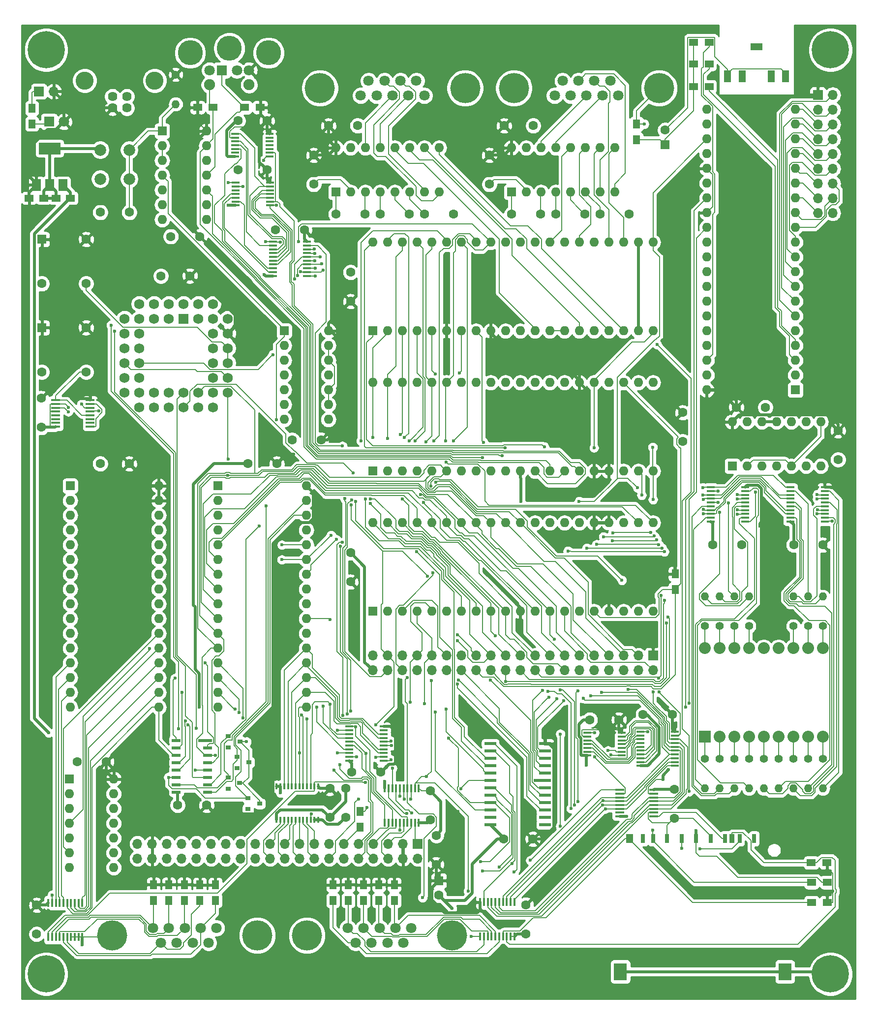
<source format=gbr>
%TF.GenerationSoftware,KiCad,Pcbnew,(5.1.0-0)*%
%TF.CreationDate,2019-04-15T22:40:15-04:00*%
%TF.ProjectId,zed-80,7a65642d-3830-42e6-9b69-6361645f7063,1*%
%TF.SameCoordinates,Original*%
%TF.FileFunction,Copper,L1,Top*%
%TF.FilePolarity,Positive*%
%FSLAX46Y46*%
G04 Gerber Fmt 4.6, Leading zero omitted, Abs format (unit mm)*
G04 Created by KiCad (PCBNEW (5.1.0-0)) date 2019-04-15 22:40:15*
%MOMM*%
%LPD*%
G04 APERTURE LIST*
%ADD10R,2.000000X1.200000*%
%ADD11R,1.200000X2.000000*%
%ADD12C,6.400000*%
%ADD13R,1.600000X1.600000*%
%ADD14C,1.600000*%
%ADD15R,1.450000X0.450000*%
%ADD16O,1.600000X1.600000*%
%ADD17R,1.500000X0.450000*%
%ADD18R,1.500000X0.600000*%
%ADD19R,0.450000X1.450000*%
%ADD20R,0.400000X1.100000*%
%ADD21R,3.800000X2.000000*%
%ADD22R,1.500000X2.000000*%
%ADD23R,2.000000X0.600000*%
%ADD24C,2.000000*%
%ADD25R,1.500000X1.300000*%
%ADD26R,1.300000X1.500000*%
%ADD27C,1.400000*%
%ADD28O,1.400000X1.400000*%
%ADD29R,1.700000X1.700000*%
%ADD30O,1.700000X1.700000*%
%ADD31R,2.300000X3.000000*%
%ADD32R,1.200000X1.600000*%
%ADD33R,0.950000X1.600000*%
%ADD34R,0.700000X1.600000*%
%ADD35C,1.620000*%
%ADD36C,3.100000*%
%ADD37R,0.900000X0.800000*%
%ADD38R,1.800000X1.800000*%
%ADD39C,1.800000*%
%ADD40R,1.500000X1.250000*%
%ADD41R,2.032000X2.032000*%
%ADD42C,2.032000*%
%ADD43R,1.750000X1.750000*%
%ADD44C,1.750000*%
%ADD45C,5.200000*%
%ADD46C,4.300000*%
%ADD47C,1.900000*%
%ADD48C,0.600000*%
%ADD49C,0.203200*%
%ADD50C,0.508000*%
%ADD51C,0.152400*%
%ADD52C,0.254000*%
G04 APERTURE END LIST*
D10*
X142300000Y-19500000D03*
D11*
X137300000Y-24500000D03*
X139800000Y-24500000D03*
X147300000Y-24500000D03*
X144800000Y-24500000D03*
D12*
X155000000Y-20000000D03*
X155000000Y-179000000D03*
X20000000Y-179000000D03*
X20000000Y-20000000D03*
D13*
X19250000Y-67800000D03*
D14*
X26870000Y-67800000D03*
X26870000Y-75420000D03*
X19250000Y-75420000D03*
D15*
X59000000Y-53025000D03*
X59000000Y-53675000D03*
X59000000Y-54325000D03*
X59000000Y-54975000D03*
X59000000Y-55625000D03*
X59000000Y-56275000D03*
X59000000Y-56925000D03*
X59000000Y-57575000D03*
X59000000Y-58225000D03*
X59000000Y-58875000D03*
X64900000Y-58875000D03*
X64900000Y-58225000D03*
X64900000Y-57575000D03*
X64900000Y-56925000D03*
X64900000Y-56275000D03*
X64900000Y-55625000D03*
X64900000Y-54975000D03*
X64900000Y-54325000D03*
X64900000Y-53675000D03*
X64900000Y-53025000D03*
D13*
X148950000Y-78500000D03*
D16*
X133710000Y-30240000D03*
X148950000Y-75960000D03*
X133710000Y-32780000D03*
X148950000Y-73420000D03*
X133710000Y-35320000D03*
X148950000Y-70880000D03*
X133710000Y-37860000D03*
X148950000Y-68340000D03*
X133710000Y-40400000D03*
X148950000Y-65800000D03*
X133710000Y-42940000D03*
X148950000Y-63260000D03*
X133710000Y-45480000D03*
X148950000Y-60720000D03*
X133710000Y-48020000D03*
X148950000Y-58180000D03*
X133710000Y-50560000D03*
X148950000Y-55640000D03*
X133710000Y-53100000D03*
X148950000Y-53100000D03*
X133710000Y-55640000D03*
X148950000Y-50560000D03*
X133710000Y-58180000D03*
X148950000Y-48020000D03*
X133710000Y-60720000D03*
X148950000Y-45480000D03*
X133710000Y-63260000D03*
X148950000Y-42940000D03*
X133710000Y-65800000D03*
X148950000Y-40400000D03*
X133710000Y-68340000D03*
X148950000Y-37860000D03*
X133710000Y-70880000D03*
X148950000Y-35320000D03*
X133710000Y-73420000D03*
X148950000Y-32780000D03*
X133710000Y-75960000D03*
X148950000Y-30240000D03*
X133710000Y-78500000D03*
D17*
X21650000Y-80275000D03*
X21650000Y-80925000D03*
X21650000Y-81575000D03*
X21650000Y-82225000D03*
X21650000Y-82875000D03*
X21650000Y-83525000D03*
X21650000Y-84175000D03*
X21650000Y-84825000D03*
X27550000Y-84825000D03*
X27550000Y-84175000D03*
X27550000Y-83525000D03*
X27550000Y-82875000D03*
X27550000Y-82225000D03*
X27550000Y-81575000D03*
X27550000Y-80925000D03*
X27550000Y-80275000D03*
X118700000Y-147325000D03*
X118700000Y-147975000D03*
X118700000Y-148625000D03*
X118700000Y-149275000D03*
X118700000Y-149925000D03*
X118700000Y-150575000D03*
X118700000Y-151225000D03*
X118700000Y-151875000D03*
X124600000Y-151875000D03*
X124600000Y-151225000D03*
X124600000Y-150575000D03*
X124600000Y-149925000D03*
X124600000Y-149275000D03*
X124600000Y-148625000D03*
X124600000Y-147975000D03*
X124600000Y-147325000D03*
D15*
X122300000Y-137325000D03*
X122300000Y-137975000D03*
X122300000Y-138625000D03*
X122300000Y-139275000D03*
X122300000Y-139925000D03*
X122300000Y-140575000D03*
X122300000Y-141225000D03*
X122300000Y-141875000D03*
X122300000Y-142525000D03*
X122300000Y-143175000D03*
X128200000Y-143175000D03*
X128200000Y-142525000D03*
X128200000Y-141875000D03*
X128200000Y-141225000D03*
X128200000Y-140575000D03*
X128200000Y-139925000D03*
X128200000Y-139275000D03*
X128200000Y-138625000D03*
X128200000Y-137975000D03*
X128200000Y-137325000D03*
X113150000Y-137500000D03*
X113150000Y-138150000D03*
X113150000Y-138800000D03*
X113150000Y-139450000D03*
X113150000Y-140100000D03*
X113150000Y-140750000D03*
X113150000Y-141400000D03*
X119050000Y-141400000D03*
X119050000Y-140750000D03*
X119050000Y-140100000D03*
X119050000Y-139450000D03*
X119050000Y-138800000D03*
X119050000Y-138150000D03*
X119050000Y-137500000D03*
D18*
X42400000Y-138805000D03*
X42400000Y-140075000D03*
X42400000Y-141345000D03*
X42400000Y-142615000D03*
X42400000Y-143885000D03*
X42400000Y-145155000D03*
X42400000Y-146425000D03*
X42400000Y-147695000D03*
X47800000Y-147695000D03*
X47800000Y-146425000D03*
X47800000Y-145155000D03*
X47800000Y-143885000D03*
X47800000Y-142615000D03*
X47800000Y-141345000D03*
X47800000Y-140075000D03*
X47800000Y-138805000D03*
D15*
X72150000Y-136425000D03*
X72150000Y-137075000D03*
X72150000Y-137725000D03*
X72150000Y-138375000D03*
X72150000Y-139025000D03*
X72150000Y-139675000D03*
X72150000Y-140325000D03*
X72150000Y-140975000D03*
X72150000Y-141625000D03*
X72150000Y-142275000D03*
X78050000Y-142275000D03*
X78050000Y-141625000D03*
X78050000Y-140975000D03*
X78050000Y-140325000D03*
X78050000Y-139675000D03*
X78050000Y-139025000D03*
X78050000Y-138375000D03*
X78050000Y-137725000D03*
X78050000Y-137075000D03*
X78050000Y-136425000D03*
D19*
X84125000Y-147050000D03*
X83475000Y-147050000D03*
X82825000Y-147050000D03*
X82175000Y-147050000D03*
X81525000Y-147050000D03*
X80875000Y-147050000D03*
X80225000Y-147050000D03*
X79575000Y-147050000D03*
X78925000Y-147050000D03*
X78275000Y-147050000D03*
X78275000Y-152950000D03*
X78925000Y-152950000D03*
X79575000Y-152950000D03*
X80225000Y-152950000D03*
X80875000Y-152950000D03*
X81525000Y-152950000D03*
X82175000Y-152950000D03*
X82825000Y-152950000D03*
X83475000Y-152950000D03*
X84125000Y-152950000D03*
D20*
X66825000Y-146750000D03*
X66175000Y-146750000D03*
X65525000Y-146750000D03*
X64875000Y-146750000D03*
X64225000Y-146750000D03*
X63575000Y-146750000D03*
X62925000Y-146750000D03*
X62275000Y-146750000D03*
X61625000Y-146750000D03*
X60975000Y-146750000D03*
X60325000Y-146750000D03*
X59675000Y-146750000D03*
X59675000Y-152450000D03*
X60325000Y-152450000D03*
X60975000Y-152450000D03*
X61625000Y-152450000D03*
X62275000Y-152450000D03*
X62925000Y-152450000D03*
X63575000Y-152450000D03*
X64225000Y-152450000D03*
X64875000Y-152450000D03*
X65525000Y-152450000D03*
X66175000Y-152450000D03*
X66825000Y-152450000D03*
D21*
X20600000Y-36950000D03*
D22*
X20600000Y-43250000D03*
X22900000Y-43250000D03*
X18300000Y-43250000D03*
D15*
X52550000Y-34450000D03*
X52550000Y-35100000D03*
X52550000Y-35750000D03*
X52550000Y-36400000D03*
X52550000Y-37050000D03*
X52550000Y-37700000D03*
X52550000Y-38350000D03*
X58450000Y-38350000D03*
X58450000Y-37700000D03*
X58450000Y-37050000D03*
X58450000Y-36400000D03*
X58450000Y-35750000D03*
X58450000Y-35100000D03*
X58450000Y-34450000D03*
X52600000Y-42850000D03*
X52600000Y-43500000D03*
X52600000Y-44150000D03*
X52600000Y-44800000D03*
X52600000Y-45450000D03*
X52600000Y-46100000D03*
X52600000Y-46750000D03*
X58500000Y-46750000D03*
X58500000Y-46100000D03*
X58500000Y-45450000D03*
X58500000Y-44800000D03*
X58500000Y-44150000D03*
X58500000Y-43500000D03*
X58500000Y-42850000D03*
D13*
X60960000Y-68350000D03*
D16*
X68580000Y-83590000D03*
X60960000Y-70890000D03*
X68580000Y-81050000D03*
X60960000Y-73430000D03*
X68580000Y-78510000D03*
X60960000Y-75970000D03*
X68580000Y-75970000D03*
X60960000Y-78510000D03*
X68580000Y-73430000D03*
X60960000Y-81050000D03*
X68580000Y-70890000D03*
X60960000Y-83590000D03*
X68580000Y-68350000D03*
D13*
X76200000Y-92480000D03*
D16*
X124460000Y-77240000D03*
X78740000Y-92480000D03*
X121920000Y-77240000D03*
X81280000Y-92480000D03*
X119380000Y-77240000D03*
X83820000Y-92480000D03*
X116840000Y-77240000D03*
X86360000Y-92480000D03*
X114300000Y-77240000D03*
X88900000Y-92480000D03*
X111760000Y-77240000D03*
X91440000Y-92480000D03*
X109220000Y-77240000D03*
X93980000Y-92480000D03*
X106680000Y-77240000D03*
X96520000Y-92480000D03*
X104140000Y-77240000D03*
X99060000Y-92480000D03*
X101600000Y-77240000D03*
X101600000Y-92480000D03*
X99060000Y-77240000D03*
X104140000Y-92480000D03*
X96520000Y-77240000D03*
X106680000Y-92480000D03*
X93980000Y-77240000D03*
X109220000Y-92480000D03*
X91440000Y-77240000D03*
X111760000Y-92480000D03*
X88900000Y-77240000D03*
X114300000Y-92480000D03*
X86360000Y-77240000D03*
X116840000Y-92480000D03*
X83820000Y-77240000D03*
X119380000Y-92480000D03*
X81280000Y-77240000D03*
X121920000Y-92480000D03*
X78740000Y-77240000D03*
X124460000Y-92480000D03*
X76200000Y-77240000D03*
D19*
X94725000Y-172550000D03*
X95375000Y-172550000D03*
X96025000Y-172550000D03*
X96675000Y-172550000D03*
X97325000Y-172550000D03*
X97975000Y-172550000D03*
X98625000Y-172550000D03*
X99275000Y-172550000D03*
X99925000Y-172550000D03*
X100575000Y-172550000D03*
X100575000Y-166650000D03*
X99925000Y-166650000D03*
X99275000Y-166650000D03*
X98625000Y-166650000D03*
X97975000Y-166650000D03*
X97325000Y-166650000D03*
X96675000Y-166650000D03*
X96025000Y-166650000D03*
X95375000Y-166650000D03*
X94725000Y-166650000D03*
X20375000Y-172650000D03*
X21025000Y-172650000D03*
X21675000Y-172650000D03*
X22325000Y-172650000D03*
X22975000Y-172650000D03*
X23625000Y-172650000D03*
X24275000Y-172650000D03*
X24925000Y-172650000D03*
X25575000Y-172650000D03*
X26225000Y-172650000D03*
X26225000Y-166750000D03*
X25575000Y-166750000D03*
X24925000Y-166750000D03*
X24275000Y-166750000D03*
X23625000Y-166750000D03*
X22975000Y-166750000D03*
X22325000Y-166750000D03*
X21675000Y-166750000D03*
X21025000Y-166750000D03*
X20375000Y-166750000D03*
D13*
X100088800Y-44474000D03*
D16*
X117868800Y-36854000D03*
X102628800Y-44474000D03*
X115328800Y-36854000D03*
X105168800Y-44474000D03*
X112788800Y-36854000D03*
X107708800Y-44474000D03*
X110248800Y-36854000D03*
X110248800Y-44474000D03*
X107708800Y-36854000D03*
X112788800Y-44474000D03*
X105168800Y-36854000D03*
X115328800Y-44474000D03*
X102628800Y-36854000D03*
X117868800Y-44474000D03*
X100088800Y-36854000D03*
D13*
X69850000Y-44474000D03*
D16*
X87630000Y-36854000D03*
X72390000Y-44474000D03*
X85090000Y-36854000D03*
X74930000Y-44474000D03*
X82550000Y-36854000D03*
X77470000Y-44474000D03*
X80010000Y-36854000D03*
X80010000Y-44474000D03*
X77470000Y-36854000D03*
X82550000Y-44474000D03*
X74930000Y-36854000D03*
X85090000Y-44474000D03*
X72390000Y-36854000D03*
X87630000Y-44474000D03*
X69850000Y-36854000D03*
D13*
X76200000Y-68350000D03*
D16*
X124460000Y-53110000D03*
X78740000Y-68350000D03*
X121920000Y-53110000D03*
X81280000Y-68350000D03*
X119380000Y-53110000D03*
X83820000Y-68350000D03*
X116840000Y-53110000D03*
X86360000Y-68350000D03*
X114300000Y-53110000D03*
X88900000Y-68350000D03*
X111760000Y-53110000D03*
X91440000Y-68350000D03*
X109220000Y-53110000D03*
X93980000Y-68350000D03*
X106680000Y-53110000D03*
X96520000Y-68350000D03*
X104140000Y-53110000D03*
X99060000Y-68350000D03*
X101600000Y-53110000D03*
X101600000Y-68350000D03*
X99060000Y-53110000D03*
X104140000Y-68350000D03*
X96520000Y-53110000D03*
X106680000Y-68350000D03*
X93980000Y-53110000D03*
X109220000Y-68350000D03*
X91440000Y-53110000D03*
X111760000Y-68350000D03*
X88900000Y-53110000D03*
X114300000Y-68350000D03*
X86360000Y-53110000D03*
X116840000Y-68350000D03*
X83820000Y-53110000D03*
X119380000Y-68350000D03*
X81280000Y-53110000D03*
X121920000Y-68350000D03*
X78740000Y-53110000D03*
X124460000Y-68350000D03*
X76200000Y-53110000D03*
D13*
X138100000Y-91600000D03*
D16*
X153340000Y-83980000D03*
X140640000Y-91600000D03*
X150800000Y-83980000D03*
X143180000Y-91600000D03*
X148260000Y-83980000D03*
X145720000Y-91600000D03*
X145720000Y-83980000D03*
X148260000Y-91600000D03*
X143180000Y-83980000D03*
X150800000Y-91600000D03*
X140640000Y-83980000D03*
X153340000Y-91600000D03*
X138100000Y-83980000D03*
D15*
X148100000Y-95275000D03*
X148100000Y-95925000D03*
X148100000Y-96575000D03*
X148100000Y-97225000D03*
X148100000Y-97875000D03*
X148100000Y-98525000D03*
X148100000Y-99175000D03*
X148100000Y-99825000D03*
X148100000Y-100475000D03*
X148100000Y-101125000D03*
X154000000Y-101125000D03*
X154000000Y-100475000D03*
X154000000Y-99825000D03*
X154000000Y-99175000D03*
X154000000Y-98525000D03*
X154000000Y-97875000D03*
X154000000Y-97225000D03*
X154000000Y-96575000D03*
X154000000Y-95925000D03*
X154000000Y-95275000D03*
X134400000Y-95275000D03*
X134400000Y-95925000D03*
X134400000Y-96575000D03*
X134400000Y-97225000D03*
X134400000Y-97875000D03*
X134400000Y-98525000D03*
X134400000Y-99175000D03*
X134400000Y-99825000D03*
X134400000Y-100475000D03*
X134400000Y-101125000D03*
X140300000Y-101125000D03*
X140300000Y-100475000D03*
X140300000Y-99825000D03*
X140300000Y-99175000D03*
X140300000Y-98525000D03*
X140300000Y-97875000D03*
X140300000Y-97225000D03*
X140300000Y-96575000D03*
X140300000Y-95925000D03*
X140300000Y-95275000D03*
D23*
X96450000Y-139365000D03*
X96450000Y-140635000D03*
X96450000Y-141905000D03*
X96450000Y-143175000D03*
X96450000Y-144445000D03*
X96450000Y-145715000D03*
X96450000Y-146985000D03*
X96450000Y-148255000D03*
X96450000Y-149525000D03*
X96450000Y-150795000D03*
X96450000Y-152065000D03*
X96450000Y-153335000D03*
X105850000Y-153335000D03*
X105850000Y-152065000D03*
X105850000Y-150795000D03*
X105850000Y-149525000D03*
X105850000Y-148255000D03*
X105850000Y-146985000D03*
X105850000Y-145715000D03*
X105850000Y-144445000D03*
X105850000Y-143175000D03*
X105850000Y-141905000D03*
X105850000Y-140635000D03*
X105850000Y-139365000D03*
D13*
X49530000Y-95020000D03*
D16*
X64770000Y-133120000D03*
X49530000Y-97560000D03*
X64770000Y-130580000D03*
X49530000Y-100100000D03*
X64770000Y-128040000D03*
X49530000Y-102640000D03*
X64770000Y-125500000D03*
X49530000Y-105180000D03*
X64770000Y-122960000D03*
X49530000Y-107720000D03*
X64770000Y-120420000D03*
X49530000Y-110260000D03*
X64770000Y-117880000D03*
X49530000Y-112800000D03*
X64770000Y-115340000D03*
X49530000Y-115340000D03*
X64770000Y-112800000D03*
X49530000Y-117880000D03*
X64770000Y-110260000D03*
X49530000Y-120420000D03*
X64770000Y-107720000D03*
X49530000Y-122960000D03*
X64770000Y-105180000D03*
X49530000Y-125500000D03*
X64770000Y-102640000D03*
X49530000Y-128040000D03*
X64770000Y-100100000D03*
X49530000Y-130580000D03*
X64770000Y-97560000D03*
X49530000Y-133120000D03*
X64770000Y-95020000D03*
D13*
X24000000Y-145450000D03*
D16*
X31620000Y-160690000D03*
X24000000Y-147990000D03*
X31620000Y-158150000D03*
X24000000Y-150530000D03*
X31620000Y-155610000D03*
X24000000Y-153070000D03*
X31620000Y-153070000D03*
X24000000Y-155610000D03*
X31620000Y-150530000D03*
X24000000Y-158150000D03*
X31620000Y-147990000D03*
X24000000Y-160690000D03*
X31620000Y-145450000D03*
D13*
X24130000Y-95020000D03*
D16*
X39370000Y-133120000D03*
X24130000Y-97560000D03*
X39370000Y-130580000D03*
X24130000Y-100100000D03*
X39370000Y-128040000D03*
X24130000Y-102640000D03*
X39370000Y-125500000D03*
X24130000Y-105180000D03*
X39370000Y-122960000D03*
X24130000Y-107720000D03*
X39370000Y-120420000D03*
X24130000Y-110260000D03*
X39370000Y-117880000D03*
X24130000Y-112800000D03*
X39370000Y-115340000D03*
X24130000Y-115340000D03*
X39370000Y-112800000D03*
X24130000Y-117880000D03*
X39370000Y-110260000D03*
X24130000Y-120420000D03*
X39370000Y-107720000D03*
X24130000Y-122960000D03*
X39370000Y-105180000D03*
X24130000Y-125500000D03*
X39370000Y-102640000D03*
X24130000Y-128040000D03*
X39370000Y-100100000D03*
X24130000Y-130580000D03*
X39370000Y-97560000D03*
X24130000Y-133120000D03*
X39370000Y-95020000D03*
D13*
X39950000Y-33950000D03*
D16*
X47570000Y-49190000D03*
X39950000Y-36490000D03*
X47570000Y-46650000D03*
X39950000Y-39030000D03*
X47570000Y-44110000D03*
X39950000Y-41570000D03*
X47570000Y-41570000D03*
X39950000Y-44110000D03*
X47570000Y-39030000D03*
X39950000Y-46650000D03*
X47570000Y-36490000D03*
X39950000Y-49190000D03*
X47570000Y-33950000D03*
D13*
X76200000Y-116610000D03*
D16*
X124460000Y-101370000D03*
X78740000Y-116610000D03*
X121920000Y-101370000D03*
X81280000Y-116610000D03*
X119380000Y-101370000D03*
X83820000Y-116610000D03*
X116840000Y-101370000D03*
X86360000Y-116610000D03*
X114300000Y-101370000D03*
X88900000Y-116610000D03*
X111760000Y-101370000D03*
X91440000Y-116610000D03*
X109220000Y-101370000D03*
X93980000Y-116610000D03*
X106680000Y-101370000D03*
X96520000Y-116610000D03*
X104140000Y-101370000D03*
X99060000Y-116610000D03*
X101600000Y-101370000D03*
X101600000Y-116610000D03*
X99060000Y-101370000D03*
X104140000Y-116610000D03*
X96520000Y-101370000D03*
X106680000Y-116610000D03*
X93980000Y-101370000D03*
X109220000Y-116610000D03*
X91440000Y-101370000D03*
X111760000Y-116610000D03*
X88900000Y-101370000D03*
X114300000Y-116610000D03*
X86360000Y-101370000D03*
X116840000Y-116610000D03*
X83820000Y-101370000D03*
X119380000Y-116610000D03*
X81280000Y-101370000D03*
X121920000Y-116610000D03*
X78740000Y-101370000D03*
X124460000Y-116610000D03*
X76200000Y-101370000D03*
D24*
X29300000Y-37200000D03*
X34300000Y-37200000D03*
X29300000Y-42200000D03*
X34300000Y-42200000D03*
D25*
X131400000Y-18700000D03*
X134100000Y-18700000D03*
X131400000Y-22450000D03*
X134100000Y-22450000D03*
X131400000Y-26300000D03*
X134100000Y-26300000D03*
D26*
X121600000Y-35450000D03*
X121600000Y-32750000D03*
D25*
X154400000Y-159850000D03*
X151700000Y-159850000D03*
X154450000Y-166700000D03*
X151750000Y-166700000D03*
X151750000Y-163250000D03*
X154450000Y-163250000D03*
D26*
X74000000Y-153700000D03*
X74000000Y-151000000D03*
D25*
X56850000Y-29900000D03*
X54150000Y-29900000D03*
X46050000Y-29900000D03*
X48750000Y-29900000D03*
D26*
X128270000Y-112880000D03*
X128270000Y-110180000D03*
X17550000Y-32750000D03*
X17550000Y-30050000D03*
X69350000Y-163650000D03*
X69350000Y-166350000D03*
X46450000Y-163650000D03*
X46450000Y-166350000D03*
X79913200Y-163664760D03*
X79913200Y-166364760D03*
X49100000Y-163650000D03*
X49100000Y-166350000D03*
X77271600Y-163642000D03*
X77271600Y-166342000D03*
X43764400Y-163635664D03*
X43764400Y-166335664D03*
X74630000Y-163664760D03*
X74630000Y-166364760D03*
X41122800Y-163631200D03*
X41122800Y-166331200D03*
X71988400Y-163642000D03*
X71988400Y-166342000D03*
X38481200Y-163631200D03*
X38481200Y-166331200D03*
D27*
X42300000Y-24250000D03*
D28*
X42300000Y-29330000D03*
D29*
X152850000Y-27750000D03*
D30*
X155390000Y-27750000D03*
X152850000Y-30290000D03*
X155390000Y-30290000D03*
X152850000Y-32830000D03*
X155390000Y-32830000D03*
X152850000Y-35370000D03*
X155390000Y-35370000D03*
X152850000Y-37910000D03*
X155390000Y-37910000D03*
X152850000Y-40450000D03*
X155390000Y-40450000D03*
X152850000Y-42990000D03*
X155390000Y-42990000D03*
X152850000Y-45530000D03*
X155390000Y-45530000D03*
X152850000Y-48070000D03*
X155390000Y-48070000D03*
D31*
X147150000Y-178600000D03*
X118850000Y-178600000D03*
D32*
X120445000Y-155700000D03*
D33*
X138000000Y-155700000D03*
D34*
X139375000Y-155700000D03*
X136875000Y-155700000D03*
X134375000Y-155700000D03*
X131875000Y-155700000D03*
X129375000Y-155700000D03*
X126875000Y-155700000D03*
X124450000Y-155700000D03*
X122750000Y-155700000D03*
X141875000Y-155700000D03*
D29*
X18750000Y-27150000D03*
D30*
X21290000Y-27150000D03*
D35*
X33900000Y-30000000D03*
X31400000Y-30000000D03*
X31400000Y-28000000D03*
X33900000Y-28000000D03*
D36*
X38670000Y-25290000D03*
X26630000Y-25290000D03*
D29*
X83950000Y-156600000D03*
D30*
X83950000Y-159140000D03*
X81410000Y-156600000D03*
X81410000Y-159140000D03*
X78870000Y-156600000D03*
X78870000Y-159140000D03*
X76330000Y-156600000D03*
X76330000Y-159140000D03*
X73790000Y-156600000D03*
X73790000Y-159140000D03*
X71250000Y-156600000D03*
X71250000Y-159140000D03*
X68710000Y-156600000D03*
X68710000Y-159140000D03*
X66170000Y-156600000D03*
X66170000Y-159140000D03*
X63630000Y-156600000D03*
X63630000Y-159140000D03*
X61090000Y-156600000D03*
X61090000Y-159140000D03*
X58550000Y-156600000D03*
X58550000Y-159140000D03*
X56010000Y-156600000D03*
X56010000Y-159140000D03*
X53470000Y-156600000D03*
X53470000Y-159140000D03*
X50930000Y-156600000D03*
X50930000Y-159140000D03*
X48390000Y-156600000D03*
X48390000Y-159140000D03*
X45850000Y-156600000D03*
X45850000Y-159140000D03*
X43310000Y-156600000D03*
X43310000Y-159140000D03*
X40770000Y-156600000D03*
X40770000Y-159140000D03*
X38230000Y-156600000D03*
X38230000Y-159140000D03*
X35690000Y-156600000D03*
X35690000Y-159140000D03*
D37*
X51350000Y-138100000D03*
X51350000Y-140000000D03*
X53350000Y-139050000D03*
X52900000Y-141650000D03*
X52900000Y-143550000D03*
X54900000Y-142600000D03*
X51300000Y-145200000D03*
X51300000Y-147100000D03*
X53300000Y-146150000D03*
X54750000Y-148750000D03*
X54750000Y-150650000D03*
X56750000Y-149700000D03*
D38*
X20500000Y-32350000D03*
D39*
X23040000Y-32350000D03*
D40*
X17050000Y-45500000D03*
X19550000Y-45500000D03*
D13*
X126550000Y-36300000D03*
D14*
X126550000Y-33800000D03*
X64450000Y-50950000D03*
X59450000Y-50950000D03*
X138800000Y-81500000D03*
X143800000Y-81500000D03*
X19150000Y-79950000D03*
X19150000Y-84950000D03*
X127750000Y-134350000D03*
X122750000Y-134350000D03*
X118600000Y-135250000D03*
X113600000Y-135250000D03*
X77600000Y-144300000D03*
X72600000Y-144300000D03*
X47600000Y-149950000D03*
X42600000Y-149950000D03*
X128100000Y-147200000D03*
X128100000Y-152200000D03*
X86150000Y-152500000D03*
X86150000Y-147500000D03*
D13*
X87600000Y-162950000D03*
D14*
X87600000Y-165450000D03*
X87150000Y-160150000D03*
X87150000Y-155150000D03*
X71550000Y-152050000D03*
X71550000Y-147050000D03*
X68850000Y-147050000D03*
X68850000Y-152050000D03*
D40*
X24200000Y-45500000D03*
X21700000Y-45500000D03*
D14*
X34300000Y-47950000D03*
X29300000Y-47950000D03*
D41*
X133350000Y-138200000D03*
D42*
X135890000Y-138200000D03*
X138430000Y-138200000D03*
X140970000Y-138200000D03*
X140970000Y-122960000D03*
X138430000Y-122960000D03*
X135890000Y-122960000D03*
X133350000Y-122960000D03*
X143510000Y-138200000D03*
X146050000Y-138200000D03*
X148590000Y-138200000D03*
X151130000Y-138200000D03*
X143510000Y-122960000D03*
X146050000Y-122960000D03*
X148590000Y-122960000D03*
X151130000Y-122960000D03*
X153670000Y-138200000D03*
X153670000Y-122960000D03*
D14*
X72390000Y-111530000D03*
X72390000Y-106530000D03*
X46450000Y-52100000D03*
X41450000Y-52100000D03*
X34290000Y-91210000D03*
X29290000Y-91210000D03*
X30350000Y-142500000D03*
X25350000Y-142500000D03*
X59690000Y-91210000D03*
X54690000Y-91210000D03*
X103750000Y-155800000D03*
X98750000Y-155800000D03*
X18350000Y-167150000D03*
X18350000Y-172150000D03*
X102600000Y-167100000D03*
X102600000Y-172100000D03*
X139700000Y-105180000D03*
X134700000Y-105180000D03*
X153670000Y-105180000D03*
X148670000Y-105180000D03*
X69850000Y-48284000D03*
X74850000Y-48284000D03*
X100088800Y-48284000D03*
X105088800Y-48284000D03*
X77470000Y-48284000D03*
X82470000Y-48284000D03*
X107708800Y-48284000D03*
X112708800Y-48284000D03*
X66040000Y-38124000D03*
X66040000Y-43124000D03*
X85090000Y-48284000D03*
X90090000Y-48284000D03*
X96278800Y-38124000D03*
X96278800Y-43124000D03*
X115328800Y-48284000D03*
X120328800Y-48284000D03*
X156300000Y-85500000D03*
X156300000Y-90500000D03*
X72390000Y-63270000D03*
X72390000Y-58270000D03*
X68580000Y-33044000D03*
X73580000Y-33044000D03*
X98818800Y-33044000D03*
X103818800Y-33044000D03*
X129540000Y-82400000D03*
X129540000Y-87400000D03*
X67310000Y-87095200D03*
X62310000Y-87095200D03*
X44750000Y-58900000D03*
X39750000Y-58900000D03*
X58000000Y-40600000D03*
X53000000Y-40600000D03*
X58000000Y-32200000D03*
X53000000Y-32200000D03*
D29*
X124460000Y-124230000D03*
D30*
X124460000Y-126770000D03*
X121920000Y-124230000D03*
X121920000Y-126770000D03*
X119380000Y-124230000D03*
X119380000Y-126770000D03*
X116840000Y-124230000D03*
X116840000Y-126770000D03*
X114300000Y-124230000D03*
X114300000Y-126770000D03*
X111760000Y-124230000D03*
X111760000Y-126770000D03*
X109220000Y-124230000D03*
X109220000Y-126770000D03*
X106680000Y-124230000D03*
X106680000Y-126770000D03*
X104140000Y-124230000D03*
X104140000Y-126770000D03*
X101600000Y-124230000D03*
X101600000Y-126770000D03*
X99060000Y-124230000D03*
X99060000Y-126770000D03*
X96520000Y-124230000D03*
X96520000Y-126770000D03*
X93980000Y-124230000D03*
X93980000Y-126770000D03*
X91440000Y-124230000D03*
X91440000Y-126770000D03*
X88900000Y-124230000D03*
X88900000Y-126770000D03*
X86360000Y-124230000D03*
X86360000Y-126770000D03*
X83820000Y-124230000D03*
X83820000Y-126770000D03*
X81280000Y-124230000D03*
X81280000Y-126770000D03*
X78740000Y-124230000D03*
X78740000Y-126770000D03*
X76200000Y-124230000D03*
X76200000Y-126770000D03*
D27*
X138430000Y-119150000D03*
D28*
X138430000Y-114070000D03*
D27*
X140970000Y-119150000D03*
D28*
X140970000Y-114070000D03*
D27*
X138430000Y-142010000D03*
D28*
X138430000Y-147090000D03*
D27*
X135890000Y-142010000D03*
D28*
X135890000Y-147090000D03*
D27*
X133350000Y-142010000D03*
D28*
X133350000Y-147090000D03*
D27*
X133350000Y-119150000D03*
D28*
X133350000Y-114070000D03*
D27*
X135890000Y-119150000D03*
D28*
X135890000Y-114070000D03*
D27*
X140970000Y-142010000D03*
D28*
X140970000Y-147090000D03*
D27*
X151130000Y-119150000D03*
D28*
X151130000Y-114070000D03*
D27*
X153670000Y-119150000D03*
D28*
X153670000Y-114070000D03*
D27*
X151130000Y-142010000D03*
D28*
X151130000Y-147090000D03*
D27*
X146050000Y-142010000D03*
D28*
X146050000Y-147090000D03*
D27*
X143510000Y-142010000D03*
D28*
X143510000Y-147090000D03*
D27*
X148590000Y-119150000D03*
D28*
X148590000Y-114070000D03*
D27*
X148590000Y-142010000D03*
D28*
X148590000Y-147090000D03*
D27*
X153670000Y-142010000D03*
D28*
X153670000Y-147090000D03*
D43*
X43650000Y-66250000D03*
D44*
X41110000Y-66250000D03*
X38570000Y-66250000D03*
X46190000Y-66250000D03*
X48730000Y-66250000D03*
X41110000Y-63710000D03*
X38570000Y-63710000D03*
X36030000Y-63710000D03*
X43650000Y-63710000D03*
X46190000Y-63710000D03*
X36030000Y-66250000D03*
X36030000Y-68790000D03*
X36030000Y-71330000D03*
X36030000Y-73870000D03*
X36030000Y-76410000D03*
X33490000Y-66250000D03*
X33490000Y-68790000D03*
X33490000Y-71330000D03*
X33490000Y-73870000D03*
X33490000Y-76410000D03*
X33490000Y-78950000D03*
X36030000Y-78950000D03*
X38570000Y-78950000D03*
X41110000Y-78950000D03*
X43650000Y-78950000D03*
X46190000Y-78950000D03*
X48730000Y-78950000D03*
X36030000Y-81490000D03*
X38570000Y-81490000D03*
X41110000Y-81490000D03*
X43650000Y-81490000D03*
X46190000Y-81490000D03*
X48730000Y-81490000D03*
X48730000Y-76410000D03*
X48730000Y-73870000D03*
X48730000Y-71330000D03*
X48730000Y-68790000D03*
X48730000Y-63710000D03*
X51270000Y-78950000D03*
X51270000Y-76410000D03*
X51270000Y-73870000D03*
X51270000Y-71330000D03*
X51270000Y-68790000D03*
X51270000Y-66250000D03*
D13*
X19250000Y-52600000D03*
D14*
X26870000Y-52600000D03*
X26870000Y-60220000D03*
X19250000Y-60220000D03*
D45*
X67115000Y-26592400D03*
D39*
X75500000Y-25322400D03*
X78240000Y-25322400D03*
X80980000Y-25322400D03*
X83720000Y-25322400D03*
X74130000Y-27862400D03*
X76870000Y-27862400D03*
X79610000Y-27862400D03*
X82350000Y-27862400D03*
X85090000Y-27862400D03*
D45*
X92105000Y-26592400D03*
X100498600Y-26592400D03*
D39*
X108883600Y-25322400D03*
X111623600Y-25322400D03*
X114363600Y-25322400D03*
X117103600Y-25322400D03*
X107513600Y-27862400D03*
X110253600Y-27862400D03*
X112993600Y-27862400D03*
X115733600Y-27862400D03*
X118473600Y-27862400D03*
D45*
X125488600Y-26592400D03*
X89875000Y-172370000D03*
D39*
X81490000Y-173640000D03*
X78750000Y-173640000D03*
X76010000Y-173640000D03*
X73270000Y-173640000D03*
X82860000Y-171100000D03*
X80120000Y-171100000D03*
X77380000Y-171100000D03*
X74640000Y-171100000D03*
X71900000Y-171100000D03*
D45*
X64885000Y-172370000D03*
X56340200Y-172370000D03*
D39*
X47955200Y-173640000D03*
X45215200Y-173640000D03*
X42475200Y-173640000D03*
X39735200Y-173640000D03*
X49325200Y-171100000D03*
X46585200Y-171100000D03*
X43845200Y-171100000D03*
X41105200Y-171100000D03*
X38365200Y-171100000D03*
D45*
X31350200Y-172370000D03*
D46*
X44780000Y-20512400D03*
X58280000Y-20512400D03*
D38*
X50230000Y-23512400D03*
D39*
X52830000Y-23512400D03*
X48130000Y-23512400D03*
X54930000Y-23512400D03*
D47*
X54930000Y-26012400D03*
X48130000Y-26012400D03*
D46*
X51530000Y-19712400D03*
D48*
X23840804Y-81484448D03*
X26106592Y-80936424D03*
X26200000Y-173950000D03*
X51300000Y-46750000D03*
X57546000Y-58654000D03*
X104200000Y-145700000D03*
X119900002Y-151850000D03*
X127099996Y-143871390D03*
X126150000Y-145550002D03*
X101700000Y-97700000D03*
X46378610Y-133123203D03*
X78260068Y-145830358D03*
X112950000Y-143100000D03*
X60350002Y-147850000D03*
X89892752Y-167742756D03*
X51317000Y-38350000D03*
X122950000Y-32750000D03*
X88798400Y-65149604D03*
X98552000Y-112901600D03*
X96520000Y-65149600D03*
X114358657Y-96793201D03*
X94750000Y-167900000D03*
X26100000Y-80000000D03*
X53900000Y-43500000D03*
X113000000Y-81850000D03*
X46450000Y-138800000D03*
X155250000Y-95300000D03*
X142850000Y-101900000D03*
X90850000Y-151050000D03*
X105950000Y-136450000D03*
X62600000Y-89600000D03*
X139900000Y-31450000D03*
X155428601Y-164778601D03*
X128200000Y-108750000D03*
X57450000Y-39000002D03*
X59649992Y-46750000D03*
X51300000Y-42850000D03*
X98497756Y-89847691D03*
X95150006Y-90143043D03*
X99000000Y-88500000D03*
X66193183Y-54249736D03*
X47350000Y-125500000D03*
X68900000Y-132550000D03*
X53881855Y-134927041D03*
X124450000Y-130500000D03*
X133050000Y-96600000D03*
X122500000Y-96600000D03*
X90100000Y-87300000D03*
X49150000Y-141350000D03*
X79594300Y-143593590D03*
X105750000Y-88300000D03*
X66250000Y-55000000D03*
X67678400Y-132928400D03*
X53200000Y-134050000D03*
X64871398Y-135128602D03*
X42171390Y-128100000D03*
X120150000Y-130000000D03*
X124400000Y-88350000D03*
X124450000Y-97350000D03*
X133121339Y-97349023D03*
X86766400Y-87298400D03*
X51300000Y-90400000D03*
X51246177Y-93203823D03*
X81686400Y-86688796D03*
X124100000Y-103000000D03*
X133142341Y-99064206D03*
X115625000Y-130525000D03*
X67199999Y-55649999D03*
X62733421Y-59400000D03*
X43370000Y-130580000D03*
X66608835Y-133108835D03*
X52550000Y-133400000D03*
X63950000Y-134400000D03*
X117517978Y-103073009D03*
X84936697Y-97866198D03*
X75793600Y-98041147D03*
X115900000Y-103750000D03*
X124650000Y-103650000D03*
X133150000Y-99816579D03*
X113706040Y-131106040D03*
X76200002Y-86650000D03*
X66234764Y-56314205D03*
X63575000Y-140975000D03*
X70126816Y-140950000D03*
X74990387Y-97255200D03*
X152650000Y-99850000D03*
X126400000Y-106350000D03*
X138950000Y-99900000D03*
X109799998Y-106250000D03*
X78740000Y-86816607D03*
X67448672Y-56787704D03*
X63278610Y-58807328D03*
X112424157Y-131574157D03*
X109094367Y-132003202D03*
X75793600Y-97237934D03*
X97332800Y-120826400D03*
X152764409Y-99106337D03*
X113050000Y-105721390D03*
X125999755Y-105712875D03*
X138946407Y-99147597D03*
X81000000Y-86200000D03*
X66300000Y-57600000D03*
X111550000Y-130250000D03*
X111535988Y-149335992D03*
X115829397Y-149174557D03*
X107917456Y-131684975D03*
X83515200Y-87298400D03*
X81280000Y-97255200D03*
X152700000Y-97250000D03*
X114750000Y-105100000D03*
X125450000Y-105150000D03*
X138950000Y-97250000D03*
X63778610Y-58183765D03*
X110950000Y-149900000D03*
X115775000Y-149925000D03*
X108499999Y-130150000D03*
X67671390Y-57894188D03*
X106529954Y-131372476D03*
X82522443Y-87317679D03*
X107492800Y-121436000D03*
X152721426Y-96497893D03*
X117500000Y-104449998D03*
X125100000Y-104300000D03*
X139003423Y-96499487D03*
X106391354Y-130341354D03*
X110350000Y-150550000D03*
X116275000Y-150575000D03*
X84444767Y-96528833D03*
X66292581Y-58907411D03*
X105460800Y-130173600D03*
X125450000Y-128050000D03*
X63450000Y-53000000D03*
X60300000Y-53050000D03*
X88800000Y-87250000D03*
X88850004Y-90950000D03*
X57775012Y-53025000D03*
X93200000Y-172500000D03*
X86279598Y-128528610D03*
X125500002Y-130500000D03*
X74950000Y-146000002D03*
X85425676Y-145006410D03*
X92643590Y-164734874D03*
X125873784Y-113823784D03*
X60570000Y-107720000D03*
X69050000Y-103500000D03*
X82150000Y-128000000D03*
X84770332Y-165871390D03*
X86234835Y-95064733D03*
X126428610Y-114750000D03*
X69950000Y-104250000D03*
X37800000Y-123000000D03*
X99128828Y-128682022D03*
X126778614Y-118592981D03*
X68884800Y-117981600D03*
X90830400Y-121639200D03*
X127000000Y-117575200D03*
X85350000Y-87450000D03*
X59000000Y-72450000D03*
X96424870Y-128421390D03*
X87050000Y-94350000D03*
X119099982Y-111250000D03*
X90830400Y-120623200D03*
X60580000Y-105180000D03*
X44396812Y-136123711D03*
X85100000Y-132450000D03*
X43950000Y-135450000D03*
X82650000Y-132200000D03*
X95250000Y-87500000D03*
X86600000Y-110000000D03*
X111746375Y-97682037D03*
X59600000Y-83600000D03*
X76700000Y-136150000D03*
X73300000Y-136450000D03*
X133050000Y-95300000D03*
X121800000Y-95350000D03*
X85650000Y-110550000D03*
X72478610Y-98300000D03*
X23800000Y-82250000D03*
X114300000Y-88450008D03*
X72800000Y-92750000D03*
X72550000Y-97400000D03*
X86950000Y-75800000D03*
X135650000Y-95950000D03*
X137469618Y-97969618D03*
X135650000Y-97900000D03*
X135908918Y-99530318D03*
X45850000Y-136750000D03*
X88850000Y-133400000D03*
X83799822Y-106343088D03*
X74168000Y-87298400D03*
X73240073Y-97699872D03*
X100150000Y-159978610D03*
X21050000Y-165400000D03*
X100540740Y-161457211D03*
X142100000Y-96050000D03*
X155300000Y-101100000D03*
X91100000Y-75600000D03*
X98001216Y-160601216D03*
X80900000Y-148400004D03*
X65650000Y-151456410D03*
X91343590Y-147100000D03*
X95127760Y-161302084D03*
X131850000Y-154300000D03*
X20450000Y-137500000D03*
X41050000Y-145150000D03*
X54500000Y-139050000D03*
X42800000Y-136800000D03*
X31150000Y-67350000D03*
X70126816Y-137047647D03*
X57850000Y-98450000D03*
X56700000Y-101900000D03*
X90977864Y-128397768D03*
X90771719Y-129121390D03*
X71092640Y-134528356D03*
X71015665Y-104753433D03*
X69517194Y-143942789D03*
X71785399Y-134234743D03*
X70604611Y-105431648D03*
X70535842Y-142984240D03*
X73733531Y-148878610D03*
X81642788Y-148878610D03*
X82055684Y-151360082D03*
X132550000Y-157500000D03*
X129400000Y-157350002D03*
X82900004Y-151300000D03*
X124400000Y-154250000D03*
X108500000Y-153550000D03*
X108500000Y-137700000D03*
X114400000Y-137500000D03*
X75250000Y-150343590D03*
X82750010Y-148950000D03*
X31800000Y-68400000D03*
X103350000Y-159450000D03*
X45678610Y-143894896D03*
X123549996Y-137350000D03*
X89232975Y-138417025D03*
X94775598Y-159642048D03*
X72400000Y-133750000D03*
X87000000Y-133928610D03*
X71399999Y-97200000D03*
X70999998Y-88150000D03*
X79401914Y-142180779D03*
X125150000Y-70700000D03*
X80900000Y-154250000D03*
X130700003Y-147599997D03*
X75076200Y-141078610D03*
X117214425Y-141260647D03*
X73450000Y-141600000D03*
X116720662Y-140573655D03*
X76700000Y-141677410D03*
X114400000Y-141650000D03*
X79450000Y-139700000D03*
X130100000Y-133100000D03*
X79396577Y-138949487D03*
X130628610Y-132400000D03*
X29057211Y-82150000D03*
D49*
X133350000Y-139419200D02*
X133350000Y-142010000D01*
X133350000Y-138200000D02*
X133350000Y-139419200D01*
X135890000Y-138200000D02*
X135890000Y-142010000D01*
X138430000Y-138200000D02*
X138430000Y-139636840D01*
X138430000Y-139636840D02*
X138430000Y-142010000D01*
X140970000Y-139636840D02*
X140970000Y-142010000D01*
X140970000Y-138200000D02*
X140970000Y-139636840D01*
X140970000Y-122960000D02*
X140970000Y-119150000D01*
X138430000Y-122960000D02*
X138430000Y-119150000D01*
X135890000Y-122960000D02*
X135890000Y-119150000D01*
X133350000Y-122960000D02*
X133350000Y-119150000D01*
X143510000Y-138200000D02*
X143510000Y-142010000D01*
X146050000Y-138200000D02*
X146050000Y-142010000D01*
X148590000Y-138200000D02*
X148590000Y-142010000D01*
X151130000Y-138200000D02*
X151130000Y-142010000D01*
D50*
X121920000Y-68350000D02*
X121920000Y-53110000D01*
X74777600Y-108917600D02*
X74777600Y-125347600D01*
X74777600Y-125347600D02*
X75350001Y-125920001D01*
X75350001Y-125920001D02*
X76200000Y-126770000D01*
X72390000Y-106530000D02*
X74777600Y-108917600D01*
D49*
X17550000Y-29096800D02*
X17550000Y-30050000D01*
X17550000Y-27296800D02*
X17550000Y-29096800D01*
X17696800Y-27150000D02*
X17550000Y-27296800D01*
X18750000Y-27150000D02*
X17696800Y-27150000D01*
D50*
X19550000Y-45500000D02*
X21700000Y-45500000D01*
X19550000Y-44300000D02*
X20600000Y-43250000D01*
X19550000Y-45500000D02*
X19550000Y-44300000D01*
X21700000Y-44350000D02*
X20600000Y-43250000D01*
X21700000Y-45500000D02*
X21700000Y-44350000D01*
X20600000Y-36950000D02*
X20600000Y-43250000D01*
D51*
X20671399Y-82148799D02*
X20747600Y-82225000D01*
X20671399Y-81001201D02*
X20671399Y-82148799D01*
X20747600Y-80925000D02*
X20671399Y-81001201D01*
X21650000Y-80925000D02*
X20747600Y-80925000D01*
X20747600Y-84825000D02*
X21650000Y-84825000D01*
X20671399Y-82301201D02*
X20671399Y-84748799D01*
X20671399Y-84748799D02*
X20747600Y-84825000D01*
X20747600Y-82225000D02*
X20671399Y-82301201D01*
X21650000Y-82225000D02*
X20747600Y-82225000D01*
X26106592Y-81033992D02*
X26106592Y-80936424D01*
X23281356Y-80925000D02*
X23540805Y-81184449D01*
X23540805Y-81184449D02*
X23840804Y-81484448D01*
X21650000Y-80925000D02*
X23281356Y-80925000D01*
X26647600Y-81575000D02*
X26106592Y-81033992D01*
X27550000Y-81575000D02*
X26647600Y-81575000D01*
X121600000Y-30481000D02*
X125488600Y-26592400D01*
X121600000Y-32750000D02*
X121600000Y-30481000D01*
D50*
X148670000Y-101695000D02*
X148100000Y-101125000D01*
X148670000Y-105180000D02*
X148670000Y-101695000D01*
X134700000Y-101425000D02*
X134400000Y-101125000D01*
X134700000Y-105180000D02*
X134700000Y-101425000D01*
X154600000Y-178600000D02*
X155000000Y-179000000D01*
X147150000Y-178600000D02*
X154600000Y-178600000D01*
X118850000Y-178600000D02*
X147150000Y-178600000D01*
D51*
X126875000Y-153425000D02*
X128100000Y-152200000D01*
X126875000Y-155700000D02*
X126875000Y-153425000D01*
D50*
X98750000Y-155635000D02*
X96450000Y-153335000D01*
X98750000Y-155800000D02*
X98750000Y-155635000D01*
X101025000Y-172100000D02*
X100575000Y-172550000D01*
X102600000Y-172100000D02*
X101025000Y-172100000D01*
D51*
X99925000Y-172550000D02*
X100575000Y-172550000D01*
X31070200Y-172650000D02*
X31350200Y-172370000D01*
X26225000Y-172650000D02*
X31070200Y-172650000D01*
X25575000Y-172650000D02*
X26225000Y-172650000D01*
D50*
X26200000Y-172675000D02*
X26225000Y-172650000D01*
X26200000Y-173950000D02*
X26200000Y-172675000D01*
D51*
X25575000Y-172650000D02*
X24925000Y-172650000D01*
X24925000Y-172650000D02*
X24275000Y-172650000D01*
X134375000Y-155700000D02*
X134375000Y-155250000D01*
X134375000Y-155250000D02*
X131325000Y-152200000D01*
X131325000Y-152200000D02*
X129231370Y-152200000D01*
X129231370Y-152200000D02*
X128100000Y-152200000D01*
D50*
X21525000Y-84950000D02*
X21650000Y-84825000D01*
X19150000Y-84950000D02*
X21525000Y-84950000D01*
X29050000Y-36950000D02*
X29300000Y-37200000D01*
X20600000Y-36950000D02*
X29050000Y-36950000D01*
X51317000Y-38350000D02*
X52550000Y-38350000D01*
X53000000Y-32200000D02*
X52756003Y-32200000D01*
X52756003Y-32200000D02*
X51113788Y-33842215D01*
X51113788Y-33842215D02*
X51113788Y-38146788D01*
X51113788Y-38146788D02*
X51317000Y-38350000D01*
X51300000Y-46750000D02*
X52600000Y-46750000D01*
X59000000Y-58875000D02*
X57767000Y-58875000D01*
X57767000Y-58875000D02*
X57546000Y-58654000D01*
X72600000Y-142725000D02*
X72150000Y-142275000D01*
X72600000Y-144300000D02*
X72600000Y-142725000D01*
X42600000Y-147895000D02*
X42400000Y-147695000D01*
X42600000Y-149950000D02*
X42600000Y-147895000D01*
X104215000Y-145715000D02*
X104200000Y-145700000D01*
X105850000Y-145715000D02*
X104215000Y-145715000D01*
X71550000Y-149350000D02*
X71550000Y-147050000D01*
X68850000Y-152050000D02*
X71550000Y-149350000D01*
X59675000Y-146750000D02*
X60325000Y-146750000D01*
X118700000Y-151875000D02*
X119500734Y-151875000D01*
X119525734Y-151850000D02*
X119900002Y-151850000D01*
X119500734Y-151875000D02*
X119525734Y-151850000D01*
X112018599Y-141300121D02*
X112118478Y-141400000D01*
X112118478Y-141400000D02*
X113150000Y-141400000D01*
X112018599Y-138412596D02*
X112018599Y-141300121D01*
X111713788Y-136004842D02*
X111713788Y-138107785D01*
X113600000Y-135250000D02*
X112468630Y-135250000D01*
X111713788Y-138107785D02*
X112018599Y-138412596D01*
X112468630Y-135250000D02*
X111713788Y-136004842D01*
D51*
X83475000Y-156125000D02*
X83950000Y-156600000D01*
X83475000Y-152950000D02*
X83475000Y-156125000D01*
X84575000Y-147500000D02*
X84125000Y-147050000D01*
X86150000Y-147500000D02*
X84575000Y-147500000D01*
D50*
X125544544Y-136536498D02*
X125544544Y-141163456D01*
X122750000Y-134350000D02*
X123358046Y-134350000D01*
X123533000Y-143175000D02*
X122300000Y-143175000D01*
X123358046Y-134350000D02*
X125544544Y-136536498D01*
X125544544Y-141163456D02*
X123533000Y-143175000D01*
D51*
X127300001Y-152999999D02*
X128100000Y-152200000D01*
X123621399Y-152282881D02*
X124338517Y-152999999D01*
X123621399Y-151301201D02*
X123621399Y-152282881D01*
X124338517Y-152999999D02*
X127300001Y-152999999D01*
X123697600Y-151225000D02*
X123621399Y-151301201D01*
X124600000Y-151225000D02*
X123697600Y-151225000D01*
X68580000Y-72021370D02*
X68580000Y-73430000D01*
X68580000Y-70890000D02*
X68580000Y-72021370D01*
X68580000Y-79641370D02*
X68580000Y-81050000D01*
X68580000Y-78510000D02*
X68580000Y-79641370D01*
X125725736Y-145550002D02*
X126150000Y-145550002D01*
X124600000Y-147975000D02*
X123697600Y-147975000D01*
X123697600Y-147975000D02*
X123621399Y-147898799D01*
X123621399Y-147898799D02*
X123621399Y-146917119D01*
D50*
X126150000Y-144821386D02*
X126150000Y-145125738D01*
D51*
X123621399Y-146917119D02*
X124988516Y-145550002D01*
D50*
X127099996Y-143871390D02*
X126150000Y-144821386D01*
X126150000Y-145125738D02*
X126150000Y-145550002D01*
D51*
X124988516Y-145550002D02*
X125725736Y-145550002D01*
D50*
X145720000Y-83980000D02*
X143180000Y-83980000D01*
X101600000Y-93611370D02*
X101700000Y-93711370D01*
X101600000Y-92480000D02*
X101600000Y-93611370D01*
X101700000Y-93711370D02*
X101700000Y-97700000D01*
X45332530Y-115550016D02*
X45632611Y-115850096D01*
X45632611Y-115850096D02*
X45632611Y-126600096D01*
X46332611Y-127300096D02*
X46332611Y-133077204D01*
X45332530Y-94717470D02*
X45332530Y-115550016D01*
X54690000Y-91210000D02*
X48840000Y-91210000D01*
X45632611Y-126600096D02*
X46332611Y-127300096D01*
X48840000Y-91210000D02*
X45332530Y-94717470D01*
X46332611Y-133077204D02*
X46378610Y-133123203D01*
X78260068Y-146254622D02*
X78260068Y-145830358D01*
X78275000Y-147050000D02*
X78260068Y-147035068D01*
X78260068Y-147035068D02*
X78260068Y-146254622D01*
X59675000Y-151407514D02*
X59675000Y-152450000D01*
X60332514Y-150750000D02*
X59675000Y-151407514D01*
X68850000Y-152050000D02*
X67550000Y-150750000D01*
X67550000Y-150750000D02*
X60332514Y-150750000D01*
X87949999Y-149299999D02*
X87949999Y-154350001D01*
X86150000Y-147500000D02*
X87949999Y-149299999D01*
X87949999Y-154350001D02*
X87150000Y-155150000D01*
X93350000Y-165050000D02*
X92050000Y-166350000D01*
X93350000Y-160068630D02*
X93350000Y-165050000D01*
X97618630Y-155800000D02*
X93350000Y-160068630D01*
X98750000Y-155800000D02*
X97618630Y-155800000D01*
X88500000Y-166350000D02*
X87600000Y-165450000D01*
X92050000Y-166350000D02*
X88500000Y-166350000D01*
X112950000Y-141600000D02*
X113150000Y-141400000D01*
X112950000Y-143100000D02*
X112950000Y-141600000D01*
X60325000Y-146750000D02*
X60325000Y-147824998D01*
X60325000Y-147824998D02*
X60350002Y-147850000D01*
X87600000Y-165450000D02*
X89892752Y-167742752D01*
X89892752Y-167742752D02*
X89892752Y-167742756D01*
D51*
X69379999Y-77710001D02*
X68580000Y-78510000D01*
X69608601Y-74458601D02*
X69608601Y-77481399D01*
X68580000Y-73430000D02*
X69608601Y-74458601D01*
X69608601Y-77481399D02*
X69379999Y-77710001D01*
X122950000Y-32750000D02*
X121600000Y-32750000D01*
D49*
X148590000Y-122960000D02*
X148590000Y-121523160D01*
X148590000Y-121523160D02*
X148590000Y-119150000D01*
X151130000Y-122960000D02*
X151130000Y-119150000D01*
X153670000Y-138200000D02*
X153670000Y-142010000D01*
X153670000Y-122960000D02*
X153670000Y-121523160D01*
X153670000Y-121523160D02*
X153670000Y-119150000D01*
D51*
X39950000Y-31680000D02*
X39950000Y-33950000D01*
X42300000Y-29330000D02*
X39950000Y-31680000D01*
X37550000Y-33950000D02*
X34300000Y-37200000D01*
X39950000Y-33950000D02*
X37550000Y-33950000D01*
X34300000Y-38614213D02*
X34300000Y-42200000D01*
X34300000Y-37200000D02*
X34300000Y-38614213D01*
X34300000Y-42200000D02*
X34300000Y-47950000D01*
D50*
X67310000Y-87095200D02*
X68441370Y-87095200D01*
X68441370Y-87095200D02*
X70288000Y-85248570D01*
X70288000Y-85248570D02*
X70288000Y-69658000D01*
X70288000Y-69658000D02*
X68980000Y-68350000D01*
X68980000Y-68350000D02*
X68580000Y-68350000D01*
X88900000Y-65251204D02*
X88798400Y-65149604D01*
X88900000Y-68350000D02*
X88900000Y-65251204D01*
X66040000Y-38124000D02*
X68580000Y-38124000D01*
X68580000Y-38124000D02*
X69850000Y-36854000D01*
X96278800Y-38124000D02*
X98818800Y-38124000D01*
X98818800Y-38124000D02*
X100088800Y-36854000D01*
X100088800Y-36854000D02*
X100088800Y-34314000D01*
X100088800Y-34314000D02*
X98818800Y-33044000D01*
X68580000Y-33044000D02*
X68580000Y-35584000D01*
X68580000Y-35584000D02*
X69850000Y-36854000D01*
X34290000Y-91210000D02*
X38100000Y-95020000D01*
X38100000Y-95020000D02*
X39370000Y-95020000D01*
X101600000Y-116610000D02*
X101600000Y-115949600D01*
X101600000Y-115949600D02*
X98552000Y-112901600D01*
X114300000Y-101370000D02*
X116840000Y-101370000D01*
X96520000Y-68350000D02*
X96520000Y-68750000D01*
X96520000Y-68750000D02*
X103302000Y-75532000D01*
X110452000Y-75532000D02*
X111760000Y-76840000D01*
X103302000Y-75532000D02*
X110452000Y-75532000D01*
X111760000Y-76840000D02*
X111760000Y-77240000D01*
X96520000Y-65149600D02*
X96520000Y-68350000D01*
X116840000Y-94311858D02*
X115417600Y-95734258D01*
X115417600Y-95734258D02*
X114358657Y-96793201D01*
X114300000Y-92480000D02*
X114300000Y-94616658D01*
X114300000Y-94616658D02*
X115417600Y-95734258D01*
X114300000Y-92480000D02*
X114300000Y-94188000D01*
X116840000Y-92480000D02*
X116840000Y-94311858D01*
X96520000Y-68750000D02*
X97796400Y-70026400D01*
X17050000Y-44500000D02*
X18300000Y-43250000D01*
X17050000Y-45500000D02*
X17050000Y-44500000D01*
X24140000Y-30000000D02*
X31400000Y-30000000D01*
X21290000Y-27150000D02*
X24140000Y-30000000D01*
X17042000Y-36876478D02*
X20262077Y-33656401D01*
X22140001Y-33249999D02*
X23040000Y-32350000D01*
X21733599Y-33656401D02*
X22140001Y-33249999D01*
X17042000Y-41742000D02*
X17042000Y-36876478D01*
X20262077Y-33656401D02*
X21733599Y-33656401D01*
X18300000Y-43000000D02*
X17042000Y-41742000D01*
X18300000Y-43250000D02*
X18300000Y-43000000D01*
X23040000Y-28900000D02*
X21290000Y-27150000D01*
X23040000Y-32350000D02*
X23040000Y-28900000D01*
X134841370Y-78500000D02*
X133710000Y-78500000D01*
X136931370Y-78500000D02*
X134841370Y-78500000D01*
X138800000Y-80368630D02*
X136931370Y-78500000D01*
X138800000Y-81500000D02*
X138800000Y-80368630D01*
D51*
X46050000Y-32430000D02*
X47570000Y-33950000D01*
X46050000Y-29900000D02*
X46050000Y-32430000D01*
D50*
X52144999Y-67915001D02*
X51270000Y-68790000D01*
X52551401Y-67508599D02*
X52144999Y-67915001D01*
X46616473Y-59699999D02*
X52551401Y-65634927D01*
X52551401Y-65634927D02*
X52551401Y-67508599D01*
X45549999Y-59699999D02*
X46616473Y-59699999D01*
X44750000Y-58900000D02*
X45549999Y-59699999D01*
X30350000Y-144180000D02*
X31620000Y-145450000D01*
X30350000Y-142500000D02*
X30350000Y-144180000D01*
X138899999Y-83180001D02*
X138100000Y-83980000D01*
X156300000Y-84368630D02*
X154704969Y-82773599D01*
X139306401Y-82773599D02*
X138899999Y-83180001D01*
X154704969Y-82773599D02*
X139306401Y-82773599D01*
X156300000Y-85500000D02*
X156300000Y-84368630D01*
D51*
X154400000Y-160652400D02*
X154400000Y-159850000D01*
X155428601Y-161681001D02*
X154400000Y-160652400D01*
X155352400Y-166700000D02*
X155428601Y-166623799D01*
X154450000Y-166700000D02*
X155352400Y-166700000D01*
D50*
X118600000Y-137050000D02*
X119050000Y-137500000D01*
X118600000Y-135250000D02*
X118600000Y-137050000D01*
X127750000Y-136875000D02*
X128200000Y-137325000D01*
X127750000Y-134350000D02*
X127750000Y-136875000D01*
X87150000Y-162500000D02*
X87600000Y-162950000D01*
X87150000Y-160150000D02*
X87150000Y-162500000D01*
X81410000Y-159140000D02*
X81410000Y-156600000D01*
X19975000Y-167150000D02*
X20375000Y-166750000D01*
X18350000Y-167150000D02*
X19975000Y-167150000D01*
X94725000Y-167875000D02*
X94725000Y-166650000D01*
X94750000Y-167900000D02*
X94725000Y-167875000D01*
X27550000Y-80275000D02*
X27275000Y-80000000D01*
X27275000Y-80000000D02*
X26524264Y-80000000D01*
X26524264Y-80000000D02*
X26100000Y-80000000D01*
X58000000Y-34000000D02*
X58450000Y-34450000D01*
X58000000Y-32200000D02*
X58000000Y-34000000D01*
X58000000Y-42350000D02*
X58500000Y-42850000D01*
X58000000Y-40600000D02*
X58000000Y-42350000D01*
D51*
X57200001Y-32999999D02*
X58000000Y-32200000D01*
X56971399Y-33228601D02*
X57200001Y-32999999D01*
X52409917Y-33228601D02*
X56971399Y-33228601D01*
X51596399Y-34042119D02*
X52409917Y-33228601D01*
X51596399Y-35023799D02*
X51596399Y-34042119D01*
X51672600Y-35100000D02*
X51596399Y-35023799D01*
X52550000Y-35100000D02*
X51672600Y-35100000D01*
D50*
X64450000Y-52575000D02*
X64900000Y-53025000D01*
X64450000Y-50950000D02*
X64450000Y-52575000D01*
X45650001Y-51300001D02*
X46450000Y-52100000D01*
X47570000Y-33950000D02*
X45650001Y-35869999D01*
X45650001Y-35869999D02*
X45650001Y-51300001D01*
D51*
X53900000Y-43500000D02*
X52600000Y-43500000D01*
D50*
X113000000Y-78480000D02*
X113000000Y-81425736D01*
X111760000Y-77240000D02*
X113000000Y-78480000D01*
X113000000Y-81425736D02*
X113000000Y-81850000D01*
X106550000Y-139365000D02*
X105850000Y-139365000D01*
X107358000Y-140173000D02*
X106550000Y-139365000D01*
X107358000Y-153858522D02*
X107358000Y-140173000D01*
X105416522Y-155800000D02*
X107358000Y-153858522D01*
X103750000Y-155800000D02*
X105416522Y-155800000D01*
X47795000Y-138800000D02*
X47800000Y-138805000D01*
X46450000Y-138800000D02*
X47795000Y-138800000D01*
X67125000Y-147050000D02*
X66825000Y-146750000D01*
X68850000Y-147050000D02*
X67125000Y-147050000D01*
X154000000Y-95275000D02*
X155233000Y-95275000D01*
X155233000Y-95275000D02*
X155250000Y-95292000D01*
X155250000Y-95292000D02*
X155250000Y-95300000D01*
X143111213Y-101214523D02*
X142850000Y-101475736D01*
X142850000Y-101475736D02*
X142850000Y-101900000D01*
X140300000Y-95275000D02*
X140686213Y-94888787D01*
X143111213Y-95496366D02*
X143111213Y-101214523D01*
X140686213Y-94888787D02*
X142503634Y-94888787D01*
X142503634Y-94888787D02*
X143111213Y-95496366D01*
D51*
X118521399Y-136971399D02*
X118600000Y-137050000D01*
X113150000Y-138150000D02*
X112438518Y-138150000D01*
X112317119Y-136971399D02*
X118521399Y-136971399D01*
X112196399Y-137907881D02*
X112196399Y-137092119D01*
X112438518Y-138150000D02*
X112196399Y-137907881D01*
X112196399Y-137092119D02*
X112317119Y-136971399D01*
X134738601Y-41428601D02*
X134509999Y-41199999D01*
X134509999Y-41199999D02*
X133710000Y-40400000D01*
X134738601Y-46991399D02*
X134738601Y-41428601D01*
X133710000Y-48020000D02*
X134738601Y-46991399D01*
D50*
X79012811Y-142887189D02*
X79858287Y-142887189D01*
X79858287Y-142887189D02*
X80156402Y-142589074D01*
X77600000Y-144300000D02*
X79012811Y-142887189D01*
X80156402Y-142589074D02*
X80156402Y-137298402D01*
X80156402Y-137298402D02*
X79283000Y-136425000D01*
X79283000Y-136425000D02*
X78050000Y-136425000D01*
X90550001Y-156749999D02*
X87949999Y-159350001D01*
X90550001Y-151349999D02*
X90550001Y-156749999D01*
X87949999Y-159350001D02*
X87150000Y-160150000D01*
X90850000Y-151050000D02*
X90550001Y-151349999D01*
X105950000Y-139265000D02*
X105850000Y-139365000D01*
X105950000Y-136450000D02*
X105950000Y-139265000D01*
X61300000Y-89600000D02*
X59690000Y-91210000D01*
X62600000Y-89600000D02*
X61300000Y-89600000D01*
D51*
X155428601Y-166623799D02*
X155428601Y-164778601D01*
X155428601Y-164778601D02*
X155428601Y-161681001D01*
D50*
X94200834Y-168449166D02*
X94750000Y-167900000D01*
X88599166Y-168449166D02*
X94200834Y-168449166D01*
X86393599Y-166243599D02*
X88599166Y-168449166D01*
X86393599Y-164156401D02*
X86393599Y-166243599D01*
X87600000Y-162950000D02*
X86393599Y-164156401D01*
X58000000Y-40600000D02*
X57200001Y-39800001D01*
X57200001Y-39800001D02*
X57150001Y-39800001D01*
X57150001Y-39800001D02*
X56700000Y-39350000D01*
X56700000Y-33500000D02*
X58000000Y-32200000D01*
X56700000Y-39350000D02*
X56700000Y-33500000D01*
X128200000Y-110110000D02*
X128270000Y-110180000D01*
X128200000Y-108750000D02*
X128200000Y-110110000D01*
X68580000Y-67080000D02*
X72390000Y-63270000D01*
X68580000Y-68350000D02*
X68580000Y-67080000D01*
X48399999Y-150749999D02*
X47600000Y-149950000D01*
X49106401Y-151456401D02*
X48399999Y-150749999D01*
X59014590Y-149435410D02*
X56993599Y-151456401D01*
X62693599Y-101306401D02*
X59014590Y-104985410D01*
X56993599Y-151456401D02*
X49106401Y-151456401D01*
X65349073Y-101306401D02*
X62693599Y-101306401D01*
X65976401Y-96226401D02*
X65976401Y-100679073D01*
X65976401Y-100679073D02*
X65349073Y-101306401D01*
X59014590Y-104985410D02*
X59014590Y-149435410D01*
X64770000Y-95020000D02*
X65976401Y-96226401D01*
X143250000Y-28100000D02*
X139900000Y-31450000D01*
X152500000Y-28100000D02*
X143250000Y-28100000D01*
X152850000Y-27750000D02*
X152500000Y-28100000D01*
D49*
X69850000Y-44474000D02*
X69850000Y-45877200D01*
X69850000Y-45877200D02*
X69850000Y-48284000D01*
X74850000Y-48284000D02*
X74850000Y-44554000D01*
X74850000Y-44554000D02*
X74930000Y-44474000D01*
X100088800Y-44474000D02*
X100088800Y-48284000D01*
X105088800Y-48284000D02*
X105088800Y-44554000D01*
X105088800Y-44554000D02*
X105168800Y-44474000D01*
X77470000Y-48284000D02*
X77470000Y-44474000D01*
X82470000Y-48284000D02*
X80010000Y-45824000D01*
X80010000Y-45824000D02*
X80010000Y-44474000D01*
X107708800Y-48284000D02*
X107708800Y-44474000D01*
X110248800Y-44474000D02*
X110248800Y-45824000D01*
X110248800Y-45824000D02*
X111908801Y-47484001D01*
X111908801Y-47484001D02*
X112708800Y-48284000D01*
X72390000Y-44474000D02*
X72390000Y-44074000D01*
X72390000Y-44074000D02*
X70640001Y-42324001D01*
X70640001Y-42324001D02*
X66839999Y-42324001D01*
X66839999Y-42324001D02*
X66040000Y-43124000D01*
X85090000Y-48284000D02*
X82550000Y-45744000D01*
X82550000Y-45744000D02*
X82550000Y-44474000D01*
X102628800Y-44474000D02*
X102628800Y-44074000D01*
X102628800Y-44074000D02*
X100878801Y-42324001D01*
X97078799Y-42324001D02*
X96278800Y-43124000D01*
X100878801Y-42324001D02*
X97078799Y-42324001D01*
X115328800Y-48284000D02*
X115328800Y-47014000D01*
X115328800Y-47014000D02*
X113588799Y-45273999D01*
X113588799Y-45273999D02*
X112788800Y-44474000D01*
X20100000Y-32750000D02*
X20500000Y-32350000D01*
X17550000Y-32750000D02*
X20100000Y-32750000D01*
D51*
X58450000Y-38350000D02*
X57950000Y-38350000D01*
X57450000Y-38850000D02*
X57450000Y-39000002D01*
X57950000Y-38350000D02*
X57450000Y-38850000D01*
X58500000Y-46750000D02*
X59649992Y-46750000D01*
X58500000Y-46750000D02*
X58500000Y-47218933D01*
X110519927Y-91680001D02*
X110960001Y-91680001D01*
X62364184Y-51083117D02*
X62364184Y-56203382D01*
X58500000Y-47218933D02*
X62364184Y-51083117D01*
X62364184Y-60427581D02*
X62364184Y-64095250D01*
X61900000Y-56667566D02*
X61900000Y-59963397D01*
X108173339Y-89333413D02*
X110519927Y-91680001D01*
X62364184Y-56203382D02*
X61900000Y-56667566D01*
X62364184Y-64095250D02*
X65595189Y-67326255D01*
X65595189Y-67326255D02*
X65595189Y-87764853D01*
X67001735Y-89171399D02*
X89877996Y-89171399D01*
X98596223Y-89309622D02*
X98620014Y-89333413D01*
X110960001Y-91680001D02*
X111760000Y-92480000D01*
X98620014Y-89333413D02*
X108173339Y-89333413D01*
X90016219Y-89309622D02*
X98596223Y-89309622D01*
X61900000Y-59963397D02*
X62364184Y-60427581D01*
X89877996Y-89171399D02*
X90016219Y-89309622D01*
X65595189Y-87764853D02*
X67001735Y-89171399D01*
X54445189Y-37417789D02*
X53427400Y-36400000D01*
X59000000Y-53675000D02*
X56786258Y-53675000D01*
X56786258Y-53675000D02*
X54445189Y-51333931D01*
X54445189Y-51333931D02*
X54445189Y-37417789D01*
X53427400Y-36400000D02*
X52550000Y-36400000D01*
X48130000Y-29280000D02*
X48750000Y-29900000D01*
X48130000Y-26012400D02*
X48130000Y-29280000D01*
X48750000Y-35310000D02*
X47570000Y-36490000D01*
X48750000Y-29900000D02*
X48750000Y-35310000D01*
X55956966Y-59456966D02*
X46500000Y-50000000D01*
X66496711Y-90390643D02*
X64375945Y-88269877D01*
X105651399Y-92973729D02*
X105651399Y-91813533D01*
X64375945Y-67951476D02*
X55956966Y-59532497D01*
X109220000Y-92480000D02*
X108191399Y-93508601D01*
X106186271Y-93508601D02*
X105651399Y-92973729D01*
X104814322Y-90976456D02*
X94429853Y-90976456D01*
X89927518Y-90945188D02*
X89372973Y-90390643D01*
X64375945Y-88269877D02*
X64375945Y-67951476D01*
X94429853Y-90976456D02*
X94398585Y-90945188D01*
X46770001Y-37289999D02*
X47570000Y-36490000D01*
X108191399Y-93508601D02*
X106186271Y-93508601D01*
X105651399Y-91813533D02*
X104814322Y-90976456D01*
X94398585Y-90945188D02*
X89927518Y-90945188D01*
X46500000Y-37560000D02*
X46770001Y-37289999D01*
X55956966Y-59532497D02*
X55956966Y-59456966D01*
X89372973Y-90390643D02*
X66496711Y-90390643D01*
X46500000Y-50000000D02*
X46500000Y-37560000D01*
X59877400Y-54325000D02*
X59000000Y-54325000D01*
X60828601Y-53373799D02*
X59877400Y-54325000D01*
X53427400Y-35750000D02*
X54750000Y-37072600D01*
X58859265Y-52521399D02*
X60553729Y-52521399D01*
X60828601Y-52796271D02*
X60828601Y-53373799D01*
X60553729Y-52521399D02*
X60828601Y-52796271D01*
X54750000Y-37072600D02*
X54749999Y-48412133D01*
X54749999Y-48412133D02*
X58859265Y-52521399D01*
X52550000Y-35750000D02*
X53427400Y-35750000D01*
X51300000Y-42850000D02*
X52600000Y-42850000D01*
X106680000Y-91348630D02*
X106003015Y-90671645D01*
X56261777Y-59406241D02*
X56261777Y-59330710D01*
X90023019Y-90609622D02*
X89499229Y-90085832D01*
X94834253Y-90609622D02*
X90023019Y-90609622D01*
X64680756Y-67825220D02*
X56261777Y-59406241D01*
X64680756Y-88143621D02*
X64680756Y-67825220D01*
X56261777Y-59330710D02*
X48598601Y-51667534D01*
X48598601Y-51667534D02*
X48598601Y-45138601D01*
X48369999Y-44909999D02*
X47570000Y-44110000D01*
X106680000Y-92480000D02*
X106680000Y-91348630D01*
X89499229Y-90085832D02*
X66622967Y-90085832D01*
X66622967Y-90085832D02*
X64680756Y-88143621D01*
X94896276Y-90671645D02*
X94834253Y-90609622D01*
X48598601Y-45138601D02*
X48369999Y-44909999D01*
X106003015Y-90671645D02*
X94896276Y-90671645D01*
X57622600Y-43500000D02*
X58500000Y-43500000D01*
X61133412Y-53718988D02*
X61133412Y-52670015D01*
X59000000Y-54975000D02*
X59877400Y-54975000D01*
X60627583Y-52164186D02*
X58933119Y-52164186D01*
X59877400Y-54975000D02*
X61133412Y-53718988D01*
X58933119Y-52164186D02*
X55054810Y-48285877D01*
X61133412Y-52670015D02*
X60627583Y-52164186D01*
X55054810Y-48285877D02*
X55054810Y-45151989D01*
X56706799Y-43500000D02*
X57622600Y-43500000D01*
X55054810Y-45151989D02*
X56706799Y-43500000D01*
X55867390Y-41744790D02*
X57622600Y-43500000D01*
X53427400Y-34450000D02*
X55867390Y-36889990D01*
X55867390Y-36889990D02*
X55867390Y-41744790D01*
X52550000Y-34450000D02*
X53427400Y-34450000D01*
X59453601Y-37826201D02*
X59453601Y-46023799D01*
X59327400Y-37700000D02*
X59453601Y-37826201D01*
X59377400Y-46100000D02*
X58500000Y-46100000D01*
X59453601Y-46023799D02*
X59377400Y-46100000D01*
X58450000Y-37700000D02*
X59327400Y-37700000D01*
X59832332Y-46100000D02*
X59377400Y-46100000D01*
X65900000Y-87638597D02*
X65900000Y-67199999D01*
X62668995Y-56329638D02*
X62668995Y-49391595D01*
X110249595Y-90978602D02*
X108299595Y-89028602D01*
X104140000Y-92480000D02*
X106314809Y-94654809D01*
X108299595Y-89028602D02*
X98746270Y-89028602D01*
X111749595Y-90978602D02*
X110249595Y-90978602D01*
X62204811Y-56793822D02*
X62668995Y-56329638D01*
X98746270Y-89028602D02*
X98722479Y-89004811D01*
X112788601Y-92973729D02*
X112788601Y-92017608D01*
X112788601Y-92017608D02*
X111749595Y-90978602D01*
X90142475Y-89004811D02*
X90004252Y-88866588D01*
X67127991Y-88866588D02*
X65900000Y-87638597D01*
X98722479Y-89004811D02*
X90142475Y-89004811D01*
X62668995Y-63968994D02*
X62668995Y-60301325D01*
X62668995Y-60301325D02*
X62204811Y-59837141D01*
X62204811Y-59837141D02*
X62204811Y-56793822D01*
X62668995Y-49391595D02*
X60228602Y-46951202D01*
X60228602Y-46951202D02*
X60228602Y-46496270D01*
X90004252Y-88866588D02*
X67127991Y-88866588D01*
X60228602Y-46496270D02*
X59832332Y-46100000D01*
X106314809Y-94654809D02*
X111107521Y-94654809D01*
X111107521Y-94654809D02*
X112788601Y-92973729D01*
X65900000Y-67199999D02*
X62668995Y-63968994D01*
X56847488Y-48909622D02*
X55390377Y-47452511D01*
X61438223Y-54064177D02*
X61438223Y-51450355D01*
X55390377Y-47452511D02*
X55390377Y-45897489D01*
X57137866Y-44150000D02*
X57622600Y-44150000D01*
X59877400Y-55625000D02*
X61438223Y-54064177D01*
X61438223Y-51450355D02*
X58897490Y-48909622D01*
X55390377Y-45897489D02*
X57137866Y-44150000D01*
X57622600Y-44150000D02*
X58500000Y-44150000D01*
X58897490Y-48909622D02*
X56847488Y-48909622D01*
X59000000Y-55625000D02*
X59877400Y-55625000D01*
X50750000Y-51117548D02*
X50750000Y-52900000D01*
X50395189Y-50762738D02*
X50750000Y-51117548D01*
X50750000Y-52900000D02*
X56871399Y-59021399D01*
X52600000Y-44800000D02*
X51722600Y-44800000D01*
X50395189Y-46127411D02*
X50395189Y-50762738D01*
X65290378Y-87891109D02*
X66875479Y-89476210D01*
X66875479Y-89476210D02*
X89751740Y-89476210D01*
X89889963Y-89614433D02*
X97840234Y-89614433D01*
X56871399Y-59153729D02*
X65290378Y-67572708D01*
X89751740Y-89476210D02*
X89889963Y-89614433D01*
X51722600Y-44800000D02*
X50395189Y-46127411D01*
X56871399Y-59021399D02*
X56871399Y-59153729D01*
X97840234Y-89614433D02*
X98073492Y-89847691D01*
X98073492Y-89847691D02*
X98497756Y-89847691D01*
X65290378Y-67572708D02*
X65290378Y-87891109D01*
X57622600Y-44800000D02*
X58500000Y-44800000D01*
X59000000Y-56275000D02*
X59877400Y-56275000D01*
X61743034Y-54409366D02*
X61743034Y-51324099D01*
X59023746Y-48604811D02*
X56973744Y-48604811D01*
X61743034Y-51324099D02*
X59023746Y-48604811D01*
X56918933Y-44800000D02*
X57622600Y-44800000D01*
X59877400Y-56275000D02*
X61743034Y-54409366D01*
X55695188Y-46023745D02*
X56918933Y-44800000D01*
X56973744Y-48604811D02*
X55695188Y-47326255D01*
X55695188Y-47326255D02*
X55695188Y-46023745D01*
X52550000Y-37050000D02*
X53427400Y-37050000D01*
X64985567Y-88017365D02*
X66749223Y-89781021D01*
X50750000Y-41327670D02*
X50750000Y-44987866D01*
X48990378Y-46747488D02*
X48990378Y-49788994D01*
X66749223Y-89781021D02*
X89625484Y-89781021D01*
X56566588Y-59279985D02*
X64985567Y-67698964D01*
X53503601Y-38720724D02*
X52652926Y-39571399D01*
X52652926Y-39571399D02*
X52506271Y-39571399D01*
X53427400Y-37050000D02*
X53503601Y-37126201D01*
X53503601Y-37126201D02*
X53503601Y-38720724D01*
X48990378Y-49788994D02*
X50295189Y-51093805D01*
X64985567Y-67698964D02*
X64985567Y-88017365D01*
X50750000Y-44987866D02*
X48990378Y-46747488D01*
X56566588Y-59204454D02*
X56566588Y-59279985D01*
X50295189Y-51093805D02*
X50295189Y-52933055D01*
X52506271Y-39571399D02*
X50750000Y-41327670D01*
X89987507Y-90143043D02*
X94725742Y-90143043D01*
X94725742Y-90143043D02*
X95150006Y-90143043D01*
X50295189Y-52933055D02*
X56566588Y-59204454D01*
X89625484Y-89781021D02*
X89987507Y-90143043D01*
X62047845Y-54754555D02*
X62047845Y-51197843D01*
X62047845Y-51197843D02*
X59150002Y-48300000D01*
X57100000Y-48300000D02*
X55999999Y-47199999D01*
X55999999Y-47199999D02*
X55999999Y-46150001D01*
X59150002Y-48300000D02*
X57100000Y-48300000D01*
X59877400Y-56925000D02*
X62047845Y-54754555D01*
X59000000Y-56925000D02*
X59877400Y-56925000D01*
X55999999Y-46150001D02*
X56700000Y-45450000D01*
X56700000Y-45450000D02*
X57622600Y-45450000D01*
X57622600Y-45450000D02*
X58500000Y-45450000D01*
X53477400Y-46100000D02*
X54100000Y-46722600D01*
X52600000Y-46100000D02*
X53477400Y-46100000D01*
X54100000Y-53552400D02*
X58122600Y-57575000D01*
X58122600Y-57575000D02*
X59000000Y-57575000D01*
X54100000Y-46722600D02*
X54100000Y-53552400D01*
X52600000Y-45450000D02*
X51722600Y-45450000D01*
X51722600Y-45450000D02*
X50700000Y-46472600D01*
X58288518Y-58225000D02*
X59000000Y-58225000D01*
X50700000Y-46472600D02*
X50700000Y-50636482D01*
X50700000Y-50636482D02*
X58288518Y-58225000D01*
X109220000Y-116610000D02*
X109220000Y-119980894D01*
X109220000Y-119980894D02*
X113145199Y-123906093D01*
X113145199Y-123906093D02*
X113145199Y-124784305D01*
X113145199Y-124784305D02*
X113745695Y-125384801D01*
X113745695Y-125384801D02*
X123074801Y-125384801D01*
X123074801Y-125384801D02*
X124460000Y-126770000D01*
X76200000Y-53110000D02*
X74800000Y-54510000D01*
X75050000Y-88500000D02*
X98575736Y-88500000D01*
X74800000Y-88250000D02*
X75050000Y-88500000D01*
X98575736Y-88500000D02*
X99000000Y-88500000D01*
X74800000Y-54510000D02*
X74800000Y-88250000D01*
X64900000Y-54325000D02*
X66117919Y-54325000D01*
X66117919Y-54325000D02*
X66193183Y-54249736D01*
X21675000Y-165872600D02*
X21675000Y-166750000D01*
X21675000Y-127955000D02*
X21675000Y-165872600D01*
X24130000Y-125500000D02*
X21675000Y-127955000D01*
X47800000Y-125950000D02*
X47350000Y-125500000D01*
X48778601Y-138322119D02*
X47800000Y-137343518D01*
X48088999Y-139333601D02*
X48732881Y-139333601D01*
X47800000Y-139622600D02*
X48088999Y-139333601D01*
X47800000Y-140075000D02*
X47800000Y-139622600D01*
X48778601Y-139287881D02*
X48778601Y-138322119D01*
X47800000Y-137343518D02*
X47800000Y-125950000D01*
X48732881Y-139333601D02*
X48778601Y-139287881D01*
X53881855Y-129851855D02*
X53881855Y-134502777D01*
X49530000Y-125500000D02*
X53881855Y-129851855D01*
X53881855Y-134502777D02*
X53881855Y-134927041D01*
X66274872Y-132150000D02*
X68500000Y-132150000D01*
X65798601Y-132626271D02*
X66274872Y-132150000D01*
X68500000Y-132150000D02*
X68900000Y-132550000D01*
X65525000Y-137875002D02*
X65798601Y-137601401D01*
X65798601Y-137601401D02*
X65798601Y-132626271D01*
X65525000Y-146750000D02*
X65525000Y-137875002D01*
X123700531Y-150575000D02*
X120982497Y-153293034D01*
X105229566Y-169043034D02*
X97540634Y-169043034D01*
X97540634Y-169043034D02*
X96025000Y-167527400D01*
X120979566Y-153293034D02*
X105229566Y-169043034D01*
X120982497Y-153293034D02*
X120979566Y-153293034D01*
X96025000Y-167527400D02*
X96025000Y-166650000D01*
X124600000Y-150575000D02*
X123700531Y-150575000D01*
X124450000Y-132418934D02*
X124450000Y-130924264D01*
X124450000Y-130924264D02*
X124450000Y-130500000D01*
X125352465Y-133321399D02*
X125190533Y-133159467D01*
X125190533Y-133159467D02*
X124450000Y-132418934D01*
X126754005Y-135339177D02*
X126754005Y-134722938D01*
X127246399Y-135831571D02*
X126754005Y-135339177D01*
X126396895Y-134365829D02*
X125190533Y-133159467D01*
X127322600Y-138625000D02*
X127246399Y-138548799D01*
X126754005Y-134722938D02*
X126396895Y-134365829D01*
X127246399Y-138548799D02*
X127246399Y-135831571D01*
X128200000Y-138625000D02*
X127322600Y-138625000D01*
X133075000Y-96575000D02*
X133050000Y-96600000D01*
X134400000Y-96575000D02*
X133075000Y-96575000D01*
X122500000Y-93060000D02*
X121920000Y-92480000D01*
X122500000Y-96600000D02*
X122500000Y-93060000D01*
X135277400Y-96575000D02*
X134400000Y-96575000D01*
X143082306Y-93491743D02*
X139346123Y-93491743D01*
X148100000Y-96575000D02*
X146165563Y-96575000D01*
X146165563Y-96575000D02*
X143082306Y-93491743D01*
X139346123Y-93491743D02*
X136262866Y-96575000D01*
X136262866Y-96575000D02*
X135277400Y-96575000D01*
X70021837Y-137725000D02*
X68900000Y-136603163D01*
X72150000Y-137725000D02*
X70021837Y-137725000D01*
X68900000Y-132974264D02*
X68900000Y-132550000D01*
X68900000Y-136603163D02*
X68900000Y-132974264D01*
X124600000Y-150575000D02*
X127540531Y-150575000D01*
X129077400Y-138625000D02*
X128200000Y-138625000D01*
X130171402Y-147346268D02*
X130395189Y-147122481D01*
X127540531Y-150575000D02*
X130171402Y-147944129D01*
X130171402Y-147944129D02*
X130171402Y-147346268D01*
X130395189Y-139942789D02*
X129077400Y-138625000D01*
X130395189Y-147122481D02*
X130395189Y-139942789D01*
X91440000Y-53110000D02*
X92500000Y-54170000D01*
X92500000Y-54170000D02*
X92500000Y-84900000D01*
X92500000Y-84900000D02*
X90399999Y-87000001D01*
X90399999Y-87000001D02*
X90100000Y-87300000D01*
X55899012Y-81945682D02*
X55899012Y-92899012D01*
X51799729Y-77846399D02*
X55899012Y-81945682D01*
X47293601Y-77846399D02*
X51799729Y-77846399D01*
X46190000Y-78950000D02*
X47293601Y-77846399D01*
X49145000Y-141345000D02*
X49150000Y-141350000D01*
X47800000Y-141345000D02*
X49145000Y-141345000D01*
X46115222Y-119545222D02*
X46115222Y-115650192D01*
X49530000Y-122960000D02*
X46115222Y-119545222D01*
X46082611Y-115617581D02*
X46082611Y-94667389D01*
X50768658Y-92899012D02*
X50992448Y-92675222D01*
X46082611Y-94667389D02*
X47850988Y-92899012D01*
X51499906Y-92675222D02*
X51723696Y-92899012D01*
X51723696Y-92899012D02*
X55899012Y-92899012D01*
X46115222Y-115650192D02*
X46082611Y-115617581D01*
X50992448Y-92675222D02*
X51499906Y-92675222D01*
X47850988Y-92899012D02*
X50768658Y-92899012D01*
X87231900Y-94850000D02*
X86488565Y-95593335D01*
X85706233Y-94480368D02*
X86720014Y-93466587D01*
X85981105Y-95593335D02*
X85706233Y-95318463D01*
X87913413Y-93466587D02*
X88100001Y-93279999D01*
X99680000Y-99450000D02*
X94168934Y-99450000D01*
X89568934Y-94850000D02*
X87231900Y-94850000D01*
X86488565Y-95593335D02*
X85981105Y-95593335D01*
X85706233Y-95318463D02*
X85706233Y-94480368D01*
X86720014Y-93466587D02*
X87913413Y-93466587D01*
X94168934Y-99450000D02*
X89568934Y-94850000D01*
X88100001Y-93279999D02*
X88900000Y-92480000D01*
X101600000Y-101370000D02*
X99680000Y-99450000D01*
X45921399Y-139916399D02*
X47350000Y-141345000D01*
X48398630Y-122960000D02*
X46821398Y-124537232D01*
X46821398Y-124537232D02*
X46821398Y-132783659D01*
X47350000Y-141345000D02*
X47800000Y-141345000D01*
X46907212Y-132869473D02*
X46907212Y-137560458D01*
X49530000Y-122960000D02*
X48398630Y-122960000D01*
X46821398Y-132783659D02*
X46907212Y-132869473D01*
X46907212Y-137560458D02*
X45921399Y-138546271D01*
X45921399Y-138546271D02*
X45921399Y-139916399D01*
X79575000Y-143612890D02*
X79594300Y-143593590D01*
X79575000Y-147050000D02*
X79575000Y-143612890D01*
X109202330Y-107450000D02*
X107680000Y-107450000D01*
X113300000Y-111547670D02*
X109202330Y-107450000D01*
X113300000Y-116087670D02*
X113300000Y-111547670D01*
X113271399Y-117103729D02*
X113271399Y-116116271D01*
X107680000Y-107450000D02*
X101600000Y-101370000D01*
X113271399Y-116116271D02*
X113300000Y-116087670D01*
X119319069Y-123151399D02*
X113271399Y-117103729D01*
X120841399Y-123151399D02*
X119319069Y-123151399D01*
X121920000Y-124230000D02*
X120841399Y-123151399D01*
X85000000Y-92822330D02*
X85000000Y-92317670D01*
X84313729Y-93508601D02*
X85000000Y-92822330D01*
X68758601Y-93508601D02*
X84313729Y-93508601D01*
X62284140Y-92238601D02*
X63146796Y-91375945D01*
X88100001Y-91680001D02*
X88900000Y-92480000D01*
X66650000Y-91400000D02*
X68758601Y-93508601D01*
X55899012Y-92899012D02*
X56450988Y-92899012D01*
X66417259Y-91400000D02*
X66650000Y-91400000D01*
X56450988Y-92899012D02*
X57111399Y-92238601D01*
X57111399Y-92238601D02*
X62284140Y-92238601D01*
X63146796Y-91375945D02*
X66393204Y-91375945D01*
X85000000Y-92317670D02*
X85866271Y-91451399D01*
X87871399Y-91451399D02*
X88100001Y-91680001D01*
X85866271Y-91451399D02*
X87871399Y-91451399D01*
X66393204Y-91375945D02*
X66417259Y-91400000D01*
X105450001Y-88000001D02*
X105750000Y-88300000D01*
X105400001Y-87950001D02*
X105450001Y-88000001D01*
X98717667Y-87950001D02*
X105400001Y-87950001D01*
X98570079Y-88097589D02*
X98717667Y-87950001D01*
X76265257Y-88097589D02*
X98570079Y-88097589D01*
X75150000Y-70352400D02*
X75150000Y-86982332D01*
X76200000Y-69302400D02*
X75150000Y-70352400D01*
X76200000Y-68350000D02*
X76200000Y-69302400D01*
X75150000Y-86982332D02*
X76265257Y-88097589D01*
X64925000Y-55000000D02*
X64900000Y-54975000D01*
X66250000Y-55000000D02*
X64925000Y-55000000D01*
X22095189Y-165642789D02*
X22325000Y-165872600D01*
X22095189Y-130074811D02*
X22095189Y-165642789D01*
X22325000Y-165872600D02*
X22325000Y-166750000D01*
X24130000Y-128040000D02*
X22095189Y-130074811D01*
X49530000Y-128040000D02*
X53200000Y-131710000D01*
X53200000Y-131710000D02*
X53200000Y-133625736D01*
X53200000Y-133625736D02*
X53200000Y-134050000D01*
X64875000Y-137775000D02*
X64882923Y-137767077D01*
X64875000Y-146750000D02*
X64875000Y-137775000D01*
X64875000Y-135132204D02*
X64871398Y-135128602D01*
X64875000Y-137775000D02*
X64875000Y-135132204D01*
X120856241Y-152988223D02*
X120634377Y-152988223D01*
X96675000Y-167527400D02*
X96675000Y-166650000D01*
X123919464Y-149925000D02*
X120856241Y-152988223D01*
X97885823Y-168738223D02*
X96675000Y-167527400D01*
X124600000Y-149925000D02*
X123919464Y-149925000D01*
X104884377Y-168738223D02*
X97885823Y-168738223D01*
X120634377Y-152988223D02*
X104884377Y-168738223D01*
X41871391Y-137823991D02*
X41871391Y-128399999D01*
X42400000Y-138805000D02*
X42400000Y-138352600D01*
X42400000Y-138352600D02*
X41871391Y-137823991D01*
X41871391Y-128399999D02*
X42171390Y-128100000D01*
X127322600Y-139275000D02*
X126941588Y-138893988D01*
X121600000Y-130000000D02*
X120574264Y-130000000D01*
X126941588Y-138893988D02*
X126941588Y-135957826D01*
X126449194Y-135465432D02*
X126449194Y-134849195D01*
X128200000Y-139275000D02*
X127322600Y-139275000D01*
X120574264Y-130000000D02*
X120150000Y-130000000D01*
X126270639Y-134670639D02*
X121600000Y-130000000D01*
X126449194Y-134849195D02*
X126270639Y-134670639D01*
X126941588Y-135957826D02*
X126449194Y-135465432D01*
X124400000Y-92420000D02*
X124460000Y-92480000D01*
X124400000Y-88350000D02*
X124400000Y-92420000D01*
X124450000Y-92490000D02*
X124460000Y-92480000D01*
X124450000Y-97350000D02*
X124450000Y-92490000D01*
X134400000Y-97225000D02*
X133245362Y-97225000D01*
X133245362Y-97225000D02*
X133121339Y-97349023D01*
X146384496Y-97225000D02*
X142956050Y-93796554D01*
X135277400Y-97225000D02*
X134400000Y-97225000D01*
X139491313Y-93796554D02*
X136062867Y-97225000D01*
X142956050Y-93796554D02*
X139491313Y-93796554D01*
X136062867Y-97225000D02*
X135277400Y-97225000D01*
X148100000Y-97225000D02*
X146384496Y-97225000D01*
X72150000Y-138375000D02*
X70240770Y-138375000D01*
X67678400Y-135812630D02*
X67678400Y-133352664D01*
X70240770Y-138375000D02*
X67678400Y-135812630D01*
X67678400Y-133352664D02*
X67678400Y-132928400D01*
X129077400Y-139275000D02*
X129790378Y-139987978D01*
X129795189Y-145807323D02*
X129795189Y-147854811D01*
X129790378Y-139987978D02*
X129790378Y-145802512D01*
X128200000Y-139275000D02*
X129077400Y-139275000D01*
X129795189Y-147854811D02*
X127725000Y-149925000D01*
X125502400Y-149925000D02*
X124600000Y-149925000D01*
X127725000Y-149925000D02*
X125502400Y-149925000D01*
X129790378Y-145802512D02*
X129795189Y-145807323D01*
X86360000Y-92480000D02*
X86360000Y-92880000D01*
X93980000Y-52710000D02*
X93980000Y-53110000D01*
X92875190Y-51605190D02*
X93980000Y-52710000D01*
X90982373Y-51605190D02*
X92875190Y-51605190D01*
X89928601Y-53603729D02*
X89928601Y-52658962D01*
X88448962Y-54138601D02*
X89393729Y-54138601D01*
X87700000Y-54887563D02*
X88448962Y-54138601D01*
X87700000Y-86364800D02*
X87700000Y-54887563D01*
X86766400Y-87298400D02*
X87700000Y-86364800D01*
X89393729Y-54138601D02*
X89928601Y-53603729D01*
X89928601Y-52658962D02*
X90982373Y-51605190D01*
X51270000Y-90370000D02*
X51300000Y-90400000D01*
X51270000Y-78950000D02*
X51270000Y-90370000D01*
X50558601Y-123453729D02*
X50558601Y-121448601D01*
X48501399Y-125006271D02*
X49257670Y-124250000D01*
X47800000Y-142615000D02*
X48702400Y-142615000D01*
X49678602Y-141638798D02*
X49678602Y-140009327D01*
X49083412Y-134195742D02*
X48501399Y-133613729D01*
X49083412Y-139414137D02*
X49083412Y-134195742D01*
X48702400Y-142615000D02*
X49678602Y-141638798D01*
X49257670Y-124250000D02*
X49762330Y-124250000D01*
X49762330Y-124250000D02*
X50558601Y-123453729D01*
X48501399Y-133613729D02*
X48501399Y-125006271D01*
X50329999Y-121219999D02*
X49530000Y-120420000D01*
X49678602Y-140009327D02*
X49083412Y-139414137D01*
X50558601Y-121448601D02*
X50329999Y-121219999D01*
X85401422Y-95444719D02*
X85401422Y-93838578D01*
X89468079Y-95180211D02*
X87465404Y-95180211D01*
X85854849Y-95898146D02*
X85401422Y-95444719D01*
X94068079Y-99780211D02*
X89468079Y-95180211D01*
X85401422Y-93838578D02*
X86360000Y-92880000D01*
X99060000Y-101370000D02*
X97470211Y-99780211D01*
X87465404Y-95180211D02*
X86747469Y-95898146D01*
X86747469Y-95898146D02*
X85854849Y-95898146D01*
X97470211Y-99780211D02*
X94068079Y-99780211D01*
X107677237Y-108024800D02*
X112895189Y-113242752D01*
X99060000Y-101370000D02*
X105714800Y-108024800D01*
X118530001Y-123380001D02*
X119380000Y-124230000D01*
X112895189Y-117745189D02*
X118530001Y-123380001D01*
X105714800Y-108024800D02*
X107677237Y-108024800D01*
X112895189Y-113242752D02*
X112895189Y-117745189D01*
X59568787Y-92554811D02*
X57226256Y-92554811D01*
X46387422Y-115491325D02*
X46420033Y-115523936D01*
X85045334Y-94194666D02*
X68780858Y-94194666D01*
X48730001Y-119620001D02*
X49530000Y-120420000D01*
X66266948Y-91680756D02*
X63273052Y-91680756D01*
X46420033Y-117310033D02*
X48730001Y-119620001D01*
X63273052Y-91680756D02*
X62410396Y-92543412D01*
X59580186Y-92543412D02*
X59568787Y-92554811D01*
X46387422Y-95039185D02*
X46387422Y-115491325D01*
X62410396Y-92543412D02*
X59580186Y-92543412D01*
X68780858Y-94194666D02*
X66266948Y-91680756D01*
X48222784Y-93203823D02*
X46387422Y-95039185D01*
X57226256Y-92554811D02*
X56577244Y-93203823D01*
X46420033Y-115523936D02*
X46420033Y-117310033D01*
X56577244Y-93203823D02*
X48222784Y-93203823D01*
X86360000Y-92880000D02*
X85045334Y-94194666D01*
X81986399Y-86388797D02*
X81686400Y-86688796D01*
X82384810Y-85990386D02*
X81986399Y-86388797D01*
X82384810Y-52252373D02*
X82384810Y-85990386D01*
X81737627Y-51605190D02*
X82384810Y-52252373D01*
X79844810Y-51605190D02*
X81737627Y-51605190D01*
X78740000Y-52710000D02*
X79844810Y-51605190D01*
X78740000Y-53110000D02*
X78740000Y-52710000D01*
X134400000Y-99175000D02*
X133253135Y-99175000D01*
X133253135Y-99175000D02*
X133142341Y-99064206D01*
X64900000Y-55625000D02*
X67175000Y-55625000D01*
X67175000Y-55625000D02*
X67199999Y-55649999D01*
X64875000Y-55650000D02*
X64900000Y-55625000D01*
X62750000Y-59383421D02*
X62733421Y-59400000D01*
X64022600Y-55625000D02*
X62750000Y-56897600D01*
X62750000Y-56897600D02*
X62750000Y-59383421D01*
X64900000Y-55625000D02*
X64022600Y-55625000D01*
X22975000Y-165872600D02*
X22975000Y-166750000D01*
X22650000Y-165547600D02*
X22975000Y-165872600D01*
X22650000Y-132060000D02*
X22650000Y-165547600D01*
X24130000Y-130580000D02*
X22650000Y-132060000D01*
X43378601Y-139546399D02*
X43378601Y-130588601D01*
X42850000Y-140075000D02*
X43378601Y-139546399D01*
X42400000Y-140075000D02*
X42850000Y-140075000D01*
X43378601Y-130588601D02*
X43370000Y-130580000D01*
X66608835Y-135661235D02*
X66608835Y-133108835D01*
X72150000Y-140325000D02*
X71272600Y-140325000D01*
X71272600Y-140325000D02*
X66608835Y-135661235D01*
X52350000Y-133400000D02*
X52550000Y-133400000D01*
X49530000Y-130580000D02*
X52350000Y-133400000D01*
X64225000Y-134675000D02*
X63950000Y-134400000D01*
X64225000Y-146750000D02*
X64225000Y-134675000D01*
X121183412Y-152229985D02*
X120729985Y-152683412D01*
X97325000Y-167527400D02*
X97325000Y-166650000D01*
X98231012Y-168433412D02*
X97325000Y-167527400D01*
X120289188Y-152683412D02*
X104539188Y-168433412D01*
X121183412Y-151789188D02*
X121183412Y-152229985D01*
X123697600Y-149275000D02*
X121183412Y-151789188D01*
X124600000Y-149275000D02*
X123697600Y-149275000D01*
X104539188Y-168433412D02*
X98231012Y-168433412D01*
X120729985Y-152683412D02*
X120289188Y-152683412D01*
X127322600Y-139925000D02*
X126636777Y-139239177D01*
X121690736Y-130528602D02*
X119996270Y-130528602D01*
X126144383Y-134982249D02*
X121690736Y-130528602D01*
X116049264Y-130525000D02*
X115625000Y-130525000D01*
X126144383Y-135591689D02*
X126144383Y-134982249D01*
X128200000Y-139925000D02*
X127322600Y-139925000D01*
X119992668Y-130525000D02*
X116049264Y-130525000D01*
X126636777Y-136084083D02*
X126144383Y-135591689D01*
X126636777Y-139239177D02*
X126636777Y-136084083D01*
X119996270Y-130528602D02*
X119992668Y-130525000D01*
X124100000Y-103000000D02*
X117590987Y-103000000D01*
X117590987Y-103000000D02*
X117517978Y-103073009D01*
X147222600Y-99175000D02*
X143898635Y-95851035D01*
X143898635Y-95851035D02*
X143898635Y-95170206D01*
X142829794Y-94101365D02*
X139681086Y-94101365D01*
X139681086Y-94101365D02*
X136642804Y-97139647D01*
X136642804Y-97139647D02*
X136642804Y-97696229D01*
X148100000Y-99175000D02*
X147222600Y-99175000D01*
X135528933Y-98696906D02*
X135050839Y-99175000D01*
X136642804Y-97696229D02*
X135642127Y-98696906D01*
X135642127Y-98696906D02*
X135528933Y-98696906D01*
X143898635Y-95170206D02*
X142829794Y-94101365D01*
X135050839Y-99175000D02*
X134400000Y-99175000D01*
X92100334Y-104570334D02*
X91840439Y-104570334D01*
X91230840Y-103960734D02*
X89528297Y-103960734D01*
X91840439Y-104570334D02*
X91230840Y-103960734D01*
X104140000Y-116610000D02*
X92100334Y-104570334D01*
X87795190Y-100724691D02*
X85236696Y-98166197D01*
X89528297Y-103960734D02*
X87795190Y-102227627D01*
X87795190Y-102227627D02*
X87795190Y-100724691D01*
X85236696Y-98166197D02*
X84936697Y-97866198D01*
X127943933Y-149275000D02*
X129490378Y-147728556D01*
X129490378Y-147728556D02*
X129490378Y-145933579D01*
X124600000Y-149275000D02*
X127943933Y-149275000D01*
X129490378Y-145933579D02*
X129485567Y-145928768D01*
X129485567Y-145928768D02*
X129485567Y-140333167D01*
X129077400Y-139925000D02*
X128200000Y-139925000D01*
X129485567Y-140333167D02*
X129077400Y-139925000D01*
X110700000Y-118090000D02*
X115990001Y-123380001D01*
X105543648Y-108431211D02*
X110700000Y-113587563D01*
X110700000Y-113587563D02*
X110700000Y-118090000D01*
X101089064Y-108431211D02*
X105543648Y-108431211D01*
X115990001Y-123380001D02*
X116840000Y-124230000D01*
X96520000Y-103862147D02*
X101089064Y-108431211D01*
X96520000Y-101370000D02*
X96520000Y-103862147D01*
X59706442Y-92848223D02*
X59695043Y-92859622D01*
X51723696Y-93508634D02*
X51499906Y-93732424D01*
X96520000Y-101370000D02*
X95285822Y-100135822D01*
X48492724Y-93508634D02*
X46692233Y-95309125D01*
X63542992Y-91985567D02*
X62680336Y-92848223D01*
X50992448Y-93732424D02*
X50768658Y-93508634D01*
X86873725Y-96202957D02*
X85728593Y-96202957D01*
X48730001Y-117080001D02*
X49530000Y-117880000D01*
X58274037Y-92859622D02*
X57625025Y-93508634D01*
X57625025Y-93508634D02*
X51723696Y-93508634D01*
X85728593Y-96202957D02*
X84139236Y-94613600D01*
X62680336Y-92848223D02*
X59706442Y-92848223D01*
X76925606Y-94601077D02*
X68612518Y-94601077D01*
X89770426Y-95913624D02*
X87163058Y-95913624D01*
X65997008Y-91985567D02*
X63542992Y-91985567D01*
X95285822Y-100135822D02*
X93992624Y-100135822D01*
X51499906Y-93732424D02*
X50992448Y-93732424D01*
X46692233Y-115042233D02*
X48730001Y-117080001D01*
X84139236Y-94613600D02*
X76938129Y-94613600D01*
X50768658Y-93508634D02*
X48492724Y-93508634D01*
X76938129Y-94613600D02*
X76925606Y-94601077D01*
X46692233Y-95309125D02*
X46692233Y-115042233D01*
X59695043Y-92859622D02*
X58274037Y-92859622D01*
X68612518Y-94601077D02*
X65997008Y-91985567D01*
X87163058Y-95913624D02*
X86873725Y-96202957D01*
X93992624Y-100135822D02*
X89770426Y-95913624D01*
X76200000Y-71290000D02*
X76200000Y-77240000D01*
X78740000Y-68350000D02*
X78740000Y-68750000D01*
X78740000Y-68750000D02*
X76200000Y-71290000D01*
X93980000Y-116610000D02*
X93980000Y-115206799D01*
X86157816Y-105679165D02*
X85607816Y-105679165D01*
X89141256Y-110368054D02*
X89141256Y-108862605D01*
X76093599Y-98341146D02*
X75793600Y-98041147D01*
X87120835Y-106842184D02*
X87120835Y-106642184D01*
X78555541Y-103147978D02*
X77622400Y-102214837D01*
X77622400Y-99869947D02*
X76093599Y-98341146D01*
X79946040Y-103147978D02*
X78555541Y-103147978D01*
X81070335Y-103687632D02*
X80485693Y-103687632D01*
X87120835Y-106642184D02*
X86157816Y-105679165D01*
X77622400Y-102214837D02*
X77622400Y-99869947D01*
X84499073Y-104570422D02*
X81953125Y-104570422D01*
X85607816Y-105679165D02*
X84499073Y-104570422D01*
X80485693Y-103687632D02*
X79946040Y-103147978D01*
X81953125Y-104570422D02*
X81070335Y-103687632D01*
X89141256Y-108862605D02*
X87120835Y-106842184D01*
X93980000Y-115206799D02*
X89141256Y-110368054D01*
X124550000Y-103750000D02*
X124650000Y-103650000D01*
X115900000Y-103750000D02*
X124550000Y-103750000D01*
X133158421Y-99825000D02*
X133150000Y-99816579D01*
X134400000Y-99825000D02*
X133158421Y-99825000D01*
X129153601Y-147634267D02*
X129153601Y-140651201D01*
X124600000Y-148625000D02*
X128162867Y-148625000D01*
X128162867Y-148625000D02*
X129153601Y-147634267D01*
X129077400Y-140575000D02*
X128200000Y-140575000D01*
X129153601Y-140651201D02*
X129077400Y-140575000D01*
X76200000Y-77240000D02*
X76200000Y-86649998D01*
X76200000Y-86649998D02*
X76200002Y-86650000D01*
X66195559Y-56275000D02*
X66234764Y-56314205D01*
X64900000Y-56275000D02*
X66195559Y-56275000D01*
X41950000Y-141345000D02*
X42400000Y-141345000D01*
X39370000Y-138765000D02*
X41950000Y-141345000D01*
X39370000Y-133120000D02*
X39370000Y-138765000D01*
X23625000Y-167627400D02*
X23625000Y-166750000D01*
X24615634Y-168618034D02*
X23625000Y-167627400D01*
X26950900Y-168618034D02*
X24615634Y-168618034D01*
X27902656Y-143455974D02*
X27902656Y-167666278D01*
X38238630Y-133120000D02*
X27902656Y-143455974D01*
X27902656Y-167666278D02*
X26950900Y-168618034D01*
X39370000Y-133120000D02*
X38238630Y-133120000D01*
X63638630Y-133120000D02*
X64770000Y-133120000D01*
X63421399Y-133337231D02*
X63638630Y-133120000D01*
X63575000Y-134807330D02*
X63421399Y-134653729D01*
X63421399Y-134653729D02*
X63421399Y-133337231D01*
X124600000Y-148625000D02*
X123697600Y-148625000D01*
X97975000Y-167527400D02*
X97975000Y-166650000D01*
X123697600Y-148625000D02*
X120878601Y-151443999D01*
X120878601Y-151443999D02*
X120878601Y-152103729D01*
X98576201Y-168128601D02*
X97975000Y-167527400D01*
X120603729Y-152378601D02*
X119943999Y-152378601D01*
X119943999Y-152378601D02*
X104193999Y-168128601D01*
X120878601Y-152103729D02*
X120603729Y-152378601D01*
X104193999Y-168128601D02*
X98576201Y-168128601D01*
X63575000Y-140975000D02*
X63575000Y-134807330D01*
X63575000Y-146750000D02*
X63575000Y-140975000D01*
X125839572Y-135108505D02*
X121837107Y-131106040D01*
X126331966Y-136210338D02*
X125839572Y-135717944D01*
X127322600Y-140575000D02*
X126331966Y-139584366D01*
X121837107Y-131106040D02*
X114130304Y-131106040D01*
X126331966Y-139584366D02*
X126331966Y-136210338D01*
X128200000Y-140575000D02*
X127322600Y-140575000D01*
X114130304Y-131106040D02*
X113706040Y-131106040D01*
X125839572Y-135717944D02*
X125839572Y-135108505D01*
X143593824Y-95296462D02*
X142703538Y-94406176D01*
X135768383Y-99001717D02*
X135655189Y-99001717D01*
X148100000Y-99825000D02*
X147222600Y-99825000D01*
X142703538Y-94406176D02*
X139807342Y-94406176D01*
X136947615Y-97265903D02*
X136947615Y-97822485D01*
X135380317Y-99276589D02*
X135380317Y-99722083D01*
X147222600Y-99825000D02*
X143593824Y-96196224D01*
X139807342Y-94406176D02*
X136947615Y-97265903D01*
X143593824Y-96196224D02*
X143593824Y-95296462D01*
X135380317Y-99722083D02*
X135277400Y-99825000D01*
X135277400Y-99825000D02*
X134400000Y-99825000D01*
X135655189Y-99001717D02*
X135380317Y-99276589D01*
X136947615Y-97822485D02*
X135768383Y-99001717D01*
X72150000Y-140975000D02*
X70151816Y-140975000D01*
X70151816Y-140975000D02*
X70126816Y-140950000D01*
X110337600Y-120267600D02*
X113450001Y-123380001D01*
X100920724Y-108837622D02*
X103410059Y-108837622D01*
X110337600Y-115765163D02*
X110337600Y-120267600D01*
X97466280Y-105789578D02*
X97872680Y-105789578D01*
X94983200Y-103306498D02*
X97466280Y-105789578D01*
X93980000Y-101770000D02*
X94983200Y-102773200D01*
X93980000Y-101370000D02*
X93980000Y-101770000D01*
X97872680Y-105789578D02*
X100920724Y-108837622D01*
X94983200Y-102773200D02*
X94983200Y-103306498D01*
X113450001Y-123380001D02*
X114300000Y-124230000D01*
X103410059Y-108837622D02*
X110337600Y-115765163D01*
X58527652Y-93180758D02*
X55253220Y-96455190D01*
X46997044Y-98130519D02*
X46997044Y-112807044D01*
X62950276Y-93153034D02*
X59832698Y-93153034D01*
X89117768Y-96507768D02*
X85602337Y-96507768D01*
X48730001Y-114540001D02*
X49530000Y-115340000D01*
X46997044Y-112807044D02*
X48730001Y-114540001D01*
X59804974Y-93180758D02*
X58527652Y-93180758D01*
X55253220Y-96455190D02*
X48672373Y-96455190D01*
X59832698Y-93153034D02*
X59804974Y-93180758D01*
X93980000Y-101370000D02*
X89117768Y-96507768D01*
X65727068Y-92290378D02*
X63812932Y-92290378D01*
X85602337Y-96507768D02*
X84102057Y-95007488D01*
X48672373Y-96455190D02*
X46997044Y-98130519D01*
X63812932Y-92290378D02*
X62950276Y-93153034D01*
X84102057Y-95007488D02*
X68444178Y-95007488D01*
X68444178Y-95007488D02*
X65727068Y-92290378D01*
X78740000Y-77240000D02*
X78740000Y-75836800D01*
X80175190Y-55618010D02*
X81280000Y-54513200D01*
X78740000Y-75836800D02*
X80175190Y-74401610D01*
X80175190Y-74401610D02*
X80175190Y-55618010D01*
X81280000Y-54513200D02*
X81280000Y-53110000D01*
X74990387Y-97679464D02*
X74990387Y-97255200D01*
X88430034Y-109507201D02*
X84413220Y-105490387D01*
X80733654Y-104500454D02*
X77368017Y-104500454D01*
X74990387Y-102122824D02*
X74990387Y-97679464D01*
X91440000Y-114017167D02*
X88430034Y-111007201D01*
X91440000Y-116610000D02*
X91440000Y-114017167D01*
X84413220Y-105490387D02*
X81723587Y-105490387D01*
X77368017Y-104500454D02*
X74990387Y-102122824D01*
X88430034Y-111007201D02*
X88430034Y-109507201D01*
X81723587Y-105490387D02*
X80733654Y-104500454D01*
X154000000Y-99825000D02*
X152675000Y-99825000D01*
X152675000Y-99825000D02*
X152650000Y-99850000D01*
X140325000Y-99850000D02*
X140300000Y-99825000D01*
X140225000Y-99900000D02*
X140300000Y-99825000D01*
X138950000Y-99900000D02*
X140225000Y-99900000D01*
X126400000Y-106350000D02*
X110399988Y-106350000D01*
X110299988Y-106250000D02*
X109799998Y-106250000D01*
X110399988Y-106350000D02*
X110299988Y-106250000D01*
X119602400Y-148625000D02*
X118700000Y-148625000D01*
X119922600Y-148625000D02*
X119602400Y-148625000D01*
X127322600Y-141225000D02*
X119922600Y-148625000D01*
X128200000Y-141225000D02*
X127322600Y-141225000D01*
X78740000Y-86816607D02*
X78740000Y-77240000D01*
X67311376Y-56925000D02*
X67448672Y-56787704D01*
X64900000Y-56925000D02*
X67311376Y-56925000D01*
X63250000Y-57697600D02*
X63250000Y-58778718D01*
X64900000Y-56925000D02*
X64022600Y-56925000D01*
X63250000Y-58778718D02*
X63278610Y-58807328D01*
X64022600Y-56925000D02*
X63250000Y-57697600D01*
X26824644Y-168313223D02*
X24960823Y-168313223D01*
X24960823Y-168313223D02*
X24275000Y-167627400D01*
X39370000Y-130580000D02*
X27597845Y-142352155D01*
X24275000Y-167627400D02*
X24275000Y-166750000D01*
X27597845Y-142352155D02*
X27597845Y-167540022D01*
X27597845Y-167540022D02*
X26824644Y-168313223D01*
X62925000Y-132425000D02*
X64770000Y-130580000D01*
X62925000Y-146750000D02*
X62925000Y-132425000D01*
X98625000Y-165596622D02*
X98625000Y-165772600D01*
X115596622Y-148625000D02*
X98625000Y-165596622D01*
X98625000Y-165772600D02*
X98625000Y-166650000D01*
X118700000Y-148625000D02*
X115596622Y-148625000D01*
X125534761Y-135234761D02*
X125534761Y-135844201D01*
X126027155Y-136336595D02*
X126027155Y-139929555D01*
X112724156Y-131874156D02*
X122174156Y-131874156D01*
X125534761Y-135844201D02*
X126027155Y-136336595D01*
X122174156Y-131874156D02*
X125534761Y-135234761D01*
X126027155Y-139929555D02*
X127322600Y-141225000D01*
X112424157Y-131574157D02*
X112724156Y-131874156D01*
X74133412Y-137935812D02*
X74133412Y-136439453D01*
X74133412Y-136439453D02*
X73613201Y-135919242D01*
X72404134Y-135971399D02*
X70045866Y-135971399D01*
X69506965Y-135432498D02*
X69506965Y-132031233D01*
X65901370Y-130580000D02*
X64770000Y-130580000D01*
X77172600Y-140975000D02*
X74133412Y-137935812D01*
X69506965Y-132031233D02*
X68055732Y-130580000D01*
X73613201Y-135919242D02*
X72456291Y-135919242D01*
X70045866Y-135971399D02*
X69506965Y-135432498D01*
X72456291Y-135919242D02*
X72404134Y-135971399D01*
X68055732Y-130580000D02*
X65901370Y-130580000D01*
X78050000Y-140975000D02*
X77172600Y-140975000D01*
X107784810Y-115752373D02*
X107784810Y-120254810D01*
X101276470Y-109244033D02*
X107784810Y-115752373D01*
X100345984Y-109244033D02*
X101276470Y-109244033D01*
X94249940Y-103147989D02*
X100345984Y-109244033D01*
X91440000Y-101770000D02*
X92817989Y-103147989D01*
X91440000Y-101370000D02*
X91440000Y-101770000D01*
X92817989Y-103147989D02*
X94249940Y-103147989D01*
X107784810Y-120254810D02*
X110910001Y-123380001D01*
X110910001Y-123380001D02*
X111760000Y-124230000D01*
X105150000Y-140635000D02*
X104621399Y-140106399D01*
X108794368Y-132303201D02*
X109094367Y-132003202D01*
X105850000Y-140635000D02*
X105150000Y-140635000D01*
X104621399Y-136476170D02*
X108794368Y-132303201D01*
X104621399Y-140106399D02*
X104621399Y-136476170D01*
X48730001Y-112000001D02*
X49530000Y-112800000D01*
X84077401Y-95413899D02*
X68275838Y-95413899D01*
X65457128Y-92595189D02*
X64082872Y-92595189D01*
X91440000Y-101370000D02*
X86882579Y-96812579D01*
X59958954Y-93457845D02*
X59931230Y-93485569D01*
X47301855Y-100365708D02*
X47301855Y-110571855D01*
X59931230Y-93485569D02*
X59649631Y-93485569D01*
X54140010Y-98995190D02*
X48672373Y-98995190D01*
X63220216Y-93457845D02*
X59958954Y-93457845D01*
X64082872Y-92595189D02*
X63220216Y-93457845D01*
X47301855Y-110571855D02*
X48730001Y-112000001D01*
X59649631Y-93485569D02*
X54140010Y-98995190D01*
X68275838Y-95413899D02*
X65457128Y-92595189D01*
X48672373Y-98995190D02*
X47301855Y-100365708D01*
X86882579Y-96812579D02*
X85476081Y-96812579D01*
X85476081Y-96812579D02*
X84077401Y-95413899D01*
X81280000Y-68350000D02*
X81280000Y-77240000D01*
X97332800Y-120826400D02*
X96520000Y-120013600D01*
X96520000Y-120013600D02*
X96520000Y-116610000D01*
X86452412Y-104967943D02*
X85902412Y-104967943D01*
X85902412Y-104967943D02*
X84692069Y-103757600D01*
X84692069Y-103757600D02*
X83095661Y-103757600D01*
X76217864Y-97237934D02*
X75793600Y-97237934D01*
X87832057Y-106547588D02*
X87832057Y-106347588D01*
X87832057Y-106347588D02*
X86452412Y-104967943D01*
X83095661Y-103757600D02*
X82212871Y-102874810D01*
X96520000Y-116610000D02*
X96520000Y-115235531D01*
X80175190Y-102227627D02*
X80175190Y-100842753D01*
X76570371Y-97237934D02*
X76217864Y-97237934D01*
X96520000Y-115235531D02*
X87832057Y-106547588D01*
X80822373Y-102874810D02*
X80175190Y-102227627D01*
X80175190Y-100842753D02*
X76570371Y-97237934D01*
X82212871Y-102874810D02*
X80822373Y-102874810D01*
X154000000Y-99175000D02*
X152833072Y-99175000D01*
X152833072Y-99175000D02*
X152764409Y-99106337D01*
X125991240Y-105721390D02*
X125999755Y-105712875D01*
X113050000Y-105721390D02*
X125991240Y-105721390D01*
X140300000Y-99175000D02*
X138973810Y-99175000D01*
X138973810Y-99175000D02*
X138946407Y-99147597D01*
X119602400Y-149275000D02*
X118700000Y-149275000D01*
X119922600Y-149275000D02*
X119602400Y-149275000D01*
X127322600Y-141875000D02*
X119922600Y-149275000D01*
X128200000Y-141875000D02*
X127322600Y-141875000D01*
X81280000Y-85920000D02*
X81000000Y-86200000D01*
X81280000Y-77240000D02*
X81280000Y-85920000D01*
X64925000Y-57600000D02*
X64900000Y-57575000D01*
X66300000Y-57600000D02*
X64925000Y-57600000D01*
X24925000Y-167627400D02*
X24925000Y-166750000D01*
X26698388Y-168008412D02*
X25306012Y-168008412D01*
X27293034Y-167413766D02*
X26698388Y-168008412D01*
X25306012Y-168008412D02*
X24925000Y-167627400D01*
X27293034Y-140116966D02*
X27293034Y-167413766D01*
X39370000Y-128040000D02*
X27293034Y-140116966D01*
X62275000Y-146047600D02*
X62300000Y-146022600D01*
X62275000Y-146750000D02*
X62275000Y-146047600D01*
X62300000Y-130510000D02*
X64770000Y-128040000D01*
X62300000Y-146022600D02*
X62300000Y-130510000D01*
X99275000Y-166650000D02*
X99275000Y-165642670D01*
X99275000Y-165642670D02*
X115743113Y-149174557D01*
X115743113Y-149174557D02*
X115829397Y-149174557D01*
X115929840Y-149275000D02*
X115829397Y-149174557D01*
X118700000Y-149275000D02*
X115929840Y-149275000D01*
X111231177Y-138307689D02*
X111535988Y-138612500D01*
X111550000Y-130250000D02*
X111231177Y-130568823D01*
X111535988Y-148911728D02*
X111535988Y-149335992D01*
X111231177Y-130568823D02*
X111231177Y-138307689D01*
X111535988Y-138612500D02*
X111535988Y-148911728D01*
X69827296Y-134965500D02*
X69827296Y-131515162D01*
X70528384Y-135666588D02*
X69827296Y-134965500D01*
X74438223Y-135893757D02*
X74158897Y-135614431D01*
X65901370Y-128040000D02*
X64770000Y-128040000D01*
X74438223Y-137590623D02*
X74438223Y-135893757D01*
X72330034Y-135614431D02*
X72277877Y-135666588D01*
X74158897Y-135614431D02*
X72330034Y-135614431D01*
X78050000Y-140325000D02*
X77172600Y-140325000D01*
X66352134Y-128040000D02*
X65901370Y-128040000D01*
X72277877Y-135666588D02*
X70528384Y-135666588D01*
X77172600Y-140325000D02*
X74438223Y-137590623D01*
X69827296Y-131515162D02*
X66352134Y-128040000D01*
X92008779Y-104163923D02*
X92763671Y-104163923D01*
X99142881Y-109650444D02*
X105257600Y-115765163D01*
X105257600Y-115765163D02*
X105257600Y-120267600D01*
X108370001Y-123380001D02*
X109220000Y-124230000D01*
X91399180Y-103554323D02*
X92008779Y-104163923D01*
X90684323Y-103554323D02*
X91399180Y-103554323D01*
X105257600Y-120267600D02*
X108370001Y-123380001D01*
X88900000Y-101770000D02*
X90684323Y-103554323D01*
X92763671Y-104163923D02*
X98250192Y-109650444D01*
X88900000Y-101370000D02*
X88900000Y-101770000D01*
X98250192Y-109650444D02*
X99142881Y-109650444D01*
X104316588Y-135285843D02*
X107617457Y-131984974D01*
X104316588Y-140297654D02*
X104316588Y-135285843D01*
X105850000Y-141905000D02*
X105150000Y-141905000D01*
X104621399Y-140602465D02*
X104316588Y-140297654D01*
X104621399Y-141376399D02*
X104621399Y-140602465D01*
X107617457Y-131984974D02*
X107917456Y-131684975D01*
X105150000Y-141905000D02*
X104621399Y-141376399D01*
X84191473Y-97057435D02*
X82966881Y-95832843D01*
X76420586Y-95820310D02*
X68107498Y-95820310D01*
X76433119Y-95832843D02*
X76420586Y-95820310D01*
X65187188Y-92900000D02*
X64352813Y-92900000D01*
X82966881Y-95832843D02*
X76433119Y-95832843D01*
X47618779Y-108348779D02*
X48730001Y-109460001D01*
X60057486Y-93790380D02*
X59989270Y-93790380D01*
X88900000Y-100238630D02*
X86083571Y-97422201D01*
X85223568Y-97422200D02*
X84858803Y-97057435D01*
X48672373Y-101535190D02*
X47618779Y-102588784D01*
X63490157Y-93762656D02*
X60085210Y-93762656D01*
X64352813Y-92900000D02*
X63490157Y-93762656D01*
X52244460Y-101535190D02*
X48672373Y-101535190D01*
X84858803Y-97057435D02*
X84191473Y-97057435D01*
X48730001Y-109460001D02*
X49530000Y-110260000D01*
X68107498Y-95820310D02*
X65187188Y-92900000D01*
X47618779Y-102588784D02*
X47618779Y-108348779D01*
X59989270Y-93790380D02*
X52244460Y-101535190D01*
X86083571Y-97422201D02*
X85223568Y-97422200D01*
X88900000Y-101370000D02*
X88900000Y-100238630D01*
X60085210Y-93762656D02*
X60057486Y-93790380D01*
X109220000Y-126770000D02*
X108065199Y-125615199D01*
X100510305Y-121431199D02*
X99887359Y-121431199D01*
X99887359Y-121431199D02*
X99060000Y-120603840D01*
X99060000Y-120603840D02*
X99060000Y-116610000D01*
X108065199Y-125615199D02*
X103816093Y-125615199D01*
X103816093Y-125615199D02*
X102754801Y-124553907D01*
X102754801Y-124553907D02*
X102754801Y-123675695D01*
X102754801Y-123675695D02*
X100510305Y-121431199D01*
X99060000Y-116610000D02*
X88543279Y-106093279D01*
X88543279Y-106093279D02*
X88543279Y-106052992D01*
X82384810Y-98360010D02*
X81579999Y-97555199D01*
X81579999Y-97555199D02*
X81280000Y-97255200D01*
X86197008Y-104256721D02*
X84815123Y-102874836D01*
X88543279Y-106052992D02*
X86747008Y-104256721D01*
X83362399Y-102874836D02*
X82384810Y-101897247D01*
X82384810Y-101897247D02*
X82384810Y-98360010D01*
X84815123Y-102874836D02*
X83362399Y-102874836D01*
X86747008Y-104256721D02*
X86197008Y-104256721D01*
X152725000Y-97225000D02*
X152700000Y-97250000D01*
X154000000Y-97225000D02*
X152725000Y-97225000D01*
X140325000Y-97250000D02*
X140300000Y-97225000D01*
X125400000Y-105100000D02*
X125450000Y-105150000D01*
X114750000Y-105100000D02*
X125400000Y-105100000D01*
X140275000Y-97250000D02*
X140300000Y-97225000D01*
X138950000Y-97250000D02*
X140275000Y-97250000D01*
X118700000Y-149925000D02*
X115772600Y-149925000D01*
X115772600Y-149925000D02*
X99925000Y-165772600D01*
X99925000Y-165772600D02*
X99925000Y-166650000D01*
X85200000Y-85613600D02*
X85200000Y-76511067D01*
X84619999Y-53909999D02*
X83820000Y-53110000D01*
X85200000Y-76511067D02*
X84900000Y-76211067D01*
X84900000Y-54190000D02*
X84619999Y-53909999D01*
X83515200Y-87298400D02*
X85200000Y-85613600D01*
X84900000Y-76211067D02*
X84900000Y-54190000D01*
X63819845Y-58225000D02*
X63778610Y-58183765D01*
X64900000Y-58225000D02*
X63819845Y-58225000D01*
X25817119Y-167703601D02*
X25575000Y-167461482D01*
X26572132Y-167703601D02*
X25817119Y-167703601D01*
X39370000Y-125500000D02*
X26988223Y-137881777D01*
X26988223Y-167287510D02*
X26572132Y-167703601D01*
X26988223Y-137881777D02*
X26988223Y-167287510D01*
X25575000Y-167461482D02*
X25575000Y-166750000D01*
X61625000Y-128645000D02*
X64770000Y-125500000D01*
X61625000Y-146750000D02*
X61625000Y-128645000D01*
X110926366Y-132152103D02*
X108924263Y-130150000D01*
X110950000Y-149900000D02*
X110950000Y-138457579D01*
X110926366Y-138433945D02*
X110926366Y-132152103D01*
X108924263Y-130150000D02*
X108499999Y-130150000D01*
X110950000Y-138457579D02*
X110926366Y-138433945D01*
X119602400Y-149925000D02*
X118700000Y-149925000D01*
X123011777Y-146835823D02*
X119922600Y-149925000D01*
X128200000Y-142525000D02*
X127151384Y-142525000D01*
X127151384Y-142525000D02*
X123011777Y-146664607D01*
X123011777Y-146664607D02*
X123011777Y-146835823D01*
X119922600Y-149925000D02*
X119602400Y-149925000D01*
X78050000Y-138375000D02*
X77172600Y-138375000D01*
X70132107Y-131334507D02*
X64770000Y-125972400D01*
X74285153Y-135309620D02*
X72203778Y-135309620D01*
X72203778Y-135309620D02*
X72151621Y-135361777D01*
X72151621Y-135361777D02*
X70654640Y-135361777D01*
X70132107Y-134839244D02*
X70132107Y-131334507D01*
X70654640Y-135361777D02*
X70132107Y-134839244D01*
X64770000Y-125972400D02*
X64770000Y-125500000D01*
X74743034Y-135945434D02*
X74743034Y-135767501D01*
X74743034Y-135767501D02*
X74285153Y-135309620D01*
X77172600Y-138375000D02*
X74743034Y-135945434D01*
X67371391Y-58194187D02*
X67671390Y-57894188D01*
X64900000Y-58225000D02*
X67340578Y-58225000D01*
X67340578Y-58225000D02*
X67371391Y-58194187D01*
X102704810Y-120254810D02*
X105830001Y-123380001D01*
X105830001Y-123380001D02*
X106680000Y-124230000D01*
X94894455Y-107821655D02*
X102704810Y-115632010D01*
X102704810Y-115632010D02*
X102704810Y-120254810D01*
X88957145Y-104367145D02*
X91062500Y-104367145D01*
X91062500Y-104367145D02*
X94517010Y-107821655D01*
X86360000Y-101770000D02*
X88957145Y-104367145D01*
X86360000Y-101370000D02*
X86360000Y-101770000D01*
X94517010Y-107821655D02*
X94894455Y-107821655D01*
X106229955Y-131672475D02*
X106529954Y-131372476D01*
X104316588Y-142341588D02*
X104316588Y-140728722D01*
X105150000Y-143175000D02*
X104316588Y-142341588D01*
X104316588Y-140728722D02*
X104011777Y-140423911D01*
X105850000Y-143175000D02*
X105150000Y-143175000D01*
X104011777Y-140423911D02*
X104011777Y-133890653D01*
X104011777Y-133890653D02*
X106229955Y-131672475D01*
X76264780Y-96239255D02*
X76252246Y-96226721D01*
X86360000Y-101370000D02*
X86360000Y-100238630D01*
X64150015Y-93686588D02*
X63769137Y-94067467D01*
X82360625Y-96239255D02*
X76264780Y-96239255D01*
X48025190Y-104722373D02*
X48025190Y-106215190D01*
X86360000Y-100238630D02*
X82360625Y-96239255D01*
X48730001Y-106920001D02*
X49530000Y-107720000D01*
X68041523Y-96226721D02*
X65501391Y-93686588D01*
X65501391Y-93686588D02*
X64150015Y-93686588D01*
X60211466Y-94067467D02*
X50203744Y-104075190D01*
X50203744Y-104075190D02*
X48672373Y-104075190D01*
X63769137Y-94067467D02*
X60211466Y-94067467D01*
X48672373Y-104075190D02*
X48025190Y-104722373D01*
X48025190Y-106215190D02*
X48730001Y-106920001D01*
X76252246Y-96226721D02*
X68041523Y-96226721D01*
X106680000Y-118013200D02*
X106680000Y-120623200D01*
X106680000Y-120623200D02*
X107492800Y-121436000D01*
X106680000Y-116610000D02*
X106680000Y-118013200D01*
X154000000Y-96575000D02*
X152798533Y-96575000D01*
X152798533Y-96575000D02*
X152721426Y-96497893D01*
X124950002Y-104449998D02*
X125100000Y-104300000D01*
X117500000Y-104449998D02*
X124950002Y-104449998D01*
X139078936Y-96575000D02*
X139003423Y-96499487D01*
X140300000Y-96575000D02*
X139078936Y-96575000D01*
X100575000Y-166150000D02*
X100575000Y-166650000D01*
X116150000Y-150575000D02*
X100575000Y-166150000D01*
X83820000Y-68350000D02*
X83820000Y-75562134D01*
X83820000Y-75562134D02*
X84895189Y-76637323D01*
X84895189Y-76637323D02*
X84895189Y-84944933D01*
X84895189Y-84944933D02*
X82822442Y-87017680D01*
X82822442Y-87017680D02*
X82522443Y-87317679D01*
X39370000Y-122960000D02*
X26683412Y-135646588D01*
X26683412Y-135646588D02*
X26683412Y-165414188D01*
X26683412Y-165414188D02*
X26225000Y-165872600D01*
X26225000Y-165872600D02*
X26225000Y-166750000D01*
X116275000Y-150575000D02*
X116150000Y-150575000D01*
X118700000Y-150575000D02*
X116275000Y-150575000D01*
X110350000Y-132400000D02*
X110350000Y-150550000D01*
X108750000Y-130800000D02*
X110350000Y-132400000D01*
X107491354Y-130341354D02*
X107950000Y-130800000D01*
X107950000Y-130800000D02*
X108750000Y-130800000D01*
X106391354Y-130341354D02*
X107491354Y-130341354D01*
X60975000Y-146047600D02*
X60978602Y-146043998D01*
X60975000Y-146750000D02*
X60975000Y-146047600D01*
X60978602Y-146043998D02*
X60978602Y-126751398D01*
X63970001Y-123759999D02*
X64770000Y-122960000D01*
X60978602Y-126751398D02*
X63970001Y-123759999D01*
X90335190Y-100842753D02*
X86609827Y-97117390D01*
X85349825Y-97117390D02*
X84761269Y-96528833D01*
X91255475Y-103147912D02*
X90335190Y-102227627D01*
X91567520Y-103147912D02*
X91255475Y-103147912D01*
X86609827Y-97117390D02*
X85349825Y-97117390D01*
X106680000Y-116610000D02*
X93681600Y-103611600D01*
X93681600Y-103611600D02*
X92031207Y-103611600D01*
X84761269Y-96528833D02*
X84444767Y-96528833D01*
X90335190Y-102227627D02*
X90335190Y-100842753D01*
X92031207Y-103611600D02*
X91567520Y-103147912D01*
X119602400Y-150575000D02*
X118700000Y-150575000D01*
X126932451Y-143175000D02*
X123316588Y-146790863D01*
X123316588Y-147181012D02*
X119922600Y-150575000D01*
X123316588Y-146790863D02*
X123316588Y-147181012D01*
X119922600Y-150575000D02*
X119602400Y-150575000D01*
X128200000Y-143175000D02*
X126932451Y-143175000D01*
X65798601Y-123988601D02*
X65569999Y-123759999D01*
X74452409Y-135004809D02*
X72027523Y-135004809D01*
X70436918Y-134712988D02*
X70436918Y-130989318D01*
X65569999Y-123759999D02*
X64770000Y-122960000D01*
X70780896Y-135056966D02*
X70436918Y-134712988D01*
X70436918Y-130989318D02*
X65798601Y-126351001D01*
X77172600Y-137725000D02*
X74452409Y-135004809D01*
X65798601Y-126351001D02*
X65798601Y-123988601D01*
X71975366Y-135056966D02*
X70780896Y-135056966D01*
X78050000Y-137725000D02*
X77172600Y-137725000D01*
X72027523Y-135004809D02*
X71975366Y-135056966D01*
X64900000Y-58875000D02*
X66260170Y-58875000D01*
X66260170Y-58875000D02*
X66292581Y-58907411D01*
X100182399Y-115769962D02*
X100182399Y-120272399D01*
X94488044Y-108367440D02*
X94488044Y-110075607D01*
X83820000Y-101370000D02*
X86351110Y-103901110D01*
X86894306Y-103901110D02*
X87744305Y-104751110D01*
X100182399Y-120272399D02*
X103290001Y-123380001D01*
X94488044Y-110075607D02*
X100182399Y-115769962D01*
X90871714Y-104751110D02*
X94488044Y-108367440D01*
X87744305Y-104751110D02*
X90871714Y-104751110D01*
X86351110Y-103901110D02*
X86894306Y-103901110D01*
X103290001Y-123380001D02*
X104140000Y-124230000D01*
X104011777Y-140854977D02*
X104011777Y-143306777D01*
X105150000Y-144445000D02*
X105850000Y-144445000D01*
X105460800Y-130173600D02*
X103706966Y-131927434D01*
X103706966Y-140550166D02*
X104011777Y-140854977D01*
X104011777Y-143306777D02*
X105150000Y-144445000D01*
X103706966Y-131927434D02*
X103706966Y-140550166D01*
X65375135Y-93991399D02*
X68016868Y-96633132D01*
X63895392Y-94372278D02*
X64276271Y-93991399D01*
X60337722Y-94372278D02*
X63895392Y-94372278D01*
X64276271Y-93991399D02*
X65375135Y-93991399D01*
X68016868Y-96633132D02*
X76083906Y-96633132D01*
X76083906Y-96633132D02*
X76096440Y-96645666D01*
X81565574Y-96645666D02*
X83820000Y-98900092D01*
X83820000Y-98900092D02*
X83820000Y-101370000D01*
X49530000Y-105180000D02*
X60337722Y-94372278D01*
X76096440Y-96645666D02*
X81565574Y-96645666D01*
X125324801Y-127924801D02*
X125450000Y-128050000D01*
X105294801Y-127924801D02*
X125324801Y-127924801D01*
X104140000Y-126770000D02*
X105294801Y-127924801D01*
X63421399Y-52971399D02*
X63450000Y-53000000D01*
X63421399Y-50456271D02*
X63421399Y-52971399D01*
X63956271Y-49921399D02*
X63421399Y-50456271D01*
X96520000Y-53110000D02*
X93331399Y-49921399D01*
X93331399Y-49921399D02*
X63956271Y-49921399D01*
X59025000Y-53050000D02*
X59000000Y-53025000D01*
X60300000Y-53050000D02*
X59025000Y-53050000D01*
X88800000Y-77340000D02*
X88900000Y-77240000D01*
X88800000Y-87250000D02*
X88800000Y-77340000D01*
X89699999Y-76440001D02*
X88900000Y-77240000D01*
X90100000Y-76040000D02*
X89699999Y-76440001D01*
X90100000Y-54900000D02*
X90100000Y-76040000D01*
X95180000Y-54450000D02*
X93850000Y-54450000D01*
X91027670Y-52000000D02*
X90411399Y-52616271D01*
X96520000Y-53110000D02*
X95180000Y-54450000D01*
X92468601Y-53068601D02*
X92468601Y-52616271D01*
X90411399Y-52616271D02*
X90411399Y-54588601D01*
X91852330Y-52000000D02*
X91027670Y-52000000D01*
X92468601Y-52616271D02*
X91852330Y-52000000D01*
X90411399Y-54588601D02*
X90100000Y-54900000D01*
X93850000Y-54450000D02*
X92468601Y-53068601D01*
X124460000Y-101370000D02*
X121429580Y-98339580D01*
X59000000Y-53025000D02*
X57775012Y-53025000D01*
X93250000Y-172550000D02*
X93200000Y-172500000D01*
X94725000Y-172550000D02*
X93250000Y-172550000D01*
X66175000Y-147452400D02*
X66175000Y-146750000D01*
X66098799Y-147528601D02*
X66175000Y-147452400D01*
X62871399Y-147528601D02*
X66098799Y-147528601D01*
X54548601Y-155851399D02*
X62871399Y-147528601D01*
X54548601Y-160012881D02*
X54548601Y-155851399D01*
X30960750Y-165100000D02*
X49461482Y-165100000D01*
X27137905Y-168922845D02*
X30960750Y-165100000D01*
X49461482Y-165100000D02*
X54548601Y-160012881D01*
X20375000Y-171772600D02*
X23224755Y-168922845D01*
X20375000Y-172650000D02*
X20375000Y-171772600D01*
X23224755Y-168922845D02*
X27137905Y-168922845D01*
X95491399Y-92469069D02*
X95491399Y-97591399D01*
X94272329Y-91249999D02*
X95491399Y-92469069D01*
X89150003Y-91249999D02*
X94272329Y-91249999D01*
X88850004Y-90950000D02*
X89150003Y-91249999D01*
X96239580Y-98339580D02*
X96860420Y-98339580D01*
X96860420Y-98339580D02*
X96623556Y-98339580D01*
X95491399Y-97591399D02*
X96239580Y-98339580D01*
X121429580Y-98339580D02*
X96860420Y-98339580D01*
X125800001Y-130799999D02*
X125500002Y-130500000D01*
X129145189Y-134145187D02*
X125800001Y-130799999D01*
X129145189Y-136908707D02*
X129145189Y-134145187D01*
X128200000Y-137975000D02*
X128875000Y-137975000D01*
X129107881Y-137778601D02*
X129153601Y-137732881D01*
X129071399Y-137778601D02*
X129107881Y-137778601D01*
X128875000Y-137975000D02*
X129071399Y-137778601D01*
X129153601Y-136917119D02*
X129145189Y-136908707D01*
X129153601Y-137732881D02*
X129153601Y-136917119D01*
X83475000Y-147050000D02*
X83475000Y-146172600D01*
X66252966Y-145969634D02*
X74495368Y-145969634D01*
X74525736Y-146000002D02*
X74950000Y-146000002D01*
X74495368Y-145969634D02*
X74525736Y-146000002D01*
X66175000Y-146750000D02*
X66175000Y-146047600D01*
X66175000Y-146047600D02*
X66252966Y-145969634D01*
X85725675Y-144706411D02*
X85425676Y-145006410D01*
X86279598Y-128528610D02*
X86279598Y-144152488D01*
X86279598Y-144152488D02*
X85725675Y-144706411D01*
X84641190Y-145006410D02*
X85001412Y-145006410D01*
X83475000Y-146172600D02*
X84641190Y-145006410D01*
X85001412Y-145006410D02*
X85425676Y-145006410D01*
X83475000Y-146172600D02*
X83551201Y-146096399D01*
X83551201Y-146096399D02*
X86878729Y-146096399D01*
X86878729Y-146096399D02*
X92643590Y-151861260D01*
X92643590Y-151861260D02*
X92643590Y-164310610D01*
X92643590Y-164310610D02*
X92643590Y-164734874D01*
X125873784Y-114248048D02*
X125873784Y-113823784D01*
X125450000Y-128050000D02*
X125873784Y-127626216D01*
X125873784Y-127626216D02*
X125873784Y-114248048D01*
X64770000Y-107720000D02*
X65170000Y-107720000D01*
X88187668Y-106315231D02*
X97942400Y-116069963D01*
X81280000Y-101370000D02*
X83191247Y-103281247D01*
X86049709Y-104612332D02*
X86599710Y-104612332D01*
X97942400Y-120572400D02*
X100750001Y-123380001D01*
X84718625Y-103281247D02*
X86049709Y-104612332D01*
X86599710Y-104612332D02*
X88187668Y-106200290D01*
X97942400Y-116069963D02*
X97942400Y-120572400D01*
X100750001Y-123380001D02*
X101600000Y-124230000D01*
X88187668Y-106200290D02*
X88187668Y-106315231D01*
X83191247Y-103281247D02*
X84718625Y-103281247D01*
X64770000Y-107720000D02*
X60570000Y-107720000D01*
X68990000Y-103500000D02*
X69050000Y-103500000D01*
X64770000Y-107720000D02*
X68990000Y-103500000D01*
X153340000Y-86520000D02*
X148260000Y-91600000D01*
X153340000Y-83980000D02*
X153340000Y-86520000D01*
X141439999Y-90800001D02*
X140640000Y-91600000D01*
X141668601Y-90571399D02*
X141439999Y-90800001D01*
X147231399Y-90571399D02*
X141668601Y-90571399D01*
X148260000Y-91600000D02*
X147231399Y-90571399D01*
X82150000Y-147075000D02*
X82175000Y-147050000D01*
X94376257Y-98645191D02*
X89676255Y-93945189D01*
X86846270Y-93771398D02*
X86234835Y-94382833D01*
X121920000Y-101370000D02*
X119195191Y-98645191D01*
X119195191Y-98645191D02*
X94376257Y-98645191D01*
X89676255Y-93945189D02*
X87727521Y-93945189D01*
X86234835Y-94640469D02*
X86234835Y-95064733D01*
X86234835Y-94382833D02*
X86234835Y-94640469D01*
X87727521Y-93945189D02*
X87553730Y-93771398D01*
X87553730Y-93771398D02*
X86846270Y-93771398D01*
X82175000Y-132507330D02*
X82175000Y-146172600D01*
X81850001Y-128299999D02*
X81850001Y-132182331D01*
X82150000Y-128000000D02*
X81850001Y-128299999D01*
X82175000Y-146172600D02*
X82175000Y-147050000D01*
X81850001Y-132182331D02*
X82175000Y-132507330D01*
X87178601Y-152006271D02*
X87178601Y-153599069D01*
X86643729Y-151471399D02*
X87178601Y-152006271D01*
X85070331Y-165571391D02*
X84770332Y-165871390D01*
X84171399Y-151471399D02*
X86643729Y-151471399D01*
X82175000Y-149475000D02*
X84171399Y-151471399D01*
X82175000Y-147050000D02*
X82175000Y-149475000D01*
X87178601Y-153599069D02*
X85070331Y-155707339D01*
X85070331Y-155707339D02*
X85070331Y-165571391D01*
X126428610Y-115174264D02*
X126428610Y-114750000D01*
X103175030Y-128345030D02*
X124575106Y-128345030D01*
X101600000Y-126770000D02*
X103175030Y-128345030D01*
X125615922Y-128704002D02*
X126250004Y-128069920D01*
X126250004Y-128069920D02*
X126250004Y-115352870D01*
X124575106Y-128345030D02*
X124934078Y-128704002D01*
X124934078Y-128704002D02*
X125615922Y-128704002D01*
X126250004Y-115352870D02*
X126428610Y-115174264D01*
X86305114Y-105323554D02*
X87476446Y-106494886D01*
X82044531Y-103281221D02*
X82927321Y-104164011D01*
X87476446Y-106494886D02*
X87476446Y-106694886D01*
X95084810Y-115736859D02*
X95084810Y-120254810D01*
X85755113Y-105323554D02*
X86305114Y-105323554D01*
X84595571Y-104164011D02*
X85755113Y-105323554D01*
X82927321Y-104164011D02*
X84595571Y-104164011D01*
X78740000Y-101370000D02*
X80651221Y-103281221D01*
X89496867Y-108715307D02*
X89496867Y-110148915D01*
X98210001Y-123380001D02*
X99060000Y-124230000D01*
X87476446Y-106694886D02*
X89496867Y-108715307D01*
X95084810Y-120254810D02*
X98210001Y-123380001D01*
X89496867Y-110148915D02*
X95084810Y-115736859D01*
X80651221Y-103281221D02*
X82044531Y-103281221D01*
X69650001Y-104549999D02*
X69950000Y-104250000D01*
X65569999Y-108630001D02*
X69650001Y-104549999D01*
X65569999Y-109460001D02*
X65569999Y-108630001D01*
X64770000Y-110260000D02*
X65569999Y-109460001D01*
X26378601Y-150691399D02*
X26378601Y-134671399D01*
X24000000Y-153070000D02*
X26378601Y-150691399D01*
X37800000Y-123250000D02*
X37800000Y-123000000D01*
X26378601Y-134671399D02*
X37800000Y-123250000D01*
X99060000Y-126770000D02*
X99060000Y-128613194D01*
X99060000Y-128613194D02*
X99128828Y-128682022D01*
X124409189Y-128682022D02*
X124786780Y-129059613D01*
X126778614Y-128044219D02*
X126778614Y-119017245D01*
X99128828Y-128682022D02*
X124409189Y-128682022D01*
X125763220Y-129059613D02*
X126778614Y-128044219D01*
X126778614Y-119017245D02*
X126778614Y-118592981D01*
X124786780Y-129059613D02*
X125763220Y-129059613D01*
X68783200Y-117880000D02*
X68884800Y-117981600D01*
X64770000Y-117880000D02*
X68783200Y-117880000D01*
X93425695Y-125384801D02*
X92594801Y-124553907D01*
X96520000Y-124230000D02*
X95365199Y-125384801D01*
X95365199Y-125384801D02*
X93425695Y-125384801D01*
X92594801Y-124553907D02*
X92594801Y-123403601D01*
X92594801Y-123403601D02*
X90830400Y-121639200D01*
X95365199Y-125384801D02*
X95670001Y-125079999D01*
X95670001Y-125079999D02*
X96520000Y-124230000D01*
X92875190Y-114676741D02*
X92875190Y-120585190D01*
X78924043Y-104094043D02*
X80901994Y-104094043D01*
X84402575Y-104976833D02*
X85460517Y-106034776D01*
X86010518Y-106034776D02*
X86765224Y-106789482D01*
X76200000Y-101370000D02*
X78924043Y-104094043D01*
X88785645Y-110587196D02*
X92875190Y-114676741D01*
X86765224Y-106789482D02*
X86765224Y-107142418D01*
X88785645Y-109162839D02*
X88785645Y-110587196D01*
X80901994Y-104094043D02*
X81784784Y-104976833D01*
X92875190Y-120585190D02*
X95670001Y-123380001D01*
X81784784Y-104976833D02*
X84402575Y-104976833D01*
X85460517Y-106034776D02*
X86010518Y-106034776D01*
X86765224Y-107142418D02*
X88785645Y-109162839D01*
X95670001Y-123380001D02*
X96520000Y-124230000D01*
X107800989Y-107104001D02*
X102819200Y-102122212D01*
X85560001Y-76440001D02*
X86360000Y-77240000D01*
X85331399Y-76211399D02*
X85560001Y-76440001D01*
X86360000Y-54241370D02*
X85331399Y-55269971D01*
X86360000Y-53110000D02*
X86360000Y-54241370D01*
X85331399Y-55269971D02*
X85331399Y-76211399D01*
X86360000Y-86440000D02*
X85350000Y-87450000D01*
X86360000Y-77240000D02*
X86360000Y-86440000D01*
X103664436Y-145951836D02*
X103664436Y-140938704D01*
X103664436Y-140938704D02*
X103402155Y-140676423D01*
X105850000Y-146985000D02*
X104697600Y-146985000D01*
X103402155Y-135398675D02*
X96724869Y-128721389D01*
X103402155Y-140676423D02*
X103402155Y-135398675D01*
X96724869Y-128721389D02*
X96424870Y-128421390D01*
X104697600Y-146985000D02*
X103664436Y-145951836D01*
X102819200Y-101066870D02*
X100802330Y-99050000D01*
X102819200Y-102122212D02*
X102819200Y-101066870D01*
X100802330Y-99050000D02*
X94700000Y-99050000D01*
X94700000Y-99050000D02*
X94200000Y-99050000D01*
X94200000Y-99050000D02*
X89400000Y-94250000D01*
X87150000Y-94250000D02*
X87050000Y-94350000D01*
X89400000Y-94250000D02*
X87150000Y-94250000D01*
X36030000Y-73870000D02*
X47096670Y-73870000D01*
X48200271Y-74973601D02*
X56476399Y-74973601D01*
X47096670Y-73870000D02*
X48200271Y-74973601D01*
X56476399Y-74973601D02*
X58700001Y-72749999D01*
X58700001Y-72749999D02*
X59000000Y-72450000D01*
X99449146Y-129144034D02*
X103437475Y-129144034D01*
X127307216Y-117882416D02*
X127299999Y-117875199D01*
X103437475Y-129144034D02*
X103451293Y-129157852D01*
X124712554Y-129559213D02*
X125727391Y-129559213D01*
X97369999Y-127705523D02*
X98875099Y-129210623D01*
X98875099Y-129210623D02*
X99382557Y-129210623D01*
X96520000Y-126770000D02*
X97369999Y-127619999D01*
X103451293Y-129157852D02*
X124311193Y-129157852D01*
X127299999Y-127986605D02*
X127299999Y-118853928D01*
X124311193Y-129157852D02*
X124712554Y-129559213D01*
X127307216Y-118846711D02*
X127307216Y-117882416D01*
X97369999Y-127619999D02*
X97369999Y-127705523D01*
X127299999Y-117875199D02*
X127000000Y-117575200D01*
X125727391Y-129559213D02*
X127299999Y-127986605D01*
X99382557Y-129210623D02*
X99449146Y-129144034D01*
X127299999Y-118853928D02*
X127307216Y-118846711D01*
X114645999Y-107104001D02*
X107800989Y-107104001D01*
X114954001Y-107104001D02*
X114645999Y-107104001D01*
X114645999Y-107104001D02*
X114953983Y-107104001D01*
X114953983Y-107104001D02*
X118799983Y-110950001D01*
X118799983Y-110950001D02*
X119099982Y-111250000D01*
X91130399Y-120923199D02*
X90830400Y-120623200D01*
X93130001Y-122922801D02*
X91130399Y-120923199D01*
X93130001Y-123380001D02*
X93130001Y-122922801D01*
X93980000Y-124230000D02*
X93130001Y-123380001D01*
X87414001Y-122744001D02*
X88050001Y-123380001D01*
X88050001Y-123380001D02*
X88900000Y-124230000D01*
X86411216Y-114698779D02*
X87414001Y-115701564D01*
X83191221Y-114698779D02*
X86411216Y-114698779D01*
X87414001Y-115701564D02*
X87414001Y-122744001D01*
X81280000Y-116610000D02*
X83191221Y-114698779D01*
X64770000Y-105180000D02*
X60580000Y-105180000D01*
X83820000Y-118692800D02*
X86360000Y-121232800D01*
X86360000Y-121232800D02*
X86360000Y-124230000D01*
X83820000Y-116610000D02*
X83820000Y-118692800D01*
X42400000Y-143885000D02*
X42850000Y-143885000D01*
X44749297Y-136476196D02*
X44696811Y-136423710D01*
X44749297Y-141985703D02*
X44749297Y-136476196D01*
X44696811Y-136423710D02*
X44396812Y-136123711D01*
X42850000Y-143885000D02*
X44749297Y-141985703D01*
X85100000Y-132025736D02*
X85100000Y-132450000D01*
X86360000Y-124230000D02*
X85100000Y-125490000D01*
X85100000Y-125490000D02*
X85100000Y-132025736D01*
X84669999Y-123380001D02*
X83820000Y-124230000D01*
X84669999Y-120273291D02*
X84669999Y-123380001D01*
X82715190Y-118318482D02*
X84669999Y-120273291D01*
X82715190Y-115752373D02*
X82715190Y-118318482D01*
X83362373Y-115105190D02*
X82715190Y-115752373D01*
X85255190Y-115105190D02*
X83362373Y-115105190D01*
X86360000Y-116210000D02*
X85255190Y-115105190D01*
X86360000Y-116610000D02*
X86360000Y-116210000D01*
X42850000Y-142615000D02*
X42400000Y-142615000D01*
X43950000Y-135450000D02*
X43868211Y-135531789D01*
X43868211Y-135531789D02*
X43868211Y-136377440D01*
X43950000Y-141515000D02*
X42850000Y-142615000D01*
X43950000Y-136459229D02*
X43950000Y-141515000D01*
X43868211Y-136377440D02*
X43950000Y-136459229D01*
X82683737Y-131741999D02*
X82650000Y-131775736D01*
X82650000Y-131775736D02*
X82650000Y-132200000D01*
X83820000Y-124230000D02*
X82683737Y-125366263D01*
X82683737Y-125366263D02*
X82683737Y-131741999D01*
X95021399Y-69391399D02*
X93980000Y-68350000D01*
X95021399Y-87271399D02*
X95021399Y-69391399D01*
X95250000Y-87500000D02*
X95021399Y-87271399D01*
X81442865Y-115581399D02*
X86600000Y-110424264D01*
X80786271Y-115581399D02*
X81442865Y-115581399D01*
X80175190Y-116192480D02*
X80786271Y-115581399D01*
X80175190Y-125665190D02*
X80175190Y-116192480D01*
X81280000Y-126770000D02*
X80175190Y-125665190D01*
X86600000Y-110424264D02*
X86600000Y-110000000D01*
X112170639Y-97682037D02*
X111746375Y-97682037D01*
X125564810Y-64540000D02*
X125564810Y-69207627D01*
X114358641Y-97682037D02*
X112170639Y-97682037D01*
X125564810Y-69207627D02*
X124917627Y-69854810D01*
X124917627Y-69854810D02*
X124802753Y-69854810D01*
X118275190Y-93765488D02*
X114358641Y-97682037D01*
X124802753Y-69854810D02*
X118275190Y-76382373D01*
X125564810Y-64540000D02*
X125564810Y-55618010D01*
X125564810Y-55618010D02*
X124460000Y-54513200D01*
X124460000Y-54513200D02*
X124460000Y-53110000D01*
X124460000Y-44570000D02*
X124460000Y-53110000D01*
X133710000Y-35320000D02*
X124460000Y-44570000D01*
X60960000Y-68350000D02*
X60960000Y-69302400D01*
X60960000Y-69302400D02*
X59600000Y-70662400D01*
X59600000Y-70662400D02*
X59600000Y-83175736D01*
X59600000Y-83175736D02*
X59600000Y-83600000D01*
X40978601Y-42598601D02*
X40749999Y-42369999D01*
X40749999Y-42369999D02*
X39950000Y-41570000D01*
X40978601Y-48128601D02*
X40978601Y-42598601D01*
X60960000Y-68110000D02*
X40978601Y-48128601D01*
X60960000Y-68350000D02*
X60960000Y-68110000D01*
X72150000Y-136425000D02*
X73275000Y-136425000D01*
X73275000Y-136425000D02*
X73300000Y-136450000D01*
X118275190Y-76382373D02*
X118275190Y-87224810D01*
X133075000Y-95275000D02*
X133050000Y-95300000D01*
X134400000Y-95275000D02*
X133075000Y-95275000D01*
X118275190Y-93674810D02*
X118275190Y-93765488D01*
X118275190Y-87224810D02*
X118275190Y-93674810D01*
X121500001Y-95050001D02*
X121800000Y-95350000D01*
X120124810Y-93674810D02*
X121500001Y-95050001D01*
X118275190Y-93674810D02*
X120124810Y-93674810D01*
X137000732Y-95275000D02*
X135277400Y-95275000D01*
X148100000Y-95275000D02*
X147222600Y-95275000D01*
X139088800Y-93186932D02*
X137000732Y-95275000D01*
X145134532Y-93186932D02*
X139088800Y-93186932D01*
X135277400Y-95275000D02*
X134400000Y-95275000D01*
X147222600Y-95275000D02*
X145134532Y-93186932D01*
X77900000Y-106235550D02*
X77457225Y-105792775D01*
X77900000Y-115247736D02*
X77900000Y-106235550D01*
X77635190Y-115512546D02*
X77900000Y-115247736D01*
X77635190Y-123125190D02*
X77635190Y-115512546D01*
X78740000Y-124230000D02*
X77635190Y-123125190D01*
X81350000Y-106250000D02*
X85350001Y-110250001D01*
X77914450Y-106250000D02*
X81350000Y-106250000D01*
X85350001Y-110250001D02*
X85650000Y-110550000D01*
X77457225Y-105792775D02*
X77914450Y-106250000D01*
X72478610Y-100814160D02*
X72478610Y-98724264D01*
X72478610Y-98724264D02*
X72478610Y-98300000D01*
X77457225Y-105792775D02*
X72478610Y-100814160D01*
X76700000Y-136150000D02*
X79870379Y-132979621D01*
X79870379Y-132979621D02*
X79870379Y-125360379D01*
X79870379Y-125360379D02*
X79589999Y-125079999D01*
X79589999Y-125079999D02*
X78740000Y-124230000D01*
X73300000Y-138100000D02*
X73300000Y-136874264D01*
X76697846Y-147480176D02*
X76697846Y-145191246D01*
X76697846Y-145191246D02*
X75700000Y-144193400D01*
X73300000Y-136874264D02*
X73300000Y-136450000D01*
X81214069Y-151996399D02*
X76697846Y-147480176D01*
X82175000Y-152072600D02*
X82098799Y-151996399D01*
X75700000Y-144193400D02*
X75700000Y-140500000D01*
X82175000Y-152950000D02*
X82175000Y-152072600D01*
X75700000Y-140500000D02*
X73300000Y-138100000D01*
X82098799Y-151996399D02*
X81214069Y-151996399D01*
X124460000Y-68750000D02*
X124460000Y-68350000D01*
X120878779Y-70261221D02*
X122948779Y-70261221D01*
X114300000Y-76840000D02*
X120878779Y-70261221D01*
X114300000Y-77240000D02*
X114300000Y-76840000D01*
X122948779Y-70261221D02*
X124460000Y-68750000D01*
X21650000Y-81575000D02*
X22552400Y-81575000D01*
X23125000Y-81575000D02*
X23800000Y-82250000D01*
X22552400Y-81575000D02*
X23125000Y-81575000D01*
X114300000Y-77240000D02*
X114300000Y-88450008D01*
X77890001Y-127619999D02*
X78740000Y-126770000D01*
X75682271Y-127848601D02*
X77661399Y-127848601D01*
X71361399Y-106036271D02*
X71361399Y-123527729D01*
X71850000Y-98100000D02*
X71850000Y-105547670D01*
X72550000Y-97400000D02*
X71850000Y-98100000D01*
X77661399Y-127848601D02*
X77890001Y-127619999D01*
X71850000Y-105547670D02*
X71361399Y-106036271D01*
X71361399Y-123527729D02*
X75682271Y-127848601D01*
X45993069Y-77513601D02*
X52663601Y-77513601D01*
X72500001Y-92450001D02*
X72800000Y-92750000D01*
X66543515Y-91095189D02*
X71145189Y-91095189D01*
X43650000Y-81490000D02*
X44753601Y-80386399D01*
X71145189Y-91095189D02*
X72500001Y-92450001D01*
X44753601Y-80386399D02*
X44753601Y-78753069D01*
X62763869Y-89071399D02*
X62853729Y-89071399D01*
X64853464Y-91071134D02*
X66519460Y-91071134D01*
X66519460Y-91071134D02*
X66543515Y-91095189D01*
X61281399Y-86131399D02*
X61281399Y-87588929D01*
X61281399Y-87588929D02*
X62763869Y-89071399D01*
X44753601Y-78753069D02*
X45993069Y-77513601D01*
X62853729Y-89071399D02*
X64853464Y-91071134D01*
X52663601Y-77513601D02*
X61281399Y-86131399D01*
X95148400Y-127938400D02*
X93980000Y-126770000D01*
X86360000Y-75210000D02*
X86360000Y-68350000D01*
X86950000Y-75800000D02*
X86360000Y-75210000D01*
X95166814Y-127892788D02*
X97056338Y-127892788D01*
X119803405Y-129564263D02*
X119896270Y-129471398D01*
X98713995Y-129550445D02*
X103269135Y-129550445D01*
X120503730Y-129471398D02*
X120596595Y-129564263D01*
X97056338Y-127892788D02*
X98713995Y-129550445D01*
X120596595Y-129564263D02*
X124142854Y-129564263D01*
X124499989Y-129921399D02*
X125821399Y-129921399D01*
X128270000Y-127472798D02*
X128270000Y-113782400D01*
X103269135Y-129550445D02*
X103282953Y-129564263D01*
X125821399Y-129921399D02*
X128270000Y-127472798D01*
X103282953Y-129564263D02*
X119803405Y-129564263D01*
X124142854Y-129564263D02*
X124499989Y-129921399D01*
X119896270Y-129471398D02*
X120503730Y-129471398D01*
X95134801Y-127924801D02*
X95166814Y-127892788D01*
X128270000Y-113782400D02*
X128270000Y-112880000D01*
X120020000Y-77880000D02*
X120586588Y-78446588D01*
X119380000Y-77240000D02*
X120020000Y-77880000D01*
X128511399Y-87893729D02*
X128511399Y-86906271D01*
X129046271Y-88428601D02*
X128511399Y-87893729D01*
X129200000Y-88428601D02*
X129046271Y-88428601D01*
X128270000Y-112780000D02*
X129200000Y-111850000D01*
X129200000Y-111850000D02*
X129200000Y-88428601D01*
X128270000Y-112880000D02*
X128270000Y-112780000D01*
X128778835Y-86638835D02*
X120020000Y-77880000D01*
X128511399Y-86906271D02*
X128778835Y-86638835D01*
X125488601Y-117103729D02*
X125488601Y-114288601D01*
X124953729Y-117638601D02*
X125488601Y-117103729D01*
X115328601Y-117638601D02*
X124953729Y-117638601D01*
X114300000Y-116610000D02*
X115328601Y-117638601D01*
X125488601Y-114288601D02*
X125300000Y-114100000D01*
X125300000Y-114100000D02*
X125300000Y-113650000D01*
X126070000Y-112880000D02*
X128270000Y-112880000D01*
X125300000Y-113650000D02*
X126070000Y-112880000D01*
X38835201Y-174539999D02*
X39735200Y-173640000D01*
X37871788Y-175503412D02*
X38835201Y-174539999D01*
X23625000Y-173527400D02*
X25601012Y-175503412D01*
X23625000Y-172650000D02*
X23625000Y-173527400D01*
X25601012Y-175503412D02*
X37871788Y-175503412D01*
X40635199Y-174539999D02*
X39735200Y-173640000D01*
X40863801Y-174768601D02*
X40635199Y-174539999D01*
X43016929Y-174768601D02*
X40863801Y-174768601D01*
X43603801Y-174181729D02*
X43016929Y-174768601D01*
X43603801Y-173646199D02*
X43603801Y-174181729D01*
X44973801Y-172276199D02*
X43603801Y-173646199D01*
X44973801Y-168728599D02*
X44973801Y-172276199D01*
X46450000Y-167252400D02*
X44973801Y-168728599D01*
X46450000Y-166350000D02*
X46450000Y-167252400D01*
X22975000Y-172650000D02*
X22975000Y-173527400D01*
X44925530Y-175600000D02*
X46585200Y-173940330D01*
X22975000Y-173527400D02*
X25255823Y-175808223D01*
X37998044Y-175808223D02*
X38206266Y-175600000D01*
X25255823Y-175808223D02*
X37998044Y-175808223D01*
X38206266Y-175600000D02*
X44925530Y-175600000D01*
X46585200Y-173940330D02*
X46585200Y-172372792D01*
X46585200Y-172372792D02*
X46585200Y-171100000D01*
X49100000Y-168585200D02*
X46585200Y-171100000D01*
X49100000Y-166350000D02*
X49100000Y-168585200D01*
X43764400Y-171019200D02*
X43845200Y-171100000D01*
X43764400Y-166335664D02*
X43764400Y-171019200D01*
X22325000Y-171772600D02*
X22325000Y-172650000D01*
X22401201Y-171696399D02*
X22325000Y-171772600D01*
X26632881Y-171696399D02*
X22401201Y-171696399D01*
X28787881Y-169541399D02*
X26632881Y-171696399D01*
X32707929Y-169541399D02*
X28787881Y-169541399D01*
X36931788Y-170528720D02*
X35953068Y-169550000D01*
X36931788Y-171767985D02*
X36931788Y-170528720D01*
X37697215Y-172533412D02*
X36931788Y-171767985D01*
X39033185Y-172533412D02*
X37697215Y-172533412D01*
X39210507Y-172356090D02*
X39033185Y-172533412D01*
X39227208Y-172372792D02*
X39210507Y-172356090D01*
X43845200Y-171100000D02*
X42572408Y-172372792D01*
X35953068Y-169550000D02*
X32716530Y-169550000D01*
X32716530Y-169550000D02*
X32707929Y-169541399D01*
X42572408Y-172372792D02*
X39227208Y-172372792D01*
X41122800Y-171082400D02*
X41105200Y-171100000D01*
X41122800Y-166331200D02*
X41122800Y-171082400D01*
X21675000Y-171772600D02*
X23915133Y-169532467D01*
X40205201Y-171999999D02*
X41105200Y-171100000D01*
X21675000Y-172650000D02*
X21675000Y-171772600D01*
X38906923Y-172228601D02*
X38994980Y-172140550D01*
X37236599Y-170402465D02*
X37236599Y-171641729D01*
X39135531Y-171999999D02*
X40205201Y-171999999D01*
X27390417Y-169532467D02*
X27686295Y-169236589D01*
X23915133Y-169532467D02*
X27390417Y-169532467D01*
X36070723Y-169236589D02*
X37236599Y-170402465D01*
X27686295Y-169236589D02*
X36070723Y-169236589D01*
X37823471Y-172228601D02*
X38906923Y-172228601D01*
X38994980Y-172140550D02*
X39135531Y-171999999D01*
X37236599Y-171641729D02*
X37823471Y-172228601D01*
X38481200Y-170984000D02*
X38365200Y-171100000D01*
X38481200Y-166331200D02*
X38481200Y-170984000D01*
X21025000Y-171772600D02*
X23569944Y-169227656D01*
X21025000Y-172650000D02*
X21025000Y-171772600D01*
X23569944Y-169227656D02*
X27264161Y-169227656D01*
X27264161Y-169227656D02*
X27560038Y-168931778D01*
X37465201Y-170200001D02*
X38365200Y-171100000D01*
X36196978Y-168931778D02*
X37465201Y-170200001D01*
X27560038Y-168931778D02*
X36196978Y-168931778D01*
X95898988Y-175503412D02*
X75133412Y-175503412D01*
X97975000Y-173427400D02*
X95898988Y-175503412D01*
X74169999Y-174539999D02*
X73270000Y-173640000D01*
X75133412Y-175503412D02*
X74169999Y-174539999D01*
X97975000Y-172550000D02*
X97975000Y-173427400D01*
X71997208Y-173640000D02*
X73270000Y-173640000D01*
X69350000Y-170992792D02*
X71997208Y-173640000D01*
X69350000Y-166350000D02*
X69350000Y-170992792D01*
X79913200Y-170893200D02*
X80120000Y-171100000D01*
X79913200Y-166364760D02*
X79913200Y-170893200D01*
X97325000Y-171672600D02*
X97325000Y-172550000D01*
X94584177Y-168931777D02*
X97325000Y-171672600D01*
X82288223Y-168931777D02*
X94584177Y-168931777D01*
X80120000Y-171100000D02*
X82288223Y-168931777D01*
X77271600Y-170991600D02*
X77380000Y-171100000D01*
X77271600Y-166342000D02*
X77271600Y-170991600D01*
X91358985Y-169236588D02*
X91722396Y-169600000D01*
X88391015Y-169236588D02*
X91358985Y-169236588D01*
X85399011Y-172228601D02*
X88391015Y-169236588D01*
X82179998Y-172228601D02*
X85399011Y-172228601D01*
X82179998Y-172228601D02*
X83401729Y-172228601D01*
X82157985Y-172206588D02*
X82179998Y-172228601D01*
X79699670Y-172350000D02*
X80678603Y-172350000D01*
X78279999Y-171999999D02*
X79349669Y-171999999D01*
X77380000Y-171100000D02*
X78279999Y-171999999D01*
X80822015Y-172206588D02*
X82157985Y-172206588D01*
X79349669Y-171999999D02*
X79699670Y-172350000D01*
X80678603Y-172350000D02*
X80822015Y-172206588D01*
X96675000Y-171672600D02*
X96675000Y-172550000D01*
X94602400Y-169600000D02*
X96675000Y-171672600D01*
X91722396Y-169600000D02*
X94602400Y-169600000D01*
X74630000Y-171090000D02*
X74640000Y-171100000D01*
X74630000Y-166364760D02*
X74630000Y-171090000D01*
X93287729Y-171596399D02*
X95948799Y-171596399D01*
X74640000Y-171100000D02*
X76051399Y-172511399D01*
X76051399Y-172511399D02*
X79430002Y-172511399D01*
X85525258Y-172533412D02*
X88517271Y-169541399D01*
X80804859Y-172654811D02*
X80948271Y-172511399D01*
X82053742Y-172533412D02*
X85525258Y-172533412D01*
X88517271Y-169541399D02*
X91232729Y-169541399D01*
X79430002Y-172511399D02*
X79573414Y-172654811D01*
X79573414Y-172654811D02*
X80804859Y-172654811D01*
X95948799Y-171596399D02*
X96025000Y-171672600D01*
X91232729Y-169541399D02*
X93287729Y-171596399D01*
X80948271Y-172511399D02*
X82031729Y-172511399D01*
X82031729Y-172511399D02*
X82053742Y-172533412D01*
X96025000Y-171672600D02*
X96025000Y-172550000D01*
X71988400Y-171011600D02*
X71900000Y-171100000D01*
X71988400Y-166342000D02*
X71988400Y-171011600D01*
X72799999Y-171999999D02*
X73549999Y-171999999D01*
X73549999Y-171999999D02*
X74881399Y-173331399D01*
X71900000Y-171100000D02*
X72799999Y-171999999D01*
X74881399Y-173331399D02*
X74881399Y-174181729D01*
X74881399Y-174181729D02*
X75898271Y-175198601D01*
X95375000Y-173427400D02*
X95375000Y-172550000D01*
X75898271Y-175198601D02*
X94133729Y-175198601D01*
X94133729Y-175198601D02*
X95375000Y-173957330D01*
X95375000Y-173957330D02*
X95375000Y-173427400D01*
X134425000Y-95950000D02*
X134400000Y-95925000D01*
X135650000Y-95950000D02*
X134425000Y-95950000D01*
X137469618Y-113109618D02*
X137469618Y-98393882D01*
X138430000Y-114070000D02*
X137469618Y-113109618D01*
X137469618Y-98393882D02*
X137469618Y-97969618D01*
X134425000Y-97900000D02*
X134400000Y-97875000D01*
X135650000Y-97900000D02*
X134425000Y-97900000D01*
X135908918Y-110136752D02*
X135908918Y-99954582D01*
X140970000Y-114070000D02*
X139390000Y-115650000D01*
X132421399Y-113624271D02*
X135908918Y-110136752D01*
X132421399Y-114515729D02*
X132421399Y-113624271D01*
X139390000Y-115650000D02*
X133555670Y-115650000D01*
X133555670Y-115650000D02*
X132421399Y-114515729D01*
X135908918Y-99954582D02*
X135908918Y-99530318D01*
X131157211Y-146702608D02*
X132778015Y-148323412D01*
X131157211Y-132146271D02*
X131157211Y-146702608D01*
X137501399Y-148018601D02*
X137730001Y-147789999D01*
X132778015Y-148323412D02*
X135087655Y-148323412D01*
X135392465Y-148018601D02*
X137501399Y-148018601D01*
X134400000Y-98525000D02*
X132904073Y-98525000D01*
X131145189Y-100283884D02*
X131145189Y-132134249D01*
X137730001Y-147789999D02*
X138430000Y-147090000D01*
X135087655Y-148323412D02*
X135392465Y-148018601D01*
X132904073Y-98525000D02*
X131145189Y-100283884D01*
X131145189Y-132134249D02*
X131157211Y-132146271D01*
X131450000Y-102547600D02*
X131450000Y-132007993D01*
X134961398Y-148018601D02*
X135190001Y-147789999D01*
X131462022Y-146576352D02*
X132904271Y-148018601D01*
X134400000Y-100475000D02*
X133522600Y-100475000D01*
X131450000Y-132007993D02*
X131462022Y-132020015D01*
X133522600Y-100475000D02*
X131450000Y-102547600D01*
X135190001Y-147789999D02*
X135890000Y-147090000D01*
X131462022Y-132020015D02*
X131462022Y-146576352D01*
X132904271Y-148018601D02*
X134961398Y-148018601D01*
X131800000Y-118894603D02*
X131800000Y-145540000D01*
X141898601Y-104048601D02*
X141898601Y-114501399D01*
X141898601Y-114501399D02*
X138483412Y-117916588D01*
X131800000Y-145540000D02*
X132650001Y-146390001D01*
X139700000Y-101900000D02*
X139750000Y-101900000D01*
X139700000Y-101886482D02*
X139700000Y-101900000D01*
X132778015Y-117916588D02*
X131800000Y-118894603D01*
X140300000Y-100475000D02*
X140300000Y-100500000D01*
X139346399Y-101532881D02*
X139700000Y-101886482D01*
X139563518Y-100500000D02*
X139346399Y-100717119D01*
X132650001Y-146390001D02*
X133350000Y-147090000D01*
X139750000Y-101900000D02*
X141898601Y-104048601D01*
X140300000Y-100500000D02*
X139563518Y-100500000D01*
X138483412Y-117916588D02*
X132778015Y-117916588D01*
X139346399Y-100717119D02*
X139346399Y-101532881D01*
X138471399Y-102429069D02*
X140728601Y-104686271D01*
X140728601Y-104686271D02*
X140728601Y-112271399D01*
X139001985Y-115303411D02*
X134583411Y-115303411D01*
X138788568Y-98525000D02*
X138417797Y-98895771D01*
X139700000Y-114605397D02*
X139001985Y-115303411D01*
X140300000Y-98525000D02*
X138788568Y-98525000D01*
X138417797Y-98895771D02*
X138417797Y-100150127D01*
X138417797Y-100150127D02*
X138471399Y-100203729D01*
X140728601Y-112271399D02*
X139700000Y-113300000D01*
X134049999Y-114769999D02*
X133350000Y-114070000D01*
X138471399Y-100203729D02*
X138471399Y-102429069D01*
X139700000Y-113300000D02*
X139700000Y-114605397D01*
X134583411Y-115303411D02*
X134049999Y-114769999D01*
X138166588Y-100329985D02*
X138112986Y-100276383D01*
X139422600Y-97875000D02*
X140300000Y-97875000D01*
X138166588Y-111945143D02*
X138166588Y-100329985D01*
X135890000Y-114070000D02*
X136818600Y-114998600D01*
X139395189Y-114479141D02*
X139395189Y-113173744D01*
X138875729Y-114998600D02*
X139395189Y-114479141D01*
X138112986Y-100276383D02*
X138112986Y-98769515D01*
X139007501Y-97875000D02*
X139422600Y-97875000D01*
X136818600Y-114998600D02*
X138875729Y-114998600D01*
X139395189Y-113173744D02*
X138166588Y-111945143D01*
X138112986Y-98769515D02*
X139007501Y-97875000D01*
X141731002Y-95371398D02*
X141177400Y-95925000D01*
X140041399Y-146161399D02*
X136127069Y-146161399D01*
X132104811Y-142139141D02*
X132104811Y-119020859D01*
X142254811Y-100478656D02*
X142628602Y-100104865D01*
X140970000Y-147090000D02*
X140041399Y-146161399D01*
X132904271Y-118221399D02*
X139209668Y-118221399D01*
X141177400Y-95925000D02*
X140300000Y-95925000D01*
X136127069Y-146161399D02*
X132104811Y-142139141D01*
X142628602Y-95696270D02*
X142303730Y-95371398D01*
X132104811Y-119020859D02*
X132904271Y-118221399D01*
X139209668Y-118221399D02*
X142254811Y-115176256D01*
X142254811Y-115176256D02*
X142254811Y-100478656D01*
X142628602Y-100104865D02*
X142628602Y-95696270D01*
X142303730Y-95371398D02*
X141731002Y-95371398D01*
X148977400Y-95925000D02*
X148100000Y-95925000D01*
X151130000Y-98077600D02*
X148977400Y-95925000D01*
X151130000Y-114070000D02*
X151130000Y-98077600D01*
X150017534Y-114998601D02*
X148144271Y-114998601D01*
X148144271Y-114998601D02*
X147661399Y-114515729D01*
X150003412Y-104128948D02*
X150003412Y-98901012D01*
X147661399Y-114515729D02*
X147661399Y-113624271D01*
X152436588Y-115303412D02*
X150322345Y-115303412D01*
X150322345Y-115303412D02*
X150017534Y-114998601D01*
X153670000Y-114070000D02*
X152436588Y-115303412D01*
X147661399Y-113624271D02*
X150308223Y-110977447D01*
X150308223Y-110977447D02*
X150308223Y-104433759D01*
X148977400Y-97875000D02*
X148100000Y-97875000D01*
X150308223Y-104433759D02*
X150003412Y-104128948D01*
X150003412Y-98901012D02*
X148977400Y-97875000D01*
X149122329Y-115303412D02*
X148018015Y-115303412D01*
X148018015Y-115303412D02*
X147356588Y-114641985D01*
X148977400Y-98525000D02*
X148100000Y-98525000D01*
X155219411Y-116913301D02*
X154052466Y-115746356D01*
X149565273Y-115746356D02*
X149122329Y-115303412D01*
X154052466Y-115746356D02*
X149565273Y-115746356D01*
X155219411Y-143000589D02*
X155219411Y-116913301D01*
X151130000Y-147090000D02*
X155219411Y-143000589D01*
X147356588Y-114641985D02*
X147356588Y-113498015D01*
X150003412Y-104560015D02*
X149698601Y-104255205D01*
X147356588Y-113498015D02*
X150003412Y-110851192D01*
X150003412Y-110851192D02*
X150003412Y-104560015D01*
X149698601Y-104255205D02*
X149698601Y-99246201D01*
X149698601Y-99246201D02*
X148977400Y-98525000D01*
X146749999Y-146390001D02*
X146050000Y-147090000D01*
X149250000Y-100747600D02*
X149250000Y-104237670D01*
X149250000Y-104237670D02*
X149698601Y-104686272D01*
X149698601Y-110724937D02*
X147051777Y-113371759D01*
X147051777Y-114768241D02*
X147891759Y-115608223D01*
X148100000Y-100475000D02*
X148977400Y-100475000D01*
X151321399Y-118221399D02*
X154115729Y-118221399D01*
X147283410Y-145856590D02*
X146749999Y-146390001D01*
X149698601Y-104686272D02*
X149698601Y-110724937D01*
X154914601Y-119020271D02*
X154914601Y-142139729D01*
X147051777Y-113371759D02*
X147051777Y-114768241D01*
X148708223Y-115608223D02*
X151321399Y-118221399D01*
X148977400Y-100475000D02*
X149250000Y-100747600D01*
X151197740Y-145856590D02*
X147283410Y-145856590D01*
X147891759Y-115608223D02*
X148708223Y-115608223D01*
X154115729Y-118221399D02*
X154914601Y-119020271D01*
X154914601Y-142139729D02*
X151197740Y-145856590D01*
X151575729Y-148018601D02*
X152058601Y-147535729D01*
X144438601Y-148018601D02*
X146731399Y-148018601D01*
X147661399Y-147088601D02*
X147661399Y-146644271D01*
X148144271Y-146161399D02*
X149061399Y-146161399D01*
X150201399Y-147301399D02*
X150201399Y-147535729D01*
X152058601Y-147535729D02*
X152058601Y-146741399D01*
X155550000Y-143250000D02*
X155550000Y-101632330D01*
X143510000Y-147090000D02*
X144438601Y-148018601D01*
X155457330Y-100475000D02*
X154877400Y-100475000D01*
X154877400Y-100475000D02*
X154000000Y-100475000D01*
X150201399Y-147535729D02*
X150684271Y-148018601D01*
X155550000Y-101632330D02*
X155828601Y-101353729D01*
X155828601Y-101353729D02*
X155828601Y-100846271D01*
X146731399Y-148018601D02*
X147661399Y-147088601D01*
X155828601Y-100846271D02*
X155457330Y-100475000D01*
X149061399Y-146161399D02*
X150201399Y-147301399D01*
X147661399Y-146644271D02*
X148144271Y-146161399D01*
X150684271Y-148018601D02*
X151575729Y-148018601D01*
X152058601Y-146741399D02*
X155550000Y-143250000D01*
X149579949Y-114070000D02*
X150508550Y-114998601D01*
X151575729Y-114998601D02*
X152641399Y-113932931D01*
X152121398Y-100103730D02*
X152121398Y-98996270D01*
X148590000Y-114070000D02*
X149579949Y-114070000D01*
X152641399Y-113932931D02*
X152641399Y-100623731D01*
X152641399Y-100623731D02*
X152121398Y-100103730D01*
X152121398Y-98996270D02*
X152592668Y-98525000D01*
X153122600Y-98525000D02*
X154000000Y-98525000D01*
X150508550Y-114998601D02*
X151575729Y-114998601D01*
X152592668Y-98525000D02*
X153122600Y-98525000D01*
X154000000Y-97875000D02*
X154877400Y-97875000D01*
X154877400Y-97875000D02*
X156133412Y-99131012D01*
X156133412Y-99131012D02*
X156133412Y-101479985D01*
X149289999Y-147789999D02*
X148590000Y-147090000D01*
X152363412Y-147717655D02*
X151757655Y-148323412D01*
X156054811Y-101558586D02*
X156054811Y-143330859D01*
X156054811Y-143330859D02*
X152363412Y-147022258D01*
X149823412Y-148323412D02*
X149289999Y-147789999D01*
X152363412Y-147022258D02*
X152363412Y-147717655D01*
X151757655Y-148323412D02*
X149823412Y-148323412D01*
X156133412Y-101479985D02*
X156054811Y-101558586D01*
X156438223Y-97485823D02*
X154877400Y-95925000D01*
X154877400Y-95925000D02*
X154000000Y-95925000D01*
X156438223Y-144321777D02*
X156438223Y-97485823D01*
X153670000Y-147090000D02*
X156438223Y-144321777D01*
D49*
X87630000Y-44474000D02*
X87630000Y-44874000D01*
X87630000Y-44874000D02*
X86525190Y-45978810D01*
X84632373Y-45978810D02*
X83654810Y-45001247D01*
X83654810Y-43546810D02*
X78466810Y-38358810D01*
X86525190Y-45978810D02*
X84632373Y-45978810D01*
X77012373Y-38358810D02*
X76365190Y-37711627D01*
X76365190Y-37711627D02*
X76365190Y-32890316D01*
X76365190Y-32890316D02*
X80814801Y-28440705D01*
X83654810Y-45001247D02*
X83654810Y-43546810D01*
X78466810Y-38358810D02*
X77012373Y-38358810D01*
X80814801Y-28440705D02*
X80814801Y-27284095D01*
X80814801Y-27284095D02*
X79753105Y-26222399D01*
X79753105Y-26222399D02*
X79139999Y-26222399D01*
X79139999Y-26222399D02*
X78240000Y-25322400D01*
X85090000Y-44474000D02*
X85090000Y-44074000D01*
X85090000Y-44074000D02*
X78905190Y-37889190D01*
X78905190Y-37889190D02*
X78905190Y-33090316D01*
X82493105Y-26222399D02*
X81879999Y-26222399D01*
X78905190Y-33090316D02*
X83554801Y-28440705D01*
X83554801Y-27284095D02*
X82493105Y-26222399D01*
X83554801Y-28440705D02*
X83554801Y-27284095D01*
X81879999Y-26222399D02*
X80980000Y-25322400D01*
X74930000Y-36854000D02*
X74930000Y-32542400D01*
X74930000Y-32542400D02*
X79610000Y-27862400D01*
X77470000Y-36854000D02*
X77470000Y-32742400D01*
X77470000Y-32742400D02*
X82350000Y-27862400D01*
X112523599Y-24422401D02*
X111623600Y-25322400D01*
X112828401Y-24117599D02*
X112523599Y-24422401D01*
X117681905Y-24117599D02*
X112828401Y-24117599D01*
X119678401Y-26114095D02*
X117681905Y-24117599D01*
X119678401Y-41261199D02*
X119678401Y-26114095D01*
X117868800Y-43070800D02*
X119678401Y-41261199D01*
X117868800Y-44474000D02*
X117868800Y-43070800D01*
X115328800Y-44474000D02*
X115328800Y-38927012D01*
X115328800Y-38927012D02*
X116763990Y-37491822D01*
X116076399Y-26222399D02*
X115263599Y-26222399D01*
X116763990Y-29221210D02*
X117005200Y-28980000D01*
X116763990Y-37491822D02*
X116763990Y-29221210D01*
X117005200Y-27151200D02*
X116076399Y-26222399D01*
X117005200Y-28980000D02*
X117005200Y-27151200D01*
X115263599Y-26222399D02*
X114363600Y-25322400D01*
X105168800Y-36854000D02*
X105168800Y-35687200D01*
X105168800Y-35687200D02*
X112093601Y-28762399D01*
X112093601Y-28762399D02*
X112993600Y-27862400D01*
X107708800Y-36854000D02*
X107708800Y-35887200D01*
X107708800Y-35887200D02*
X114833601Y-28762399D01*
X114833601Y-28762399D02*
X115733600Y-27862400D01*
D51*
X39950000Y-37621370D02*
X39950000Y-39030000D01*
X39950000Y-36490000D02*
X39950000Y-37621370D01*
X39370000Y-120420000D02*
X22954811Y-136835189D01*
X22954811Y-136835189D02*
X22954811Y-157104811D01*
X22954811Y-157104811D02*
X23200001Y-157350001D01*
X23200001Y-157350001D02*
X24000000Y-158150000D01*
X42546399Y-124196399D02*
X45850000Y-127500000D01*
X45850000Y-127500000D02*
X45850000Y-136750000D01*
X42546399Y-80053601D02*
X42546399Y-124196399D01*
X43650000Y-78950000D02*
X42546399Y-80053601D01*
X95297600Y-143992600D02*
X95750000Y-144445000D01*
X95297600Y-143734082D02*
X95297600Y-143992600D01*
X88850000Y-133400000D02*
X88850000Y-137286482D01*
X88850000Y-137286482D02*
X95297600Y-143734082D01*
X95750000Y-144445000D02*
X96450000Y-144445000D01*
X89978601Y-130038946D02*
X89938306Y-129998651D01*
X91504809Y-136523743D02*
X89978601Y-134997535D01*
X87744212Y-121044212D02*
X87744212Y-110287478D01*
X96450000Y-143175000D02*
X95750000Y-143175000D01*
X89938306Y-128741404D02*
X89978601Y-128701109D01*
X84099821Y-106643087D02*
X83799822Y-106343088D01*
X89978601Y-134997535D02*
X89978601Y-130038946D01*
X87744212Y-110287478D02*
X84099821Y-106643087D01*
X95750000Y-143175000D02*
X91504809Y-138929809D01*
X89938306Y-129998651D02*
X89938306Y-128741404D01*
X91504809Y-138929809D02*
X91504809Y-136523743D01*
X89978601Y-123278601D02*
X87744212Y-121044212D01*
X89978601Y-128701109D02*
X89978601Y-123278601D01*
X88900000Y-52710000D02*
X87318800Y-51128800D01*
X88900000Y-53110000D02*
X88900000Y-52710000D01*
X74168000Y-53179563D02*
X74168000Y-87298400D01*
X76218763Y-51128800D02*
X74168000Y-53179563D01*
X87318800Y-51128800D02*
X76218763Y-51128800D01*
X78085198Y-105845998D02*
X73240073Y-101000873D01*
X90300000Y-128810777D02*
X90300000Y-123133012D01*
X84134410Y-105814486D02*
X83546092Y-105814486D01*
X91983414Y-136571282D02*
X90300000Y-134887868D01*
X88074423Y-111154499D02*
X88074423Y-109754499D01*
X96450000Y-141905000D02*
X95750000Y-141905000D01*
X90300000Y-134887868D02*
X90300000Y-129929278D01*
X95750000Y-141905000D02*
X91983414Y-138138414D01*
X91983414Y-138138414D02*
X91983414Y-136571282D01*
X90243117Y-129872395D02*
X90243117Y-128867660D01*
X90243117Y-128867660D02*
X90300000Y-128810777D01*
X90300000Y-123133012D02*
X90220800Y-123053812D01*
X88074423Y-109754499D02*
X84134410Y-105814486D01*
X73240073Y-98124136D02*
X73240073Y-97699872D01*
X90220800Y-123053812D02*
X90220800Y-113300876D01*
X90220800Y-113300876D02*
X88074423Y-111154499D01*
X83546092Y-105814486D02*
X83514580Y-105845998D01*
X83514580Y-105845998D02*
X78085198Y-105845998D01*
X90300000Y-129929278D02*
X90243117Y-129872395D01*
X73240073Y-101000873D02*
X73240073Y-98124136D01*
X100449999Y-159678611D02*
X100150000Y-159978610D01*
X100388223Y-148507156D02*
X100388223Y-150889607D01*
X99778601Y-147897535D02*
X100388223Y-148507156D01*
X100693034Y-159435576D02*
X100449999Y-159678611D01*
X95375000Y-164753610D02*
X99850001Y-160278609D01*
X96450000Y-140635000D02*
X97150000Y-140635000D01*
X100693034Y-151194418D02*
X100693034Y-159435576D01*
X100388223Y-150889607D02*
X100693034Y-151194418D01*
X95375000Y-166650000D02*
X95375000Y-164753610D01*
X97150000Y-140635000D02*
X99778601Y-143263601D01*
X99778601Y-143263601D02*
X99778601Y-147897535D01*
X99850001Y-160278609D02*
X100150000Y-159978610D01*
X21025000Y-165425000D02*
X21050000Y-165400000D01*
X21025000Y-166750000D02*
X21025000Y-165425000D01*
X100840739Y-161157212D02*
X100540740Y-161457211D01*
X100997845Y-143212845D02*
X100997845Y-161000106D01*
X97150000Y-139365000D02*
X100997845Y-143212845D01*
X100997845Y-161000106D02*
X100840739Y-161157212D01*
X96450000Y-139365000D02*
X97150000Y-139365000D01*
X141177400Y-101125000D02*
X142100000Y-100202400D01*
X140300000Y-101125000D02*
X141177400Y-101125000D01*
X142100000Y-100202400D02*
X142100000Y-96050000D01*
X154025000Y-101100000D02*
X154000000Y-101125000D01*
X155300000Y-101100000D02*
X154025000Y-101100000D01*
X117068801Y-37653999D02*
X117868800Y-36854000D01*
X116840199Y-37882601D02*
X117068801Y-37653999D01*
X116840199Y-46317729D02*
X116840199Y-37882601D01*
X119380000Y-53110000D02*
X119380000Y-48857530D01*
X119380000Y-48857530D02*
X116840199Y-46317729D01*
X114528801Y-37653999D02*
X115328800Y-36854000D01*
X114300199Y-37882601D02*
X114528801Y-37653999D01*
X114300199Y-44967729D02*
X114300199Y-37882601D01*
X116840000Y-47507530D02*
X114300199Y-44967729D01*
X116840000Y-53110000D02*
X116840000Y-47507530D01*
X111988801Y-37653999D02*
X112788800Y-36854000D01*
X111760199Y-37882601D02*
X111988801Y-37653999D01*
X113737401Y-46944931D02*
X111760199Y-44967729D01*
X111760199Y-44967729D02*
X111760199Y-37882601D01*
X111760000Y-51978630D02*
X113737401Y-50001229D01*
X113737401Y-50001229D02*
X113737401Y-46944931D01*
X111760000Y-53110000D02*
X111760000Y-51978630D01*
X91450000Y-68360000D02*
X91440000Y-68350000D01*
X91450000Y-75250000D02*
X91450000Y-68360000D01*
X91100000Y-75600000D02*
X91450000Y-75250000D01*
X109448801Y-37653999D02*
X110248800Y-36854000D01*
X108737401Y-38365399D02*
X109448801Y-37653999D01*
X108737401Y-51052599D02*
X108737401Y-38365399D01*
X106680000Y-53110000D02*
X108737401Y-51052599D01*
D49*
X104140000Y-67950000D02*
X97955190Y-61765190D01*
X80010000Y-37254000D02*
X80010000Y-36854000D01*
X97955190Y-52582753D02*
X84918837Y-39546400D01*
X82302400Y-39546400D02*
X80010000Y-37254000D01*
X84918837Y-39546400D02*
X82302400Y-39546400D01*
X97955190Y-61765190D02*
X97955190Y-52582753D01*
X104140000Y-68350000D02*
X104140000Y-67950000D01*
X106680000Y-68350000D02*
X107683200Y-68350000D01*
X107683200Y-68350000D02*
X109220000Y-68350000D01*
X82550000Y-37254000D02*
X82550000Y-36854000D01*
X84232800Y-38936800D02*
X82550000Y-37254000D01*
X86536800Y-38936800D02*
X84232800Y-38936800D01*
X111760000Y-68350000D02*
X111760000Y-66946800D01*
X100164810Y-52564810D02*
X86536800Y-38936800D01*
X100164810Y-55351610D02*
X100164810Y-52564810D01*
X111760000Y-66946800D02*
X100164810Y-55351610D01*
X85889999Y-37653999D02*
X85090000Y-36854000D01*
X98986000Y-50750000D02*
X85889999Y-37653999D01*
X116840000Y-68350000D02*
X102704810Y-54214810D01*
X100850000Y-50750000D02*
X98986000Y-50750000D01*
X102704810Y-52604810D02*
X100850000Y-50750000D01*
X102704810Y-54214810D02*
X102704810Y-52604810D01*
X87630000Y-37985370D02*
X87630000Y-36854000D01*
X99894630Y-50250000D02*
X87630000Y-37985370D01*
X105244801Y-54214801D02*
X105244801Y-52579695D01*
X102915106Y-50250000D02*
X99894630Y-50250000D01*
X105244801Y-52579695D02*
X102915106Y-50250000D01*
X119380000Y-68350000D02*
X105244801Y-54214801D01*
D51*
X48416401Y-75306399D02*
X50166399Y-75306399D01*
X45986670Y-75300000D02*
X48410002Y-75300000D01*
X48410002Y-75300000D02*
X48416401Y-75306399D01*
X45660271Y-74973601D02*
X45986670Y-75300000D01*
X50166399Y-75306399D02*
X51270000Y-76410000D01*
X34593601Y-74973601D02*
X45660271Y-74973601D01*
X33490000Y-73870000D02*
X34593601Y-74973601D01*
X51270000Y-73870000D02*
X51270000Y-71330000D01*
X50395001Y-70455001D02*
X51270000Y-71330000D01*
X48533069Y-70226399D02*
X50166399Y-70226399D01*
X45993069Y-67686399D02*
X48533069Y-70226399D01*
X33205029Y-67686399D02*
X45993069Y-67686399D01*
X50166399Y-70226399D02*
X50395001Y-70455001D01*
X26870000Y-61351370D02*
X33205029Y-67686399D01*
X26870000Y-60220000D02*
X26870000Y-61351370D01*
X97150000Y-148255000D02*
X97602400Y-148707400D01*
X97602400Y-148965919D02*
X100083412Y-151446931D01*
X100083412Y-151446931D02*
X100083412Y-158519020D01*
X98301215Y-160301217D02*
X98001216Y-160601216D01*
X97602400Y-148707400D02*
X97602400Y-148965919D01*
X96450000Y-148255000D02*
X97150000Y-148255000D01*
X100083412Y-158519020D02*
X98301215Y-160301217D01*
X80875000Y-147050000D02*
X80875000Y-148375004D01*
X80875000Y-148375004D02*
X80900000Y-148400004D01*
X65525000Y-152450000D02*
X65525000Y-151581410D01*
X65525000Y-151581410D02*
X65650000Y-151456410D01*
X96450000Y-145715000D02*
X92728590Y-145715000D01*
X91643589Y-146800001D02*
X91343590Y-147100000D01*
X92728590Y-145715000D02*
X91643589Y-146800001D01*
X95552024Y-161302084D02*
X95127760Y-161302084D01*
X100083412Y-149918412D02*
X100083412Y-151015864D01*
X97150000Y-146985000D02*
X100083412Y-149918412D01*
X100083412Y-151015864D02*
X100388223Y-151320675D01*
X96450000Y-146985000D02*
X97150000Y-146985000D01*
X98047916Y-161302084D02*
X95552024Y-161302084D01*
X100388223Y-151320675D02*
X100388223Y-158961777D01*
X100388223Y-158961777D02*
X98047916Y-161302084D01*
X50230000Y-26080000D02*
X54050000Y-29900000D01*
X50230000Y-23512400D02*
X50230000Y-26080000D01*
X54050000Y-29900000D02*
X54150000Y-29900000D01*
X52847600Y-30702400D02*
X53247600Y-30702400D01*
X47570000Y-41570000D02*
X49054811Y-40085189D01*
X49054811Y-40085189D02*
X49054811Y-34495189D01*
X49054811Y-34495189D02*
X52847600Y-30702400D01*
X53247600Y-30702400D02*
X54050000Y-29900000D01*
D50*
X24200000Y-44550000D02*
X22900000Y-43250000D01*
X24200000Y-45500000D02*
X24200000Y-44550000D01*
X124725000Y-147200000D02*
X124600000Y-147325000D01*
X128100000Y-147200000D02*
X124725000Y-147200000D01*
X131850000Y-155675000D02*
X131875000Y-155700000D01*
X131850000Y-154300000D02*
X131850000Y-155675000D01*
X67533000Y-152450000D02*
X66825000Y-152450000D01*
X68339401Y-153256401D02*
X67533000Y-152450000D01*
X70343599Y-153256401D02*
X68339401Y-153256401D01*
X71550000Y-152050000D02*
X70343599Y-153256401D01*
X66825000Y-152450000D02*
X66175000Y-152450000D01*
X17943599Y-51631401D02*
X17943599Y-134993599D01*
X24075000Y-45500000D02*
X17943599Y-51631401D01*
X24200000Y-45500000D02*
X24075000Y-45500000D01*
X17943599Y-134993599D02*
X20450000Y-137500000D01*
D51*
X153547600Y-163250000D02*
X154450000Y-163250000D01*
X131875000Y-155700000D02*
X131875000Y-158157332D01*
X131875000Y-158157332D02*
X132446270Y-158728602D01*
X135406002Y-158728602D02*
X139048799Y-162371399D01*
X139048799Y-162371399D02*
X152668999Y-162371399D01*
X152668999Y-162371399D02*
X153547600Y-163250000D01*
X132446270Y-158728602D02*
X135406002Y-158728602D01*
D50*
X85700000Y-152950000D02*
X86150000Y-152500000D01*
X84125000Y-152950000D02*
X85700000Y-152950000D01*
D51*
X125700000Y-35450000D02*
X126550000Y-36300000D01*
X121600000Y-35450000D02*
X125700000Y-35450000D01*
X131400000Y-18700000D02*
X131400000Y-22450000D01*
X131400000Y-23252400D02*
X131400000Y-26300000D01*
X131400000Y-22450000D02*
X131400000Y-23252400D01*
X126550000Y-35347600D02*
X126550000Y-36300000D01*
X131400000Y-30497600D02*
X126550000Y-35347600D01*
X131400000Y-26300000D02*
X131400000Y-30497600D01*
X130467119Y-17821399D02*
X135032881Y-17821399D01*
X130421399Y-17867119D02*
X130467119Y-17821399D01*
X130421399Y-29928601D02*
X130421399Y-17867119D01*
X126550000Y-33800000D02*
X130421399Y-29928601D01*
X137300000Y-23347600D02*
X137300000Y-24500000D01*
X135078601Y-21126201D02*
X137300000Y-23347600D01*
X135078601Y-17867119D02*
X135078601Y-21126201D01*
X135032881Y-17821399D02*
X135078601Y-17867119D01*
X147300000Y-24100000D02*
X147300000Y-24500000D01*
X138128601Y-23271399D02*
X146471399Y-23271399D01*
X137300000Y-24100000D02*
X138128601Y-23271399D01*
X146471399Y-23271399D02*
X147300000Y-24100000D01*
X137300000Y-24500000D02*
X137300000Y-24100000D01*
X42395000Y-145150000D02*
X42400000Y-145155000D01*
X41050000Y-145150000D02*
X42395000Y-145150000D01*
X62661066Y-100100000D02*
X63638630Y-100100000D01*
X58504811Y-104256255D02*
X62661066Y-100100000D01*
X53578601Y-140540083D02*
X52638223Y-139599705D01*
X53578601Y-144132881D02*
X53578601Y-140540083D01*
X63638630Y-100100000D02*
X64770000Y-100100000D01*
X52621399Y-145090083D02*
X53578601Y-144132881D01*
X52621399Y-146671399D02*
X52621399Y-145090083D01*
X52638223Y-139599705D02*
X52638223Y-138292843D01*
X54700000Y-148750000D02*
X52621399Y-146671399D01*
X54750000Y-148750000D02*
X54700000Y-148750000D01*
X58504811Y-132426256D02*
X58504811Y-104256255D01*
X52638223Y-138292843D02*
X58504811Y-132426256D01*
X45809917Y-147166399D02*
X47393518Y-148750000D01*
X41679917Y-147166399D02*
X45809917Y-147166399D01*
X41050000Y-146536482D02*
X41679917Y-147166399D01*
X47393518Y-148750000D02*
X54147600Y-148750000D01*
X54147600Y-148750000D02*
X54750000Y-148750000D01*
X41050000Y-145150000D02*
X41050000Y-146536482D01*
X53752400Y-146150000D02*
X53300000Y-146150000D01*
X56750000Y-149147600D02*
X53752400Y-146150000D01*
X56750000Y-149700000D02*
X56750000Y-149147600D01*
X54900000Y-143152400D02*
X54900000Y-142600000D01*
X53902400Y-146150000D02*
X54900000Y-145152400D01*
X54900000Y-145152400D02*
X54900000Y-143152400D01*
X53300000Y-146150000D02*
X53902400Y-146150000D01*
X53400000Y-139050000D02*
X53350000Y-139050000D01*
X54900000Y-140550000D02*
X53400000Y-139050000D01*
X54900000Y-142600000D02*
X54900000Y-140550000D01*
X53350000Y-139050000D02*
X54500000Y-139050000D01*
X70154169Y-137075000D02*
X70126816Y-137047647D01*
X72150000Y-137075000D02*
X70154169Y-137075000D01*
X31150000Y-78700000D02*
X31150000Y-67774264D01*
X41936777Y-89486777D02*
X31150000Y-78700000D01*
X42800000Y-136800000D02*
X42800000Y-125312133D01*
X42800000Y-125312133D02*
X41936777Y-124448911D01*
X41936777Y-124448911D02*
X41936777Y-89486777D01*
X31150000Y-67774264D02*
X31150000Y-67350000D01*
X49496399Y-146953601D02*
X51250000Y-145200000D01*
X51250000Y-145200000D02*
X51300000Y-145200000D01*
X46028186Y-146953601D02*
X49496399Y-146953601D01*
X42400000Y-146425000D02*
X45499585Y-146425000D01*
X45499585Y-146425000D02*
X46028186Y-146953601D01*
X57845189Y-103423744D02*
X57850000Y-103418933D01*
X57850000Y-98874264D02*
X57850000Y-98450000D01*
X51290333Y-138728601D02*
X51982881Y-138728601D01*
X52028601Y-137990333D02*
X54258481Y-135760453D01*
X51982881Y-138728601D02*
X52028601Y-138682881D01*
X50671399Y-144018999D02*
X50671399Y-139347535D01*
X57850000Y-103418933D02*
X57850000Y-98874264D01*
X54261840Y-135760453D02*
X54715267Y-135307026D01*
X57845189Y-132173745D02*
X57845189Y-103423744D01*
X51300000Y-145200000D02*
X51300000Y-144647600D01*
X54715267Y-135303667D02*
X57845189Y-132173745D01*
X54715267Y-135307026D02*
X54715267Y-135303667D01*
X52028601Y-138682881D02*
X52028601Y-137990333D01*
X51300000Y-144647600D02*
X50671399Y-144018999D01*
X50671399Y-139347535D02*
X51290333Y-138728601D01*
X54258481Y-135760453D02*
X54261840Y-135760453D01*
X58200000Y-132300000D02*
X58200000Y-104130000D01*
X58200000Y-104130000D02*
X63970001Y-98359999D01*
X52900000Y-140292549D02*
X52333412Y-139725961D01*
X52333412Y-139725961D02*
X52333412Y-138166587D01*
X52900000Y-141650000D02*
X52900000Y-140292549D01*
X63970001Y-98359999D02*
X64770000Y-97560000D01*
X52333412Y-138166587D02*
X58200000Y-132300000D01*
X47800000Y-147695000D02*
X49236066Y-147695000D01*
X52221399Y-142881001D02*
X52900000Y-142202400D01*
X51102465Y-145828601D02*
X51932881Y-145828601D01*
X49236066Y-147695000D02*
X51102465Y-145828601D01*
X51932881Y-145828601D02*
X52221399Y-145540083D01*
X52221399Y-145540083D02*
X52221399Y-142881001D01*
X52900000Y-142202400D02*
X52900000Y-141650000D01*
X48250000Y-146425000D02*
X50100000Y-144575000D01*
X47800000Y-146425000D02*
X48250000Y-146425000D01*
X51300000Y-138100000D02*
X51350000Y-138100000D01*
X50100000Y-139300000D02*
X51300000Y-138100000D01*
X50100000Y-144575000D02*
X50100000Y-139300000D01*
X54135584Y-135455642D02*
X54410456Y-135180770D01*
X54410456Y-104189544D02*
X56400001Y-102199999D01*
X51350000Y-138100000D02*
X51400000Y-138100000D01*
X56400001Y-102199999D02*
X56700000Y-101900000D01*
X54410456Y-135180770D02*
X54410456Y-104189544D01*
X54044358Y-135455642D02*
X54135584Y-135455642D01*
X51400000Y-138100000D02*
X54044358Y-135455642D01*
X103359625Y-141064960D02*
X103125945Y-140831280D01*
X105150000Y-148255000D02*
X103359625Y-146464625D01*
X103125945Y-140813811D02*
X97983412Y-135671278D01*
X103359625Y-146464625D02*
X103359625Y-141064960D01*
X97983412Y-135671278D02*
X97983412Y-133313412D01*
X97983412Y-133313412D02*
X92289999Y-127619999D01*
X105850000Y-148255000D02*
X105150000Y-148255000D01*
X92289999Y-127619999D02*
X91440000Y-126770000D01*
X103125945Y-140831280D02*
X103125945Y-140813811D01*
X105150000Y-149525000D02*
X103054814Y-147429814D01*
X97678601Y-135797534D02*
X97678601Y-135098505D01*
X97678601Y-135098505D02*
X91277863Y-128697767D01*
X91277863Y-128697767D02*
X90977864Y-128397768D01*
X103054814Y-141191216D02*
X102821134Y-140957536D01*
X102821134Y-140957536D02*
X102821134Y-140940067D01*
X102821134Y-140940067D02*
X97678601Y-135797534D01*
X103054814Y-147429814D02*
X103054814Y-141191216D01*
X105850000Y-149525000D02*
X105150000Y-149525000D01*
X102750003Y-141723938D02*
X90771719Y-129745654D01*
X102750003Y-148395003D02*
X102750003Y-141723938D01*
X105150000Y-150795000D02*
X102750003Y-148395003D01*
X90771719Y-129545654D02*
X90771719Y-129121390D01*
X90771719Y-129745654D02*
X90771719Y-129545654D01*
X105850000Y-150795000D02*
X105150000Y-150795000D01*
X82825000Y-153827400D02*
X82825000Y-152950000D01*
X81131001Y-155521399D02*
X82825000Y-153827400D01*
X79948601Y-155521399D02*
X81131001Y-155521399D01*
X78870000Y-156600000D02*
X79948601Y-155521399D01*
X81153730Y-154778602D02*
X81525000Y-154407332D01*
X78870000Y-159140000D02*
X77791399Y-158061399D01*
X81525000Y-153827400D02*
X81525000Y-152950000D01*
X77791399Y-158061399D02*
X77791399Y-156082271D01*
X79095068Y-154778602D02*
X81153730Y-154778602D01*
X77791399Y-156082271D02*
X79095068Y-154778602D01*
X81525000Y-154407332D02*
X81525000Y-153827400D01*
X79113948Y-153903601D02*
X80148799Y-153903601D01*
X80148799Y-153903601D02*
X80225000Y-153827400D01*
X76330000Y-156600000D02*
X78721588Y-154208412D01*
X78809137Y-154208412D02*
X79113948Y-153903601D01*
X78721588Y-154208412D02*
X78809137Y-154208412D01*
X80225000Y-153827400D02*
X80225000Y-152950000D01*
X78925000Y-153661482D02*
X78925000Y-152950000D01*
X78682881Y-153903601D02*
X78925000Y-153661482D01*
X77430069Y-153903601D02*
X78682881Y-153903601D01*
X75251399Y-158061399D02*
X75251399Y-156082271D01*
X76330000Y-159140000D02*
X75251399Y-158061399D01*
X75251399Y-156082271D02*
X77430069Y-153903601D01*
X71092640Y-134528356D02*
X71092640Y-124552170D01*
X70591401Y-104753433D02*
X71015665Y-104753433D01*
X70076009Y-105177918D02*
X70500494Y-104753433D01*
X71092640Y-124552170D02*
X70076009Y-123535539D01*
X70076009Y-123535539D02*
X70076009Y-105177918D01*
X70500494Y-104753433D02*
X70591401Y-104753433D01*
X75203730Y-145421398D02*
X74612539Y-145421398D01*
X74369114Y-145664823D02*
X71239228Y-145664823D01*
X71239228Y-145664823D02*
X69817193Y-144242788D01*
X75478602Y-149214019D02*
X75478602Y-145696270D01*
X75478602Y-145696270D02*
X75203730Y-145421398D01*
X69817193Y-144242788D02*
X69517194Y-143942789D01*
X73790000Y-156600000D02*
X75850000Y-154540000D01*
X75850000Y-154540000D02*
X75850000Y-149585417D01*
X75850000Y-149585417D02*
X75478602Y-149214019D01*
X74612539Y-145421398D02*
X74369114Y-145664823D01*
X71785399Y-124813863D02*
X70604611Y-123633075D01*
X71785399Y-134234743D02*
X71785399Y-124813863D01*
X70604611Y-105855912D02*
X70604611Y-105431648D01*
X70604611Y-123633075D02*
X70604611Y-105855912D01*
X74486283Y-145116587D02*
X74242858Y-145360012D01*
X70535842Y-143408504D02*
X70535842Y-142984240D01*
X76250000Y-154652603D02*
X76250000Y-149472330D01*
X75783413Y-145570014D02*
X75329986Y-145116587D01*
X74868601Y-158061399D02*
X74868601Y-156034002D01*
X73790000Y-159140000D02*
X74868601Y-158061399D01*
X74242858Y-145360012D02*
X72186269Y-145360012D01*
X72186269Y-145360012D02*
X70535842Y-143709585D01*
X75329986Y-145116587D02*
X74486283Y-145116587D01*
X75783413Y-149005743D02*
X75783413Y-145570014D01*
X74868601Y-156034002D02*
X76250000Y-154652603D01*
X76250000Y-149472330D02*
X75783413Y-149005743D01*
X70535842Y-143709585D02*
X70535842Y-143408504D01*
X74000000Y-153850000D02*
X74000000Y-153700000D01*
X71250000Y-156600000D02*
X74000000Y-153850000D01*
X68710000Y-159140000D02*
X69788601Y-158061399D01*
X73121399Y-149490742D02*
X73433532Y-149178609D01*
X69788601Y-156099917D02*
X73121399Y-152767119D01*
X73433532Y-149178609D02*
X73733531Y-148878610D01*
X69788601Y-158061399D02*
X69788601Y-156099917D01*
X73121399Y-152767119D02*
X73121399Y-149490742D01*
X81525000Y-147050000D02*
X81525000Y-148760822D01*
X81525000Y-148760822D02*
X81642788Y-148878610D01*
X64875000Y-153152400D02*
X64875000Y-152450000D01*
X66170000Y-154447400D02*
X64875000Y-153152400D01*
X66170000Y-156600000D02*
X66170000Y-154447400D01*
X64225000Y-153152400D02*
X64225000Y-152450000D01*
X65091399Y-154018799D02*
X64225000Y-153152400D01*
X66170000Y-159140000D02*
X65091399Y-158061399D01*
X65091399Y-158061399D02*
X65091399Y-154018799D01*
X63630000Y-152505000D02*
X63575000Y-152450000D01*
X63630000Y-156600000D02*
X63630000Y-152505000D01*
X62925000Y-153152400D02*
X62925000Y-152450000D01*
X62551399Y-153526001D02*
X62925000Y-153152400D01*
X62551399Y-158061399D02*
X62551399Y-153526001D01*
X63630000Y-159140000D02*
X62551399Y-158061399D01*
X62275000Y-153152400D02*
X62275000Y-152450000D01*
X61939999Y-153487401D02*
X62275000Y-153152400D01*
X61939999Y-155750001D02*
X61939999Y-153487401D01*
X61090000Y-156600000D02*
X61939999Y-155750001D01*
X61625000Y-153152400D02*
X61625000Y-152450000D01*
X60011399Y-154766001D02*
X61625000Y-153152400D01*
X60011399Y-158061399D02*
X60011399Y-154766001D01*
X61090000Y-159140000D02*
X60011399Y-158061399D01*
X60975000Y-153152400D02*
X60975000Y-152450000D01*
X59399999Y-154727401D02*
X60975000Y-153152400D01*
X59399999Y-155750001D02*
X59399999Y-154727401D01*
X58550000Y-156600000D02*
X59399999Y-155750001D01*
X60325000Y-153152400D02*
X60325000Y-152450000D01*
X57471399Y-158061399D02*
X57471399Y-156006001D01*
X57471399Y-156006001D02*
X60325000Y-153152400D01*
X58550000Y-159140000D02*
X57471399Y-158061399D01*
X131245000Y-166700000D02*
X120445000Y-155900000D01*
X151750000Y-166700000D02*
X131245000Y-166700000D01*
X120445000Y-155700000D02*
X119692600Y-155700000D01*
X98701201Y-171596399D02*
X98625000Y-171672600D01*
X103829825Y-169347845D02*
X101581271Y-171596399D01*
X101581271Y-171596399D02*
X98701201Y-171596399D01*
X119692600Y-155700000D02*
X106044755Y-169347845D01*
X106044755Y-169347845D02*
X103829825Y-169347845D01*
X98625000Y-171672600D02*
X98625000Y-172550000D01*
X150797600Y-159850000D02*
X151700000Y-159850000D01*
X141296399Y-157646399D02*
X143500000Y-159850000D01*
X141296399Y-156059917D02*
X141296399Y-157646399D01*
X139907881Y-154671399D02*
X141296399Y-156059917D01*
X138076201Y-154671399D02*
X139907881Y-154671399D01*
X138000000Y-154747600D02*
X138076201Y-154671399D01*
X138000000Y-155700000D02*
X138000000Y-154747600D01*
X143500000Y-159850000D02*
X150797600Y-159850000D01*
X155800000Y-164310468D02*
X155957202Y-164467670D01*
X151700000Y-159850000D02*
X152602400Y-159850000D01*
X99726201Y-173878601D02*
X99275000Y-173427400D01*
X153481001Y-158971399D02*
X155332881Y-158971399D01*
X99275000Y-173427400D02*
X99275000Y-172550000D01*
X152602400Y-159850000D02*
X153481001Y-158971399D01*
X155332881Y-158971399D02*
X155800000Y-159438518D01*
X155800000Y-159438518D02*
X155800000Y-164310468D01*
X155957202Y-164467670D02*
X155957202Y-165032330D01*
X155800000Y-165189532D02*
X155800000Y-167500000D01*
X155957202Y-165032330D02*
X155800000Y-165189532D01*
X155800000Y-167500000D02*
X149421399Y-173878601D01*
X149421399Y-173878601D02*
X99726201Y-173878601D01*
X81631420Y-151360082D02*
X82055684Y-151360082D01*
X78925000Y-147050000D02*
X78925000Y-148653662D01*
X78925000Y-148653662D02*
X81631420Y-151360082D01*
X132974264Y-157500000D02*
X132550000Y-157500000D01*
X138025000Y-157500000D02*
X132974264Y-157500000D01*
X139375000Y-155700000D02*
X139375000Y-156150000D01*
X139375000Y-156150000D02*
X138025000Y-157500000D01*
X125502400Y-151875000D02*
X124600000Y-151875000D01*
X126206001Y-151171399D02*
X125502400Y-151875000D01*
X131843999Y-151171399D02*
X126206001Y-151171399D01*
X136372600Y-155700000D02*
X131843999Y-151171399D01*
X136875000Y-155700000D02*
X136372600Y-155700000D01*
X129375000Y-155700000D02*
X129375000Y-157325002D01*
X129375000Y-157325002D02*
X129400000Y-157350002D01*
X80225000Y-149150128D02*
X81846271Y-150771399D01*
X81846271Y-150771399D02*
X82371403Y-150771399D01*
X82371403Y-150771399D02*
X82600005Y-151000001D01*
X80225000Y-147050000D02*
X80225000Y-149150128D01*
X82600005Y-151000001D02*
X82900004Y-151300000D01*
X150847600Y-163250000D02*
X151750000Y-163250000D01*
X131550000Y-163250000D02*
X150847600Y-163250000D01*
X124450000Y-156150000D02*
X131550000Y-163250000D01*
X124450000Y-155700000D02*
X124450000Y-156150000D01*
X124400000Y-155650000D02*
X124450000Y-155700000D01*
X124400000Y-154250000D02*
X124400000Y-155650000D01*
X108500000Y-153550000D02*
X108500000Y-137700000D01*
X113150000Y-137500000D02*
X114400000Y-137500000D01*
X154540001Y-28599999D02*
X155390000Y-27750000D01*
X154311399Y-28828601D02*
X154540001Y-28599999D01*
X146250000Y-30986603D02*
X148408002Y-28828601D01*
X148408002Y-28828601D02*
X154311399Y-28828601D01*
X146250000Y-63100000D02*
X146250000Y-30986603D01*
X148950000Y-65800000D02*
X146250000Y-63100000D01*
X148950000Y-63260000D02*
X146604811Y-60914811D01*
X148456271Y-29211399D02*
X150175069Y-29211399D01*
X146604811Y-54723744D02*
X146600000Y-54718933D01*
X154311399Y-31368601D02*
X154540001Y-31139999D01*
X150175069Y-29211399D02*
X152332271Y-31368601D01*
X146600000Y-54718933D02*
X146600000Y-31067670D01*
X146600000Y-31067670D02*
X148456271Y-29211399D01*
X152332271Y-31368601D02*
X154311399Y-31368601D01*
X154540001Y-31139999D02*
X155390000Y-30290000D01*
X146604811Y-60914811D02*
X146604811Y-54723744D01*
X152000001Y-31980001D02*
X152850000Y-32830000D01*
X148950000Y-30240000D02*
X150260000Y-30240000D01*
X150260000Y-30240000D02*
X152000001Y-31980001D01*
X150175069Y-31751399D02*
X152332271Y-33908601D01*
X148456271Y-31751399D02*
X150175069Y-31751399D01*
X154540001Y-33679999D02*
X155390000Y-32830000D01*
X146950000Y-33257670D02*
X148456271Y-31751399D01*
X146950000Y-54887866D02*
X146950000Y-33257670D01*
X146959622Y-58729622D02*
X146959622Y-54897488D01*
X148950000Y-60720000D02*
X146959622Y-58729622D01*
X152332271Y-33908601D02*
X154311399Y-33908601D01*
X146959622Y-54897488D02*
X146950000Y-54887866D01*
X154311399Y-33908601D02*
X154540001Y-33679999D01*
X150260000Y-32780000D02*
X152850000Y-35370000D01*
X148950000Y-32780000D02*
X150260000Y-32780000D01*
X147254811Y-54761610D02*
X147254811Y-35545189D01*
X148508601Y-34291399D02*
X150175069Y-34291399D01*
X152332271Y-36448601D02*
X154311399Y-36448601D01*
X147254811Y-35545189D02*
X148508601Y-34291399D01*
X154540001Y-36219999D02*
X155390000Y-35370000D01*
X147264433Y-54771232D02*
X147254811Y-54761610D01*
X148950000Y-58180000D02*
X147264433Y-56494433D01*
X154311399Y-36448601D02*
X154540001Y-36219999D01*
X150175069Y-34291399D02*
X152332271Y-36448601D01*
X147264433Y-56494433D02*
X147264433Y-54771232D01*
X150260000Y-35320000D02*
X152850000Y-37910000D01*
X148950000Y-35320000D02*
X150260000Y-35320000D01*
X154311399Y-38988601D02*
X154540001Y-38759999D01*
X154540001Y-38759999D02*
X155390000Y-37910000D01*
X148456271Y-36831399D02*
X150175069Y-36831399D01*
X148950000Y-55640000D02*
X147559622Y-54249622D01*
X147559622Y-37728048D02*
X148456271Y-36831399D01*
X150175069Y-36831399D02*
X152332271Y-38988601D01*
X147559622Y-54249622D02*
X147559622Y-37728048D01*
X152332271Y-38988601D02*
X154311399Y-38988601D01*
X152000001Y-39600001D02*
X152850000Y-40450000D01*
X150260000Y-37860000D02*
X152000001Y-39600001D01*
X148950000Y-37860000D02*
X150260000Y-37860000D01*
X154540001Y-41299999D02*
X155390000Y-40450000D01*
X154311399Y-41528601D02*
X154540001Y-41299999D01*
X148456271Y-39371399D02*
X150175069Y-39371399D01*
X152332271Y-41528601D02*
X154311399Y-41528601D01*
X147921399Y-39906271D02*
X148456271Y-39371399D01*
X147921399Y-51053729D02*
X147921399Y-39906271D01*
X150175069Y-39371399D02*
X152332271Y-41528601D01*
X148950000Y-52082330D02*
X147921399Y-51053729D01*
X148950000Y-53100000D02*
X148950000Y-52082330D01*
X152658933Y-42990000D02*
X152850000Y-42990000D01*
X148950000Y-40400000D02*
X149749999Y-41199999D01*
X150868932Y-41199999D02*
X152658933Y-42990000D01*
X149749999Y-41199999D02*
X150868932Y-41199999D01*
X156239999Y-43839999D02*
X155390000Y-42990000D01*
X155907729Y-46608601D02*
X156468601Y-46047729D01*
X155255069Y-46608601D02*
X155907729Y-46608601D01*
X154311399Y-48635998D02*
X154311399Y-47552271D01*
X152387397Y-50560000D02*
X154311399Y-48635998D01*
X156468601Y-44068601D02*
X156239999Y-43839999D01*
X156468601Y-46047729D02*
X156468601Y-44068601D01*
X154311399Y-47552271D02*
X155255069Y-46608601D01*
X148950000Y-50560000D02*
X152387397Y-50560000D01*
X150260000Y-42940000D02*
X152850000Y-45530000D01*
X148950000Y-42940000D02*
X150260000Y-42940000D01*
X153367729Y-49148601D02*
X154006588Y-48509742D01*
X150078601Y-49148601D02*
X153367729Y-49148601D01*
X154006588Y-46913412D02*
X154540001Y-46379999D01*
X148950000Y-48020000D02*
X150078601Y-49148601D01*
X154006588Y-48509742D02*
X154006588Y-46913412D01*
X154540001Y-46379999D02*
X155390000Y-45530000D01*
X150260000Y-45480000D02*
X152850000Y-48070000D01*
X148950000Y-45480000D02*
X150260000Y-45480000D01*
X74802400Y-151000000D02*
X75250000Y-150552400D01*
X75250000Y-150552400D02*
X75250000Y-150343590D01*
X74000000Y-151000000D02*
X74802400Y-151000000D01*
X82825000Y-148875010D02*
X82750010Y-148950000D01*
X82825000Y-147050000D02*
X82825000Y-148875010D01*
X134100000Y-27102400D02*
X134100000Y-26300000D01*
X146550000Y-67462330D02*
X146550000Y-64962437D01*
X145945189Y-38947589D02*
X134100000Y-27102400D01*
X148950000Y-69862330D02*
X146550000Y-67462330D01*
X148950000Y-70880000D02*
X148950000Y-69862330D01*
X146550000Y-64962437D02*
X145945189Y-64357626D01*
X145945189Y-64357626D02*
X145945189Y-38947589D01*
X145490378Y-40066981D02*
X145490378Y-64333882D01*
X146245189Y-67588586D02*
X147921399Y-69264795D01*
X134100000Y-22450000D02*
X134100000Y-23252400D01*
X146245189Y-65088693D02*
X146245189Y-67588586D01*
X134100000Y-23252400D02*
X133121399Y-24231001D01*
X148150001Y-72620001D02*
X148950000Y-73420000D01*
X133121399Y-24231001D02*
X133121399Y-27698002D01*
X145490378Y-64333882D02*
X146245189Y-65088693D01*
X147921399Y-69264795D02*
X147921399Y-72391399D01*
X147921399Y-72391399D02*
X148150001Y-72620001D01*
X133121399Y-27698002D02*
X145490378Y-40066981D01*
X134100000Y-19502400D02*
X133121399Y-20481001D01*
X134100000Y-18700000D02*
X134100000Y-19502400D01*
X133121399Y-20481001D02*
X133121399Y-22897534D01*
X133121399Y-22897534D02*
X132816588Y-23202345D01*
X135104809Y-41363743D02*
X135104809Y-47926258D01*
X135104809Y-47926258D02*
X134738601Y-48292466D01*
X132816588Y-23202345D02*
X132816588Y-27824258D01*
X134738601Y-72391399D02*
X134509999Y-72620001D01*
X134509999Y-72620001D02*
X133710000Y-73420000D01*
X132816588Y-27824258D02*
X134738601Y-29746271D01*
X134738601Y-29746271D02*
X134738601Y-40997535D01*
X134738601Y-40997535D02*
X135104809Y-41363743D01*
X134738601Y-48292466D02*
X134738601Y-72391399D01*
X43995189Y-126076256D02*
X42241588Y-124322655D01*
X31800000Y-78893330D02*
X31800000Y-68824264D01*
X45255000Y-145155000D02*
X45150000Y-145050000D01*
X42241588Y-89334918D02*
X31800000Y-78893330D01*
X45150000Y-135731067D02*
X43995189Y-134576256D01*
X31800000Y-68824264D02*
X31800000Y-68400000D01*
X42241588Y-124322655D02*
X42241588Y-89334918D01*
X45150000Y-145050000D02*
X45150000Y-135731067D01*
X47800000Y-145155000D02*
X45255000Y-145155000D01*
X43995189Y-134576256D02*
X43995189Y-126076256D01*
X103649999Y-159150001D02*
X103350000Y-159450000D01*
X118700000Y-147325000D02*
X115475000Y-147325000D01*
X115475000Y-147325000D02*
X103649999Y-159150001D01*
X45688506Y-143885000D02*
X45678610Y-143894896D01*
X47800000Y-143885000D02*
X45688506Y-143885000D01*
X123524996Y-137325000D02*
X123549996Y-137350000D01*
X122300000Y-137325000D02*
X123524996Y-137325000D01*
X90814989Y-147353729D02*
X90814989Y-146846271D01*
X89532974Y-138717024D02*
X89232975Y-138417025D01*
X92986260Y-149525000D02*
X90814989Y-147353729D01*
X90921398Y-140105448D02*
X89532974Y-138717024D01*
X96450000Y-149525000D02*
X92986260Y-149525000D01*
X90814989Y-146846271D02*
X90921398Y-146739862D01*
X90921398Y-146739862D02*
X90921398Y-140105448D01*
X96450000Y-149525000D02*
X97150000Y-149525000D01*
X99778601Y-156271399D02*
X96407952Y-159642048D01*
X96407952Y-159642048D02*
X95199862Y-159642048D01*
X95199862Y-159642048D02*
X94775598Y-159642048D01*
X97150000Y-149525000D02*
X99778601Y-152153601D01*
X99778601Y-152153601D02*
X99778601Y-156271399D01*
X93825193Y-150795000D02*
X87000000Y-143969807D01*
X96450000Y-150795000D02*
X93825193Y-150795000D01*
X87000000Y-143969807D02*
X87000000Y-134352874D01*
X87000000Y-134352874D02*
X87000000Y-133928610D01*
X72400000Y-133750000D02*
X72400000Y-124997396D01*
X71045189Y-105723744D02*
X71545189Y-105223744D01*
X71399999Y-97624264D02*
X71399999Y-97200000D01*
X72400000Y-124997396D02*
X71045189Y-123642585D01*
X71545189Y-97769454D02*
X71399999Y-97624264D01*
X71045189Y-123642585D02*
X71045189Y-105723744D01*
X71545189Y-105223744D02*
X71545189Y-97769454D01*
X68200000Y-55150000D02*
X68200000Y-66777485D01*
X66725000Y-53675000D02*
X68200000Y-55150000D01*
X70575734Y-88150000D02*
X70999998Y-88150000D01*
X66281399Y-68696086D02*
X66281399Y-87588929D01*
X66281399Y-87588929D02*
X66842470Y-88150000D01*
X64900000Y-53675000D02*
X66725000Y-53675000D01*
X68200000Y-66777485D02*
X66281399Y-68696086D01*
X66842470Y-88150000D02*
X70575734Y-88150000D01*
X78050000Y-142275000D02*
X79307693Y-142275000D01*
X79307693Y-142275000D02*
X79401914Y-142180779D01*
X80875000Y-152950000D02*
X80875000Y-154225000D01*
X80875000Y-154225000D02*
X80900000Y-154250000D01*
X131000000Y-96100000D02*
X129504811Y-97595189D01*
X129450000Y-136782451D02*
X130700003Y-138032454D01*
X130700003Y-138032454D02*
X130700003Y-147175733D01*
X125150000Y-70700000D02*
X131000000Y-76550000D01*
X131000000Y-76550000D02*
X131000000Y-96100000D01*
X129504811Y-97595189D02*
X129504811Y-111976256D01*
X129504811Y-111976256D02*
X129500000Y-111981067D01*
X130700003Y-147175733D02*
X130700003Y-147599997D01*
X129500000Y-111981067D02*
X129500000Y-131200000D01*
X129500000Y-131200000D02*
X129450000Y-131250000D01*
X129450000Y-131250000D02*
X129450000Y-136782451D01*
X76088224Y-147743758D02*
X76088224Y-145443758D01*
X73027400Y-139675000D02*
X72150000Y-139675000D01*
X76088224Y-145443758D02*
X74350000Y-143705534D01*
X78275000Y-152950000D02*
X78275000Y-149930534D01*
X74350000Y-140997600D02*
X73027400Y-139675000D01*
X78275000Y-149930534D02*
X76088224Y-147743758D01*
X74350000Y-143705534D02*
X74350000Y-140997600D01*
X72150000Y-139025000D02*
X73027400Y-139025000D01*
X75076200Y-141073800D02*
X75076200Y-141078610D01*
X73027400Y-139025000D02*
X75076200Y-141073800D01*
X119050000Y-141400000D02*
X117353778Y-141400000D01*
X117353778Y-141400000D02*
X117214425Y-141260647D01*
X76393035Y-145317502D02*
X75076200Y-144000667D01*
X75076200Y-141502874D02*
X75076200Y-141078610D01*
X76393035Y-147606432D02*
X76393035Y-145317502D01*
X79575000Y-152950000D02*
X79575000Y-150788397D01*
X75076200Y-144000667D02*
X75076200Y-141502874D01*
X79575000Y-150788397D02*
X76393035Y-147606432D01*
X72175000Y-141600000D02*
X72150000Y-141625000D01*
X73450000Y-141600000D02*
X72175000Y-141600000D01*
X117996255Y-140573655D02*
X116720662Y-140573655D01*
X118172600Y-140750000D02*
X117996255Y-140573655D01*
X119050000Y-140750000D02*
X118172600Y-140750000D01*
X76752410Y-141625000D02*
X76700000Y-141677410D01*
X78050000Y-141625000D02*
X76752410Y-141625000D01*
X119678601Y-147898799D02*
X119678601Y-146928601D01*
X119602400Y-147975000D02*
X119678601Y-147898799D01*
X114699999Y-141949999D02*
X114400000Y-141650000D01*
X118700000Y-147975000D02*
X119602400Y-147975000D01*
X119678601Y-146928601D02*
X114699999Y-141949999D01*
X79425000Y-139675000D02*
X79450000Y-139700000D01*
X78050000Y-139675000D02*
X79425000Y-139675000D01*
X130100000Y-131300000D02*
X130100000Y-131450000D01*
X130100000Y-133100000D02*
X130100000Y-131300000D01*
X133710000Y-45480000D02*
X131550000Y-47640000D01*
X131550000Y-47640000D02*
X131550000Y-95981066D01*
X130100000Y-97431066D02*
X130100000Y-131300000D01*
X131550000Y-95981066D02*
X130100000Y-97431066D01*
X79321064Y-139025000D02*
X79396577Y-138949487D01*
X78050000Y-139025000D02*
X79321064Y-139025000D01*
X131900000Y-96062133D02*
X130628610Y-97333523D01*
X133710000Y-50560000D02*
X131900000Y-52370000D01*
X130628610Y-131975736D02*
X130628610Y-132400000D01*
X131900000Y-52370000D02*
X131900000Y-96062133D01*
X130628610Y-97333523D02*
X130628610Y-131975736D01*
X121593934Y-137975000D02*
X120995184Y-138573750D01*
X120003601Y-141807880D02*
X119957880Y-141853601D01*
X120003601Y-140216717D02*
X120003601Y-141807880D01*
X120995184Y-139006201D02*
X120540382Y-139461003D01*
X119957880Y-141853601D02*
X117129134Y-141853601D01*
X120540382Y-139461003D02*
X120540380Y-139679938D01*
X122300000Y-137975000D02*
X121593934Y-137975000D01*
X120995184Y-138573750D02*
X120995184Y-139006201D01*
X120540380Y-139679938D02*
X120003601Y-140216717D01*
X117129134Y-141853601D02*
X117032498Y-141756965D01*
X113939060Y-138800000D02*
X113150000Y-138800000D01*
X116896025Y-141756965D02*
X113939060Y-138800000D01*
X117032498Y-141756965D02*
X116896025Y-141756965D01*
X116906242Y-142061776D02*
X116639176Y-142061776D01*
X114027400Y-139450000D02*
X113150000Y-139450000D01*
X116639176Y-142061776D02*
X114027400Y-139450000D01*
X121299999Y-138747601D02*
X121299999Y-139132452D01*
X121422600Y-138625000D02*
X121299999Y-138747601D01*
X120845191Y-139587260D02*
X120845189Y-139806195D01*
X120084135Y-142158412D02*
X117002878Y-142158412D01*
X121299999Y-139132452D02*
X120845191Y-139587260D01*
X120736777Y-139914607D02*
X120736776Y-141505771D01*
X122300000Y-138625000D02*
X121422600Y-138625000D01*
X117002878Y-142158412D02*
X116906242Y-142061776D01*
X120845189Y-139806195D02*
X120736777Y-139914607D01*
X120736776Y-141505771D02*
X120084135Y-142158412D01*
X120210392Y-142463223D02*
X116426622Y-142463223D01*
X116426622Y-142463223D02*
X114063399Y-140100000D01*
X122300000Y-139275000D02*
X121588518Y-139275000D01*
X121041586Y-141632028D02*
X120210392Y-142463223D01*
X114063399Y-140100000D02*
X114027400Y-140100000D01*
X114027400Y-140100000D02*
X113150000Y-140100000D01*
X121149999Y-139932452D02*
X121041588Y-140040863D01*
X121041588Y-140040863D02*
X121041586Y-141632028D01*
X121588518Y-139275000D02*
X121150002Y-139713516D01*
X121150002Y-139713516D02*
X121149999Y-139932452D01*
X121346396Y-141758285D02*
X120336649Y-142768034D01*
X121346399Y-140167119D02*
X121346396Y-141758285D01*
X121588518Y-139925000D02*
X121346399Y-140167119D01*
X114027400Y-140750000D02*
X113150000Y-140750000D01*
X122300000Y-139925000D02*
X121588518Y-139925000D01*
X120336649Y-142768034D02*
X116300366Y-142768034D01*
X116300366Y-142768034D02*
X114282332Y-140750000D01*
X114282332Y-140750000D02*
X114027400Y-140750000D01*
X120235569Y-139334749D02*
X120690380Y-138879938D01*
X124147500Y-137115170D02*
X124147500Y-139604900D01*
X120690380Y-138442071D02*
X121346399Y-137786053D01*
X119689253Y-140100000D02*
X120235569Y-139553684D01*
X120690380Y-138879938D02*
X120690380Y-138442071D01*
X123853729Y-136821399D02*
X124147500Y-137115170D01*
X121346399Y-137786053D02*
X121346399Y-136938518D01*
X121463518Y-136821399D02*
X123853729Y-136821399D01*
X121346399Y-136938518D02*
X121463518Y-136821399D01*
X124147500Y-139604900D02*
X123177400Y-140575000D01*
X123177400Y-140575000D02*
X122300000Y-140575000D01*
X119050000Y-140100000D02*
X119689253Y-140100000D01*
X120235569Y-139553684D02*
X120235569Y-139334749D01*
X121337262Y-136516588D02*
X123979985Y-136516588D01*
X123177400Y-141225000D02*
X122300000Y-141225000D01*
X124452311Y-139950089D02*
X123177400Y-141225000D01*
X124452311Y-136988914D02*
X124452311Y-139950089D01*
X121041588Y-136812262D02*
X121337262Y-136516588D01*
X119050000Y-139450000D02*
X119689251Y-139450000D01*
X120385570Y-138315814D02*
X121041588Y-137659797D01*
X119689251Y-139450000D02*
X120385569Y-138753682D01*
X120385569Y-138753682D02*
X120385570Y-138315814D01*
X123979985Y-136516588D02*
X124452311Y-136988914D01*
X121041588Y-137659797D02*
X121041588Y-136812262D01*
X120080751Y-138563916D02*
X119844666Y-138800000D01*
X121497488Y-135740378D02*
X120736777Y-136501089D01*
X119844666Y-138800000D02*
X119050000Y-138800000D01*
X123634842Y-135740378D02*
X121497488Y-135740378D01*
X120736777Y-136501089D02*
X120736777Y-137533541D01*
X122300000Y-141875000D02*
X123177400Y-141875000D01*
X124757122Y-136862658D02*
X123634842Y-135740378D01*
X124757122Y-140295278D02*
X124757122Y-136862658D01*
X120080751Y-138189567D02*
X120080751Y-138563916D01*
X120736777Y-137533541D02*
X120080751Y-138189567D01*
X123177400Y-141875000D02*
X124757122Y-140295278D01*
X123761098Y-135435567D02*
X125061933Y-136736402D01*
X125061933Y-136736402D02*
X125061933Y-140640467D01*
X119689251Y-138150000D02*
X120431966Y-137407285D01*
X123177400Y-142525000D02*
X122300000Y-142525000D01*
X125061933Y-140640467D02*
X123177400Y-142525000D01*
X121371232Y-135435567D02*
X123761098Y-135435567D01*
X120431966Y-136374833D02*
X121371232Y-135435567D01*
X120431966Y-137407285D02*
X120431966Y-136374833D01*
X119050000Y-138150000D02*
X119689251Y-138150000D01*
X26870000Y-75420000D02*
X25738630Y-75420000D01*
X21650000Y-79508630D02*
X21650000Y-79897600D01*
X21650000Y-80275000D02*
X23543933Y-80275000D01*
X21650000Y-79897600D02*
X21650000Y-80275000D01*
X26143933Y-82875000D02*
X26647600Y-82875000D01*
X26647600Y-82875000D02*
X27550000Y-82875000D01*
X25738630Y-75420000D02*
X21650000Y-79508630D01*
X23543933Y-80275000D02*
X26143933Y-82875000D01*
X27550000Y-84825000D02*
X28452400Y-84825000D01*
X28452400Y-84825000D02*
X28528601Y-84748799D01*
X28452400Y-80925000D02*
X27550000Y-80925000D01*
X28528601Y-83460940D02*
X29585812Y-82403729D01*
X28528601Y-84748799D02*
X28528601Y-83460940D01*
X29585812Y-82403729D02*
X29585812Y-81896271D01*
X29585812Y-81896271D02*
X28614541Y-80925000D01*
X28614541Y-80925000D02*
X28452400Y-80925000D01*
X27625000Y-82150000D02*
X27550000Y-82225000D01*
X29057211Y-82150000D02*
X27625000Y-82150000D01*
D52*
G36*
X159290001Y-183285000D02*
G01*
X15773400Y-183285000D01*
X15773400Y-178622285D01*
X16165000Y-178622285D01*
X16165000Y-179377715D01*
X16312377Y-180118628D01*
X16601467Y-180816554D01*
X17021161Y-181444670D01*
X17555330Y-181978839D01*
X18183446Y-182398533D01*
X18881372Y-182687623D01*
X19622285Y-182835000D01*
X20377715Y-182835000D01*
X21118628Y-182687623D01*
X21816554Y-182398533D01*
X22444670Y-181978839D01*
X22978839Y-181444670D01*
X23398533Y-180816554D01*
X23687623Y-180118628D01*
X23835000Y-179377715D01*
X23835000Y-178622285D01*
X23687623Y-177881372D01*
X23398533Y-177183446D01*
X23342777Y-177100000D01*
X117061928Y-177100000D01*
X117061928Y-180100000D01*
X117074188Y-180224482D01*
X117110498Y-180344180D01*
X117169463Y-180454494D01*
X117248815Y-180551185D01*
X117345506Y-180630537D01*
X117455820Y-180689502D01*
X117575518Y-180725812D01*
X117700000Y-180738072D01*
X120000000Y-180738072D01*
X120124482Y-180725812D01*
X120244180Y-180689502D01*
X120354494Y-180630537D01*
X120451185Y-180551185D01*
X120530537Y-180454494D01*
X120589502Y-180344180D01*
X120625812Y-180224482D01*
X120638072Y-180100000D01*
X120638072Y-179489000D01*
X145361928Y-179489000D01*
X145361928Y-180100000D01*
X145374188Y-180224482D01*
X145410498Y-180344180D01*
X145469463Y-180454494D01*
X145548815Y-180551185D01*
X145645506Y-180630537D01*
X145755820Y-180689502D01*
X145875518Y-180725812D01*
X146000000Y-180738072D01*
X148300000Y-180738072D01*
X148424482Y-180725812D01*
X148544180Y-180689502D01*
X148654494Y-180630537D01*
X148751185Y-180551185D01*
X148830537Y-180454494D01*
X148889502Y-180344180D01*
X148925812Y-180224482D01*
X148938072Y-180100000D01*
X148938072Y-179489000D01*
X151187136Y-179489000D01*
X151312377Y-180118628D01*
X151601467Y-180816554D01*
X152021161Y-181444670D01*
X152555330Y-181978839D01*
X153183446Y-182398533D01*
X153881372Y-182687623D01*
X154622285Y-182835000D01*
X155377715Y-182835000D01*
X156118628Y-182687623D01*
X156816554Y-182398533D01*
X157444670Y-181978839D01*
X157978839Y-181444670D01*
X158398533Y-180816554D01*
X158687623Y-180118628D01*
X158835000Y-179377715D01*
X158835000Y-178622285D01*
X158687623Y-177881372D01*
X158398533Y-177183446D01*
X157978839Y-176555330D01*
X157444670Y-176021161D01*
X156816554Y-175601467D01*
X156118628Y-175312377D01*
X155377715Y-175165000D01*
X154622285Y-175165000D01*
X153881372Y-175312377D01*
X153183446Y-175601467D01*
X152555330Y-176021161D01*
X152021161Y-176555330D01*
X151601467Y-177183446D01*
X151382947Y-177711000D01*
X148938072Y-177711000D01*
X148938072Y-177100000D01*
X148925812Y-176975518D01*
X148889502Y-176855820D01*
X148830537Y-176745506D01*
X148751185Y-176648815D01*
X148654494Y-176569463D01*
X148544180Y-176510498D01*
X148424482Y-176474188D01*
X148300000Y-176461928D01*
X146000000Y-176461928D01*
X145875518Y-176474188D01*
X145755820Y-176510498D01*
X145645506Y-176569463D01*
X145548815Y-176648815D01*
X145469463Y-176745506D01*
X145410498Y-176855820D01*
X145374188Y-176975518D01*
X145361928Y-177100000D01*
X145361928Y-177711000D01*
X120638072Y-177711000D01*
X120638072Y-177100000D01*
X120625812Y-176975518D01*
X120589502Y-176855820D01*
X120530537Y-176745506D01*
X120451185Y-176648815D01*
X120354494Y-176569463D01*
X120244180Y-176510498D01*
X120124482Y-176474188D01*
X120000000Y-176461928D01*
X117700000Y-176461928D01*
X117575518Y-176474188D01*
X117455820Y-176510498D01*
X117345506Y-176569463D01*
X117248815Y-176648815D01*
X117169463Y-176745506D01*
X117110498Y-176855820D01*
X117074188Y-176975518D01*
X117061928Y-177100000D01*
X23342777Y-177100000D01*
X22978839Y-176555330D01*
X22444670Y-176021161D01*
X21816554Y-175601467D01*
X21118628Y-175312377D01*
X20377715Y-175165000D01*
X19622285Y-175165000D01*
X18881372Y-175312377D01*
X18183446Y-175601467D01*
X17555330Y-176021161D01*
X17021161Y-176555330D01*
X16601467Y-177183446D01*
X16312377Y-177881372D01*
X16165000Y-178622285D01*
X15773400Y-178622285D01*
X15773400Y-168142702D01*
X17536903Y-168142702D01*
X17608486Y-168386671D01*
X17863996Y-168507571D01*
X18138184Y-168576300D01*
X18420512Y-168590217D01*
X18700130Y-168548787D01*
X18966292Y-168453603D01*
X19091514Y-168386671D01*
X19163097Y-168142702D01*
X18350000Y-167329605D01*
X17536903Y-168142702D01*
X15773400Y-168142702D01*
X15773400Y-167220512D01*
X16909783Y-167220512D01*
X16951213Y-167500130D01*
X17046397Y-167766292D01*
X17113329Y-167891514D01*
X17357298Y-167963097D01*
X18170395Y-167150000D01*
X17357298Y-166336903D01*
X17113329Y-166408486D01*
X16992429Y-166663996D01*
X16923700Y-166938184D01*
X16909783Y-167220512D01*
X15773400Y-167220512D01*
X15773400Y-166157298D01*
X17536903Y-166157298D01*
X18350000Y-166970395D01*
X19163097Y-166157298D01*
X19091514Y-165913329D01*
X18836004Y-165792429D01*
X18561816Y-165723700D01*
X18279488Y-165709783D01*
X17999870Y-165751213D01*
X17733708Y-165846397D01*
X17608486Y-165913329D01*
X17536903Y-166157298D01*
X15773400Y-166157298D01*
X15773400Y-46484291D01*
X15848815Y-46576185D01*
X15945506Y-46655537D01*
X16055820Y-46714502D01*
X16175518Y-46750812D01*
X16300000Y-46763072D01*
X16764250Y-46760000D01*
X16923000Y-46601250D01*
X16923000Y-45627000D01*
X16903000Y-45627000D01*
X16903000Y-45373000D01*
X16923000Y-45373000D01*
X16923000Y-45353000D01*
X17177000Y-45353000D01*
X17177000Y-45373000D01*
X17197000Y-45373000D01*
X17197000Y-45627000D01*
X17177000Y-45627000D01*
X17177000Y-46601250D01*
X17335750Y-46760000D01*
X17800000Y-46763072D01*
X17924482Y-46750812D01*
X18044180Y-46714502D01*
X18154494Y-46655537D01*
X18251185Y-46576185D01*
X18300000Y-46516704D01*
X18348815Y-46576185D01*
X18445506Y-46655537D01*
X18555820Y-46714502D01*
X18675518Y-46750812D01*
X18800000Y-46763072D01*
X20300000Y-46763072D01*
X20424482Y-46750812D01*
X20544180Y-46714502D01*
X20625000Y-46671302D01*
X20705820Y-46714502D01*
X20825518Y-46750812D01*
X20950000Y-46763072D01*
X21554692Y-46763072D01*
X17345863Y-50971902D01*
X17311940Y-50999742D01*
X17200846Y-51135111D01*
X17118296Y-51289551D01*
X17094236Y-51368867D01*
X17067463Y-51457127D01*
X17065870Y-51473303D01*
X17054599Y-51587735D01*
X17054599Y-51587741D01*
X17050299Y-51631401D01*
X17054599Y-51675061D01*
X17054600Y-134949929D01*
X17050299Y-134993599D01*
X17067463Y-135167873D01*
X17118297Y-135335451D01*
X17200847Y-135489890D01*
X17282529Y-135589419D01*
X17311941Y-135625258D01*
X17345858Y-135653093D01*
X19611345Y-137918580D01*
X19621414Y-137942889D01*
X19723738Y-138096028D01*
X19853972Y-138226262D01*
X20007111Y-138328586D01*
X20177271Y-138399068D01*
X20357911Y-138435000D01*
X20542089Y-138435000D01*
X20722729Y-138399068D01*
X20892889Y-138328586D01*
X20963800Y-138281205D01*
X20963801Y-164465000D01*
X20957911Y-164465000D01*
X20777271Y-164500932D01*
X20607111Y-164571414D01*
X20453972Y-164673738D01*
X20323738Y-164803972D01*
X20221414Y-164957111D01*
X20150932Y-165127271D01*
X20115000Y-165307911D01*
X20115000Y-165390355D01*
X20016004Y-165401156D01*
X19896873Y-165439285D01*
X19787469Y-165499922D01*
X19691997Y-165580737D01*
X19614126Y-165678625D01*
X19556849Y-165789825D01*
X19522366Y-165910061D01*
X19512002Y-166034715D01*
X19514463Y-166387299D01*
X19342702Y-166336903D01*
X18529605Y-167150000D01*
X19342702Y-167963097D01*
X19586671Y-167891514D01*
X19617721Y-167825894D01*
X19691997Y-167919263D01*
X19787469Y-168000078D01*
X19896873Y-168060715D01*
X20016004Y-168098844D01*
X20118250Y-168110000D01*
X20277000Y-167951250D01*
X20277000Y-167838678D01*
X20348815Y-167926185D01*
X20445506Y-168005537D01*
X20555820Y-168064502D01*
X20599503Y-168077753D01*
X20631750Y-168110000D01*
X20696773Y-168102905D01*
X20800000Y-168113072D01*
X21250000Y-168113072D01*
X21350000Y-168103223D01*
X21450000Y-168113072D01*
X21900000Y-168113072D01*
X22000000Y-168103223D01*
X22100000Y-168113072D01*
X22550000Y-168113072D01*
X22650000Y-168103223D01*
X22750000Y-168113072D01*
X23103543Y-168113072D01*
X23119673Y-168132726D01*
X23146810Y-168154997D01*
X23202236Y-168210423D01*
X23189828Y-168211645D01*
X23189819Y-168211645D01*
X23085335Y-168221936D01*
X22951274Y-168262603D01*
X22827722Y-168328643D01*
X22719428Y-168417518D01*
X22697158Y-168444654D01*
X19896810Y-171245003D01*
X19869674Y-171267273D01*
X19847404Y-171294409D01*
X19847403Y-171294410D01*
X19780798Y-171375568D01*
X19751313Y-171430731D01*
X19698815Y-171473815D01*
X19648528Y-171535090D01*
X19621680Y-171470273D01*
X19464637Y-171235241D01*
X19264759Y-171035363D01*
X19029727Y-170878320D01*
X18768574Y-170770147D01*
X18491335Y-170715000D01*
X18208665Y-170715000D01*
X17931426Y-170770147D01*
X17670273Y-170878320D01*
X17435241Y-171035363D01*
X17235363Y-171235241D01*
X17078320Y-171470273D01*
X16970147Y-171731426D01*
X16915000Y-172008665D01*
X16915000Y-172291335D01*
X16970147Y-172568574D01*
X17078320Y-172829727D01*
X17235363Y-173064759D01*
X17435241Y-173264637D01*
X17670273Y-173421680D01*
X17931426Y-173529853D01*
X18208665Y-173585000D01*
X18491335Y-173585000D01*
X18768574Y-173529853D01*
X19029727Y-173421680D01*
X19264759Y-173264637D01*
X19464637Y-173064759D01*
X19511928Y-172993983D01*
X19511928Y-173375000D01*
X19524188Y-173499482D01*
X19560498Y-173619180D01*
X19619463Y-173729494D01*
X19698815Y-173826185D01*
X19795506Y-173905537D01*
X19905820Y-173964502D01*
X20025518Y-174000812D01*
X20150000Y-174013072D01*
X20600000Y-174013072D01*
X20700000Y-174003223D01*
X20800000Y-174013072D01*
X21250000Y-174013072D01*
X21350000Y-174003223D01*
X21450000Y-174013072D01*
X21900000Y-174013072D01*
X22000000Y-174003223D01*
X22100000Y-174013072D01*
X22453543Y-174013072D01*
X22469674Y-174032727D01*
X22496810Y-174054997D01*
X24728226Y-176286414D01*
X24750496Y-176313550D01*
X24858790Y-176402425D01*
X24982342Y-176468465D01*
X25116403Y-176509132D01*
X25220887Y-176519423D01*
X25220894Y-176519423D01*
X25255823Y-176522863D01*
X25290751Y-176519423D01*
X37963117Y-176519423D01*
X37998045Y-176522863D01*
X38032971Y-176519423D01*
X38032980Y-176519423D01*
X38137464Y-176509132D01*
X38271525Y-176468465D01*
X38395077Y-176402425D01*
X38503371Y-176313550D01*
X38505300Y-176311200D01*
X44890604Y-176311200D01*
X44925530Y-176314640D01*
X44960456Y-176311200D01*
X44960466Y-176311200D01*
X45064950Y-176300909D01*
X45199011Y-176260242D01*
X45322563Y-176194202D01*
X45430857Y-176105327D01*
X45453132Y-176078185D01*
X46837850Y-174693467D01*
X46976695Y-174832312D01*
X47228105Y-175000299D01*
X47507457Y-175116011D01*
X47804016Y-175175000D01*
X48106384Y-175175000D01*
X48402943Y-175116011D01*
X48682295Y-175000299D01*
X48933705Y-174832312D01*
X49147512Y-174618505D01*
X49315499Y-174367095D01*
X49431211Y-174087743D01*
X49490200Y-173791184D01*
X49490200Y-173488816D01*
X49431211Y-173192257D01*
X49315499Y-172912905D01*
X49147512Y-172661495D01*
X49107857Y-172621840D01*
X49174016Y-172635000D01*
X49476384Y-172635000D01*
X49772943Y-172576011D01*
X50052295Y-172460299D01*
X50303705Y-172292312D01*
X50517512Y-172078505D01*
X50535636Y-172051380D01*
X53105200Y-172051380D01*
X53105200Y-172688620D01*
X53229519Y-173313615D01*
X53473380Y-173902347D01*
X53827411Y-174432192D01*
X54278008Y-174882789D01*
X54807853Y-175236820D01*
X55396585Y-175480681D01*
X56021580Y-175605000D01*
X56658820Y-175605000D01*
X57283815Y-175480681D01*
X57872547Y-175236820D01*
X58402392Y-174882789D01*
X58852989Y-174432192D01*
X59207020Y-173902347D01*
X59450881Y-173313615D01*
X59575200Y-172688620D01*
X59575200Y-172051380D01*
X61650000Y-172051380D01*
X61650000Y-172688620D01*
X61774319Y-173313615D01*
X62018180Y-173902347D01*
X62372211Y-174432192D01*
X62822808Y-174882789D01*
X63352653Y-175236820D01*
X63941385Y-175480681D01*
X64566380Y-175605000D01*
X65203620Y-175605000D01*
X65828615Y-175480681D01*
X66417347Y-175236820D01*
X66947192Y-174882789D01*
X67397789Y-174432192D01*
X67751820Y-173902347D01*
X67995681Y-173313615D01*
X68120000Y-172688620D01*
X68120000Y-172051380D01*
X67995681Y-171426385D01*
X67751820Y-170837653D01*
X67397789Y-170307808D01*
X66947192Y-169857211D01*
X66417347Y-169503180D01*
X65828615Y-169259319D01*
X65203620Y-169135000D01*
X64566380Y-169135000D01*
X63941385Y-169259319D01*
X63352653Y-169503180D01*
X62822808Y-169857211D01*
X62372211Y-170307808D01*
X62018180Y-170837653D01*
X61774319Y-171426385D01*
X61650000Y-172051380D01*
X59575200Y-172051380D01*
X59450881Y-171426385D01*
X59207020Y-170837653D01*
X58852989Y-170307808D01*
X58402392Y-169857211D01*
X57872547Y-169503180D01*
X57283815Y-169259319D01*
X56658820Y-169135000D01*
X56021580Y-169135000D01*
X55396585Y-169259319D01*
X54807853Y-169503180D01*
X54278008Y-169857211D01*
X53827411Y-170307808D01*
X53473380Y-170837653D01*
X53229519Y-171426385D01*
X53105200Y-172051380D01*
X50535636Y-172051380D01*
X50685499Y-171827095D01*
X50801211Y-171547743D01*
X50860200Y-171251184D01*
X50860200Y-170948816D01*
X50801211Y-170652257D01*
X50685499Y-170372905D01*
X50517512Y-170121495D01*
X50303705Y-169907688D01*
X50052295Y-169739701D01*
X49772943Y-169623989D01*
X49476384Y-169565000D01*
X49174016Y-169565000D01*
X49114063Y-169576925D01*
X49578196Y-169112793D01*
X49605327Y-169090527D01*
X49627593Y-169063396D01*
X49627597Y-169063392D01*
X49694202Y-168982233D01*
X49698889Y-168973464D01*
X49760242Y-168858681D01*
X49800909Y-168724620D01*
X49811200Y-168620136D01*
X49811200Y-168620127D01*
X49814640Y-168585201D01*
X49811200Y-168550275D01*
X49811200Y-167732045D01*
X49874482Y-167725812D01*
X49994180Y-167689502D01*
X50104494Y-167630537D01*
X50201185Y-167551185D01*
X50280537Y-167454494D01*
X50339502Y-167344180D01*
X50375812Y-167224482D01*
X50388072Y-167100000D01*
X50388072Y-165600000D01*
X50375812Y-165475518D01*
X50339502Y-165355820D01*
X50294897Y-165272372D01*
X52667270Y-162900000D01*
X68061928Y-162900000D01*
X68065000Y-163364250D01*
X68223750Y-163523000D01*
X69223000Y-163523000D01*
X69223000Y-162423750D01*
X69477000Y-162423750D01*
X69477000Y-163523000D01*
X70476250Y-163523000D01*
X70635000Y-163364250D01*
X70638072Y-162900000D01*
X70637285Y-162892000D01*
X70700328Y-162892000D01*
X70703400Y-163356250D01*
X70862150Y-163515000D01*
X71861400Y-163515000D01*
X71861400Y-162415750D01*
X72115400Y-162415750D01*
X72115400Y-163515000D01*
X73114650Y-163515000D01*
X73273400Y-163356250D01*
X73276321Y-162914760D01*
X73341928Y-162914760D01*
X73345000Y-163379010D01*
X73503750Y-163537760D01*
X74503000Y-163537760D01*
X74503000Y-162438510D01*
X74757000Y-162438510D01*
X74757000Y-163537760D01*
X75756250Y-163537760D01*
X75915000Y-163379010D01*
X75918072Y-162914760D01*
X75915831Y-162892000D01*
X75983528Y-162892000D01*
X75986600Y-163356250D01*
X76145350Y-163515000D01*
X77144600Y-163515000D01*
X77144600Y-162415750D01*
X77398600Y-162415750D01*
X77398600Y-163515000D01*
X78397850Y-163515000D01
... [600404 chars truncated]
</source>
